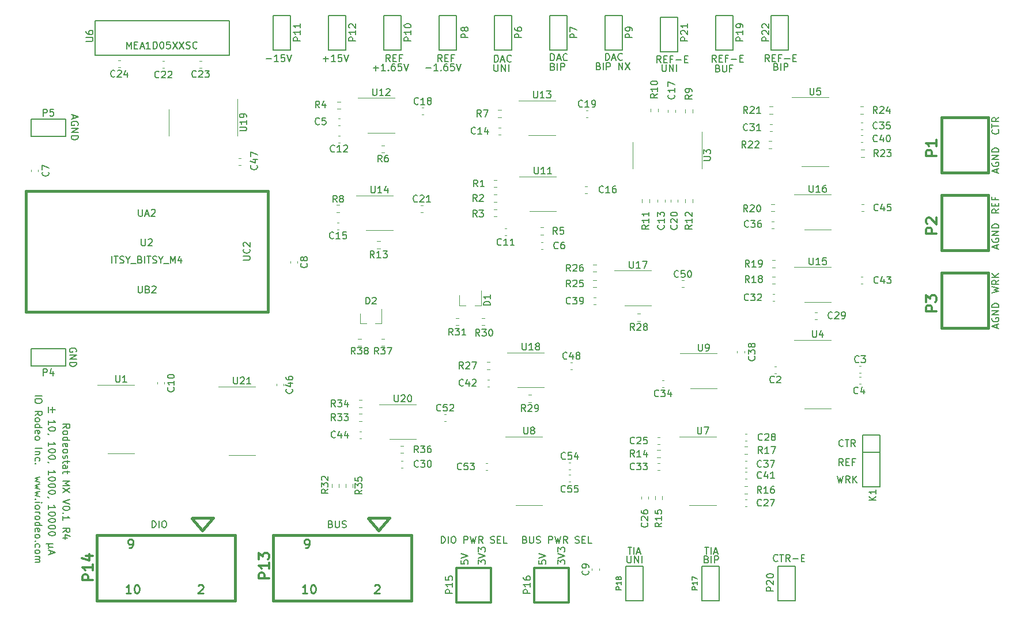
<source format=gto>
%TF.GenerationSoftware,KiCad,Pcbnew,5.1.7-a382d34a8~87~ubuntu18.04.1*%
%TF.CreationDate,2023-12-20T15:56:52-08:00*%
%TF.ProjectId,potentiostat,706f7465-6e74-4696-9f73-7461742e6b69,rev?*%
%TF.SameCoordinates,Original*%
%TF.FileFunction,Legend,Top*%
%TF.FilePolarity,Positive*%
%FSLAX46Y46*%
G04 Gerber Fmt 4.6, Leading zero omitted, Abs format (unit mm)*
G04 Created by KiCad (PCBNEW 5.1.7-a382d34a8~87~ubuntu18.04.1) date 2023-12-20 15:56:52*
%MOMM*%
%LPD*%
G01*
G04 APERTURE LIST*
%ADD10C,0.203200*%
%ADD11C,0.381000*%
%ADD12C,0.152400*%
%ADD13C,0.120000*%
%ADD14C,0.304800*%
%ADD15C,0.200000*%
%ADD16C,0.150000*%
%ADD17C,0.254000*%
G04 APERTURE END LIST*
D10*
X55220952Y-109711047D02*
X55220952Y-110485142D01*
X54833904Y-110098095D02*
X55608000Y-110098095D01*
X54640380Y-110485142D02*
X54640380Y-109711047D01*
X54640380Y-112275238D02*
X54640380Y-111694666D01*
X54640380Y-111984952D02*
X55656380Y-111984952D01*
X55511238Y-111888190D01*
X55414476Y-111791428D01*
X55366095Y-111694666D01*
X55656380Y-112904190D02*
X55656380Y-113000952D01*
X55608000Y-113097714D01*
X55559619Y-113146095D01*
X55462857Y-113194476D01*
X55269333Y-113242857D01*
X55027428Y-113242857D01*
X54833904Y-113194476D01*
X54737142Y-113146095D01*
X54688761Y-113097714D01*
X54640380Y-113000952D01*
X54640380Y-112904190D01*
X54688761Y-112807428D01*
X54737142Y-112759047D01*
X54833904Y-112710666D01*
X55027428Y-112662285D01*
X55269333Y-112662285D01*
X55462857Y-112710666D01*
X55559619Y-112759047D01*
X55608000Y-112807428D01*
X55656380Y-112904190D01*
X54688761Y-113726666D02*
X54640380Y-113726666D01*
X54543619Y-113678285D01*
X54495238Y-113629904D01*
X54640380Y-115468380D02*
X54640380Y-114887809D01*
X54640380Y-115178095D02*
X55656380Y-115178095D01*
X55511238Y-115081333D01*
X55414476Y-114984571D01*
X55366095Y-114887809D01*
X55656380Y-116097333D02*
X55656380Y-116194095D01*
X55608000Y-116290857D01*
X55559619Y-116339238D01*
X55462857Y-116387619D01*
X55269333Y-116436000D01*
X55027428Y-116436000D01*
X54833904Y-116387619D01*
X54737142Y-116339238D01*
X54688761Y-116290857D01*
X54640380Y-116194095D01*
X54640380Y-116097333D01*
X54688761Y-116000571D01*
X54737142Y-115952190D01*
X54833904Y-115903809D01*
X55027428Y-115855428D01*
X55269333Y-115855428D01*
X55462857Y-115903809D01*
X55559619Y-115952190D01*
X55608000Y-116000571D01*
X55656380Y-116097333D01*
X55656380Y-117064952D02*
X55656380Y-117161714D01*
X55608000Y-117258476D01*
X55559619Y-117306857D01*
X55462857Y-117355238D01*
X55269333Y-117403619D01*
X55027428Y-117403619D01*
X54833904Y-117355238D01*
X54737142Y-117306857D01*
X54688761Y-117258476D01*
X54640380Y-117161714D01*
X54640380Y-117064952D01*
X54688761Y-116968190D01*
X54737142Y-116919809D01*
X54833904Y-116871428D01*
X55027428Y-116823047D01*
X55269333Y-116823047D01*
X55462857Y-116871428D01*
X55559619Y-116919809D01*
X55608000Y-116968190D01*
X55656380Y-117064952D01*
X54688761Y-117887428D02*
X54640380Y-117887428D01*
X54543619Y-117839047D01*
X54495238Y-117790666D01*
X54640380Y-119629142D02*
X54640380Y-119048571D01*
X54640380Y-119338857D02*
X55656380Y-119338857D01*
X55511238Y-119242095D01*
X55414476Y-119145333D01*
X55366095Y-119048571D01*
X55656380Y-120258095D02*
X55656380Y-120354857D01*
X55608000Y-120451619D01*
X55559619Y-120500000D01*
X55462857Y-120548380D01*
X55269333Y-120596761D01*
X55027428Y-120596761D01*
X54833904Y-120548380D01*
X54737142Y-120500000D01*
X54688761Y-120451619D01*
X54640380Y-120354857D01*
X54640380Y-120258095D01*
X54688761Y-120161333D01*
X54737142Y-120112952D01*
X54833904Y-120064571D01*
X55027428Y-120016190D01*
X55269333Y-120016190D01*
X55462857Y-120064571D01*
X55559619Y-120112952D01*
X55608000Y-120161333D01*
X55656380Y-120258095D01*
X55656380Y-121225714D02*
X55656380Y-121322476D01*
X55608000Y-121419238D01*
X55559619Y-121467619D01*
X55462857Y-121516000D01*
X55269333Y-121564380D01*
X55027428Y-121564380D01*
X54833904Y-121516000D01*
X54737142Y-121467619D01*
X54688761Y-121419238D01*
X54640380Y-121322476D01*
X54640380Y-121225714D01*
X54688761Y-121128952D01*
X54737142Y-121080571D01*
X54833904Y-121032190D01*
X55027428Y-120983809D01*
X55269333Y-120983809D01*
X55462857Y-121032190D01*
X55559619Y-121080571D01*
X55608000Y-121128952D01*
X55656380Y-121225714D01*
X55656380Y-122193333D02*
X55656380Y-122290095D01*
X55608000Y-122386857D01*
X55559619Y-122435238D01*
X55462857Y-122483619D01*
X55269333Y-122532000D01*
X55027428Y-122532000D01*
X54833904Y-122483619D01*
X54737142Y-122435238D01*
X54688761Y-122386857D01*
X54640380Y-122290095D01*
X54640380Y-122193333D01*
X54688761Y-122096571D01*
X54737142Y-122048190D01*
X54833904Y-121999809D01*
X55027428Y-121951428D01*
X55269333Y-121951428D01*
X55462857Y-121999809D01*
X55559619Y-122048190D01*
X55608000Y-122096571D01*
X55656380Y-122193333D01*
X54688761Y-123015809D02*
X54640380Y-123015809D01*
X54543619Y-122967428D01*
X54495238Y-122919047D01*
X54640380Y-124757523D02*
X54640380Y-124176952D01*
X54640380Y-124467238D02*
X55656380Y-124467238D01*
X55511238Y-124370476D01*
X55414476Y-124273714D01*
X55366095Y-124176952D01*
X55656380Y-125386476D02*
X55656380Y-125483238D01*
X55608000Y-125580000D01*
X55559619Y-125628380D01*
X55462857Y-125676761D01*
X55269333Y-125725142D01*
X55027428Y-125725142D01*
X54833904Y-125676761D01*
X54737142Y-125628380D01*
X54688761Y-125580000D01*
X54640380Y-125483238D01*
X54640380Y-125386476D01*
X54688761Y-125289714D01*
X54737142Y-125241333D01*
X54833904Y-125192952D01*
X55027428Y-125144571D01*
X55269333Y-125144571D01*
X55462857Y-125192952D01*
X55559619Y-125241333D01*
X55608000Y-125289714D01*
X55656380Y-125386476D01*
X55656380Y-126354095D02*
X55656380Y-126450857D01*
X55608000Y-126547619D01*
X55559619Y-126596000D01*
X55462857Y-126644380D01*
X55269333Y-126692761D01*
X55027428Y-126692761D01*
X54833904Y-126644380D01*
X54737142Y-126596000D01*
X54688761Y-126547619D01*
X54640380Y-126450857D01*
X54640380Y-126354095D01*
X54688761Y-126257333D01*
X54737142Y-126208952D01*
X54833904Y-126160571D01*
X55027428Y-126112190D01*
X55269333Y-126112190D01*
X55462857Y-126160571D01*
X55559619Y-126208952D01*
X55608000Y-126257333D01*
X55656380Y-126354095D01*
X55656380Y-127321714D02*
X55656380Y-127418476D01*
X55608000Y-127515238D01*
X55559619Y-127563619D01*
X55462857Y-127612000D01*
X55269333Y-127660380D01*
X55027428Y-127660380D01*
X54833904Y-127612000D01*
X54737142Y-127563619D01*
X54688761Y-127515238D01*
X54640380Y-127418476D01*
X54640380Y-127321714D01*
X54688761Y-127224952D01*
X54737142Y-127176571D01*
X54833904Y-127128190D01*
X55027428Y-127079809D01*
X55269333Y-127079809D01*
X55462857Y-127128190D01*
X55559619Y-127176571D01*
X55608000Y-127224952D01*
X55656380Y-127321714D01*
X55656380Y-128289333D02*
X55656380Y-128386095D01*
X55608000Y-128482857D01*
X55559619Y-128531238D01*
X55462857Y-128579619D01*
X55269333Y-128628000D01*
X55027428Y-128628000D01*
X54833904Y-128579619D01*
X54737142Y-128531238D01*
X54688761Y-128482857D01*
X54640380Y-128386095D01*
X54640380Y-128289333D01*
X54688761Y-128192571D01*
X54737142Y-128144190D01*
X54833904Y-128095809D01*
X55027428Y-128047428D01*
X55269333Y-128047428D01*
X55462857Y-128095809D01*
X55559619Y-128144190D01*
X55608000Y-128192571D01*
X55656380Y-128289333D01*
X55317714Y-129837523D02*
X54301714Y-129837523D01*
X54785523Y-130321333D02*
X54688761Y-130369714D01*
X54640380Y-130466476D01*
X54785523Y-129837523D02*
X54688761Y-129885904D01*
X54640380Y-129982666D01*
X54640380Y-130176190D01*
X54688761Y-130272952D01*
X54785523Y-130321333D01*
X55317714Y-130321333D01*
X54930666Y-130853523D02*
X54930666Y-131337333D01*
X54640380Y-130756761D02*
X55656380Y-131095428D01*
X54640380Y-131434095D01*
X52640380Y-108035428D02*
X53656380Y-108035428D01*
X53656380Y-108712761D02*
X53656380Y-108906285D01*
X53608000Y-109003047D01*
X53511238Y-109099809D01*
X53317714Y-109148190D01*
X52979047Y-109148190D01*
X52785523Y-109099809D01*
X52688761Y-109003047D01*
X52640380Y-108906285D01*
X52640380Y-108712761D01*
X52688761Y-108616000D01*
X52785523Y-108519238D01*
X52979047Y-108470857D01*
X53317714Y-108470857D01*
X53511238Y-108519238D01*
X53608000Y-108616000D01*
X53656380Y-108712761D01*
X52640380Y-110938285D02*
X53124190Y-110599619D01*
X52640380Y-110357714D02*
X53656380Y-110357714D01*
X53656380Y-110744761D01*
X53608000Y-110841523D01*
X53559619Y-110889904D01*
X53462857Y-110938285D01*
X53317714Y-110938285D01*
X53220952Y-110889904D01*
X53172571Y-110841523D01*
X53124190Y-110744761D01*
X53124190Y-110357714D01*
X52640380Y-111518857D02*
X52688761Y-111422095D01*
X52737142Y-111373714D01*
X52833904Y-111325333D01*
X53124190Y-111325333D01*
X53220952Y-111373714D01*
X53269333Y-111422095D01*
X53317714Y-111518857D01*
X53317714Y-111664000D01*
X53269333Y-111760761D01*
X53220952Y-111809142D01*
X53124190Y-111857523D01*
X52833904Y-111857523D01*
X52737142Y-111809142D01*
X52688761Y-111760761D01*
X52640380Y-111664000D01*
X52640380Y-111518857D01*
X52640380Y-112728380D02*
X53656380Y-112728380D01*
X52688761Y-112728380D02*
X52640380Y-112631619D01*
X52640380Y-112438095D01*
X52688761Y-112341333D01*
X52737142Y-112292952D01*
X52833904Y-112244571D01*
X53124190Y-112244571D01*
X53220952Y-112292952D01*
X53269333Y-112341333D01*
X53317714Y-112438095D01*
X53317714Y-112631619D01*
X53269333Y-112728380D01*
X52688761Y-113599238D02*
X52640380Y-113502476D01*
X52640380Y-113308952D01*
X52688761Y-113212190D01*
X52785523Y-113163809D01*
X53172571Y-113163809D01*
X53269333Y-113212190D01*
X53317714Y-113308952D01*
X53317714Y-113502476D01*
X53269333Y-113599238D01*
X53172571Y-113647619D01*
X53075809Y-113647619D01*
X52979047Y-113163809D01*
X52640380Y-114228190D02*
X52688761Y-114131428D01*
X52737142Y-114083047D01*
X52833904Y-114034666D01*
X53124190Y-114034666D01*
X53220952Y-114083047D01*
X53269333Y-114131428D01*
X53317714Y-114228190D01*
X53317714Y-114373333D01*
X53269333Y-114470095D01*
X53220952Y-114518476D01*
X53124190Y-114566857D01*
X52833904Y-114566857D01*
X52737142Y-114518476D01*
X52688761Y-114470095D01*
X52640380Y-114373333D01*
X52640380Y-114228190D01*
X52640380Y-115776380D02*
X53656380Y-115776380D01*
X53317714Y-116260190D02*
X52640380Y-116260190D01*
X53220952Y-116260190D02*
X53269333Y-116308571D01*
X53317714Y-116405333D01*
X53317714Y-116550476D01*
X53269333Y-116647238D01*
X53172571Y-116695619D01*
X52640380Y-116695619D01*
X52688761Y-117614857D02*
X52640380Y-117518095D01*
X52640380Y-117324571D01*
X52688761Y-117227809D01*
X52737142Y-117179428D01*
X52833904Y-117131047D01*
X53124190Y-117131047D01*
X53220952Y-117179428D01*
X53269333Y-117227809D01*
X53317714Y-117324571D01*
X53317714Y-117518095D01*
X53269333Y-117614857D01*
X52737142Y-118050285D02*
X52688761Y-118098666D01*
X52640380Y-118050285D01*
X52688761Y-118001904D01*
X52737142Y-118050285D01*
X52640380Y-118050285D01*
X53317714Y-119985523D02*
X52640380Y-120179047D01*
X53124190Y-120372571D01*
X52640380Y-120566095D01*
X53317714Y-120759619D01*
X53317714Y-121049904D02*
X52640380Y-121243428D01*
X53124190Y-121436952D01*
X52640380Y-121630476D01*
X53317714Y-121824000D01*
X53317714Y-122114285D02*
X52640380Y-122307809D01*
X53124190Y-122501333D01*
X52640380Y-122694857D01*
X53317714Y-122888380D01*
X52737142Y-123275428D02*
X52688761Y-123323809D01*
X52640380Y-123275428D01*
X52688761Y-123227047D01*
X52737142Y-123275428D01*
X52640380Y-123275428D01*
X52640380Y-123759238D02*
X53317714Y-123759238D01*
X53656380Y-123759238D02*
X53608000Y-123710857D01*
X53559619Y-123759238D01*
X53608000Y-123807619D01*
X53656380Y-123759238D01*
X53559619Y-123759238D01*
X52640380Y-124388190D02*
X52688761Y-124291428D01*
X52737142Y-124243047D01*
X52833904Y-124194666D01*
X53124190Y-124194666D01*
X53220952Y-124243047D01*
X53269333Y-124291428D01*
X53317714Y-124388190D01*
X53317714Y-124533333D01*
X53269333Y-124630095D01*
X53220952Y-124678476D01*
X53124190Y-124726857D01*
X52833904Y-124726857D01*
X52737142Y-124678476D01*
X52688761Y-124630095D01*
X52640380Y-124533333D01*
X52640380Y-124388190D01*
X52640380Y-125162285D02*
X53317714Y-125162285D01*
X53124190Y-125162285D02*
X53220952Y-125210666D01*
X53269333Y-125259047D01*
X53317714Y-125355809D01*
X53317714Y-125452571D01*
X52640380Y-125936380D02*
X52688761Y-125839619D01*
X52737142Y-125791238D01*
X52833904Y-125742857D01*
X53124190Y-125742857D01*
X53220952Y-125791238D01*
X53269333Y-125839619D01*
X53317714Y-125936380D01*
X53317714Y-126081523D01*
X53269333Y-126178285D01*
X53220952Y-126226666D01*
X53124190Y-126275047D01*
X52833904Y-126275047D01*
X52737142Y-126226666D01*
X52688761Y-126178285D01*
X52640380Y-126081523D01*
X52640380Y-125936380D01*
X52640380Y-127145904D02*
X53656380Y-127145904D01*
X52688761Y-127145904D02*
X52640380Y-127049142D01*
X52640380Y-126855619D01*
X52688761Y-126758857D01*
X52737142Y-126710476D01*
X52833904Y-126662095D01*
X53124190Y-126662095D01*
X53220952Y-126710476D01*
X53269333Y-126758857D01*
X53317714Y-126855619D01*
X53317714Y-127049142D01*
X53269333Y-127145904D01*
X52688761Y-128016761D02*
X52640380Y-127920000D01*
X52640380Y-127726476D01*
X52688761Y-127629714D01*
X52785523Y-127581333D01*
X53172571Y-127581333D01*
X53269333Y-127629714D01*
X53317714Y-127726476D01*
X53317714Y-127920000D01*
X53269333Y-128016761D01*
X53172571Y-128065142D01*
X53075809Y-128065142D01*
X52979047Y-127581333D01*
X52640380Y-128645714D02*
X52688761Y-128548952D01*
X52737142Y-128500571D01*
X52833904Y-128452190D01*
X53124190Y-128452190D01*
X53220952Y-128500571D01*
X53269333Y-128548952D01*
X53317714Y-128645714D01*
X53317714Y-128790857D01*
X53269333Y-128887619D01*
X53220952Y-128936000D01*
X53124190Y-128984380D01*
X52833904Y-128984380D01*
X52737142Y-128936000D01*
X52688761Y-128887619D01*
X52640380Y-128790857D01*
X52640380Y-128645714D01*
X52737142Y-129419809D02*
X52688761Y-129468190D01*
X52640380Y-129419809D01*
X52688761Y-129371428D01*
X52737142Y-129419809D01*
X52640380Y-129419809D01*
X52688761Y-130339047D02*
X52640380Y-130242285D01*
X52640380Y-130048761D01*
X52688761Y-129952000D01*
X52737142Y-129903619D01*
X52833904Y-129855238D01*
X53124190Y-129855238D01*
X53220952Y-129903619D01*
X53269333Y-129952000D01*
X53317714Y-130048761D01*
X53317714Y-130242285D01*
X53269333Y-130339047D01*
X52640380Y-130919619D02*
X52688761Y-130822857D01*
X52737142Y-130774476D01*
X52833904Y-130726095D01*
X53124190Y-130726095D01*
X53220952Y-130774476D01*
X53269333Y-130822857D01*
X53317714Y-130919619D01*
X53317714Y-131064761D01*
X53269333Y-131161523D01*
X53220952Y-131209904D01*
X53124190Y-131258285D01*
X52833904Y-131258285D01*
X52737142Y-131209904D01*
X52688761Y-131161523D01*
X52640380Y-131064761D01*
X52640380Y-130919619D01*
X52640380Y-131693714D02*
X53317714Y-131693714D01*
X53220952Y-131693714D02*
X53269333Y-131742095D01*
X53317714Y-131838857D01*
X53317714Y-131984000D01*
X53269333Y-132080761D01*
X53172571Y-132129142D01*
X52640380Y-132129142D01*
X53172571Y-132129142D02*
X53269333Y-132177523D01*
X53317714Y-132274285D01*
X53317714Y-132419428D01*
X53269333Y-132516190D01*
X53172571Y-132564571D01*
X52640380Y-132564571D01*
X139651619Y-131625219D02*
X139651619Y-132447695D01*
X139700000Y-132544457D01*
X139748380Y-132592838D01*
X139845142Y-132641219D01*
X140038666Y-132641219D01*
X140135428Y-132592838D01*
X140183809Y-132544457D01*
X140232190Y-132447695D01*
X140232190Y-131625219D01*
X140716000Y-132641219D02*
X140716000Y-131625219D01*
X141296571Y-132641219D01*
X141296571Y-131625219D01*
X141780380Y-132641219D02*
X141780380Y-131625219D01*
X151316266Y-132109028D02*
X151461409Y-132157409D01*
X151509790Y-132205790D01*
X151558171Y-132302552D01*
X151558171Y-132447695D01*
X151509790Y-132544457D01*
X151461409Y-132592838D01*
X151364647Y-132641219D01*
X150977600Y-132641219D01*
X150977600Y-131625219D01*
X151316266Y-131625219D01*
X151413028Y-131673600D01*
X151461409Y-131721980D01*
X151509790Y-131818742D01*
X151509790Y-131915504D01*
X151461409Y-132012266D01*
X151413028Y-132060647D01*
X151316266Y-132109028D01*
X150977600Y-132109028D01*
X151993600Y-132641219D02*
X151993600Y-131625219D01*
X152477409Y-132641219D02*
X152477409Y-131625219D01*
X152864457Y-131625219D01*
X152961219Y-131673600D01*
X153009600Y-131721980D01*
X153057980Y-131818742D01*
X153057980Y-131963885D01*
X153009600Y-132060647D01*
X152961219Y-132109028D01*
X152864457Y-132157409D01*
X152477409Y-132157409D01*
X161527066Y-59617428D02*
X161672209Y-59665809D01*
X161720590Y-59714190D01*
X161768971Y-59810952D01*
X161768971Y-59956095D01*
X161720590Y-60052857D01*
X161672209Y-60101238D01*
X161575447Y-60149619D01*
X161188400Y-60149619D01*
X161188400Y-59133619D01*
X161527066Y-59133619D01*
X161623828Y-59182000D01*
X161672209Y-59230380D01*
X161720590Y-59327142D01*
X161720590Y-59423904D01*
X161672209Y-59520666D01*
X161623828Y-59569047D01*
X161527066Y-59617428D01*
X161188400Y-59617428D01*
X162204400Y-60149619D02*
X162204400Y-59133619D01*
X162688209Y-60149619D02*
X162688209Y-59133619D01*
X163075257Y-59133619D01*
X163172019Y-59182000D01*
X163220400Y-59230380D01*
X163268780Y-59327142D01*
X163268780Y-59472285D01*
X163220400Y-59569047D01*
X163172019Y-59617428D01*
X163075257Y-59665809D01*
X162688209Y-59665809D01*
X152978152Y-59871428D02*
X153123295Y-59919809D01*
X153171676Y-59968190D01*
X153220057Y-60064952D01*
X153220057Y-60210095D01*
X153171676Y-60306857D01*
X153123295Y-60355238D01*
X153026533Y-60403619D01*
X152639485Y-60403619D01*
X152639485Y-59387619D01*
X152978152Y-59387619D01*
X153074914Y-59436000D01*
X153123295Y-59484380D01*
X153171676Y-59581142D01*
X153171676Y-59677904D01*
X153123295Y-59774666D01*
X153074914Y-59823047D01*
X152978152Y-59871428D01*
X152639485Y-59871428D01*
X153655485Y-59387619D02*
X153655485Y-60210095D01*
X153703866Y-60306857D01*
X153752247Y-60355238D01*
X153849009Y-60403619D01*
X154042533Y-60403619D01*
X154139295Y-60355238D01*
X154187676Y-60306857D01*
X154236057Y-60210095D01*
X154236057Y-59387619D01*
X155058533Y-59871428D02*
X154719866Y-59871428D01*
X154719866Y-60403619D02*
X154719866Y-59387619D01*
X155203676Y-59387619D01*
X144782419Y-59336819D02*
X144782419Y-60159295D01*
X144830800Y-60256057D01*
X144879180Y-60304438D01*
X144975942Y-60352819D01*
X145169466Y-60352819D01*
X145266228Y-60304438D01*
X145314609Y-60256057D01*
X145362990Y-60159295D01*
X145362990Y-59336819D01*
X145846800Y-60352819D02*
X145846800Y-59336819D01*
X146427371Y-60352819D01*
X146427371Y-59336819D01*
X146911180Y-60352819D02*
X146911180Y-59336819D01*
X135435219Y-59566628D02*
X135580361Y-59615009D01*
X135628742Y-59663390D01*
X135677123Y-59760152D01*
X135677123Y-59905295D01*
X135628742Y-60002057D01*
X135580361Y-60050438D01*
X135483600Y-60098819D01*
X135096552Y-60098819D01*
X135096552Y-59082819D01*
X135435219Y-59082819D01*
X135531980Y-59131200D01*
X135580361Y-59179580D01*
X135628742Y-59276342D01*
X135628742Y-59373104D01*
X135580361Y-59469866D01*
X135531980Y-59518247D01*
X135435219Y-59566628D01*
X135096552Y-59566628D01*
X136112552Y-60098819D02*
X136112552Y-59082819D01*
X136596361Y-60098819D02*
X136596361Y-59082819D01*
X136983409Y-59082819D01*
X137080171Y-59131200D01*
X137128552Y-59179580D01*
X137176933Y-59276342D01*
X137176933Y-59421485D01*
X137128552Y-59518247D01*
X137080171Y-59566628D01*
X136983409Y-59615009D01*
X136596361Y-59615009D01*
X138386457Y-60098819D02*
X138386457Y-59082819D01*
X138967028Y-60098819D01*
X138967028Y-59082819D01*
X139354076Y-59082819D02*
X140031409Y-60098819D01*
X140031409Y-59082819D02*
X139354076Y-60098819D01*
X110056990Y-59813371D02*
X110831085Y-59813371D01*
X111847085Y-60200419D02*
X111266514Y-60200419D01*
X111556800Y-60200419D02*
X111556800Y-59184419D01*
X111460038Y-59329561D01*
X111363276Y-59426323D01*
X111266514Y-59474704D01*
X112282514Y-60103657D02*
X112330895Y-60152038D01*
X112282514Y-60200419D01*
X112234133Y-60152038D01*
X112282514Y-60103657D01*
X112282514Y-60200419D01*
X113201752Y-59184419D02*
X113008228Y-59184419D01*
X112911466Y-59232800D01*
X112863085Y-59281180D01*
X112766323Y-59426323D01*
X112717942Y-59619847D01*
X112717942Y-60006895D01*
X112766323Y-60103657D01*
X112814704Y-60152038D01*
X112911466Y-60200419D01*
X113104990Y-60200419D01*
X113201752Y-60152038D01*
X113250133Y-60103657D01*
X113298514Y-60006895D01*
X113298514Y-59764990D01*
X113250133Y-59668228D01*
X113201752Y-59619847D01*
X113104990Y-59571466D01*
X112911466Y-59571466D01*
X112814704Y-59619847D01*
X112766323Y-59668228D01*
X112717942Y-59764990D01*
X114217752Y-59184419D02*
X113733942Y-59184419D01*
X113685561Y-59668228D01*
X113733942Y-59619847D01*
X113830704Y-59571466D01*
X114072609Y-59571466D01*
X114169371Y-59619847D01*
X114217752Y-59668228D01*
X114266133Y-59764990D01*
X114266133Y-60006895D01*
X114217752Y-60103657D01*
X114169371Y-60152038D01*
X114072609Y-60200419D01*
X113830704Y-60200419D01*
X113733942Y-60152038D01*
X113685561Y-60103657D01*
X114556419Y-59184419D02*
X114895085Y-60200419D01*
X115233752Y-59184419D01*
X102335390Y-59813371D02*
X103109485Y-59813371D01*
X102722438Y-60200419D02*
X102722438Y-59426323D01*
X104125485Y-60200419D02*
X103544914Y-60200419D01*
X103835200Y-60200419D02*
X103835200Y-59184419D01*
X103738438Y-59329561D01*
X103641676Y-59426323D01*
X103544914Y-59474704D01*
X104560914Y-60103657D02*
X104609295Y-60152038D01*
X104560914Y-60200419D01*
X104512533Y-60152038D01*
X104560914Y-60103657D01*
X104560914Y-60200419D01*
X105480152Y-59184419D02*
X105286628Y-59184419D01*
X105189866Y-59232800D01*
X105141485Y-59281180D01*
X105044723Y-59426323D01*
X104996342Y-59619847D01*
X104996342Y-60006895D01*
X105044723Y-60103657D01*
X105093104Y-60152038D01*
X105189866Y-60200419D01*
X105383390Y-60200419D01*
X105480152Y-60152038D01*
X105528533Y-60103657D01*
X105576914Y-60006895D01*
X105576914Y-59764990D01*
X105528533Y-59668228D01*
X105480152Y-59619847D01*
X105383390Y-59571466D01*
X105189866Y-59571466D01*
X105093104Y-59619847D01*
X105044723Y-59668228D01*
X104996342Y-59764990D01*
X106496152Y-59184419D02*
X106012342Y-59184419D01*
X105963961Y-59668228D01*
X106012342Y-59619847D01*
X106109104Y-59571466D01*
X106351009Y-59571466D01*
X106447771Y-59619847D01*
X106496152Y-59668228D01*
X106544533Y-59764990D01*
X106544533Y-60006895D01*
X106496152Y-60103657D01*
X106447771Y-60152038D01*
X106351009Y-60200419D01*
X106109104Y-60200419D01*
X106012342Y-60152038D01*
X105963961Y-60103657D01*
X106834819Y-59184419D02*
X107173485Y-60200419D01*
X107512152Y-59184419D01*
X128710266Y-59617428D02*
X128855409Y-59665809D01*
X128903790Y-59714190D01*
X128952171Y-59810952D01*
X128952171Y-59956095D01*
X128903790Y-60052857D01*
X128855409Y-60101238D01*
X128758647Y-60149619D01*
X128371600Y-60149619D01*
X128371600Y-59133619D01*
X128710266Y-59133619D01*
X128807028Y-59182000D01*
X128855409Y-59230380D01*
X128903790Y-59327142D01*
X128903790Y-59423904D01*
X128855409Y-59520666D01*
X128807028Y-59569047D01*
X128710266Y-59617428D01*
X128371600Y-59617428D01*
X129387600Y-60149619D02*
X129387600Y-59133619D01*
X129871409Y-60149619D02*
X129871409Y-59133619D01*
X130258457Y-59133619D01*
X130355219Y-59182000D01*
X130403600Y-59230380D01*
X130451980Y-59327142D01*
X130451980Y-59472285D01*
X130403600Y-59569047D01*
X130355219Y-59617428D01*
X130258457Y-59665809D01*
X129871409Y-59665809D01*
X120093619Y-59286019D02*
X120093619Y-60108495D01*
X120142000Y-60205257D01*
X120190380Y-60253638D01*
X120287142Y-60302019D01*
X120480666Y-60302019D01*
X120577428Y-60253638D01*
X120625809Y-60205257D01*
X120674190Y-60108495D01*
X120674190Y-59286019D01*
X121158000Y-60302019D02*
X121158000Y-59286019D01*
X121738571Y-60302019D01*
X121738571Y-59286019D01*
X122222380Y-60302019D02*
X122222380Y-59286019D01*
X160535257Y-58879619D02*
X160196590Y-58395809D01*
X159954685Y-58879619D02*
X159954685Y-57863619D01*
X160341733Y-57863619D01*
X160438495Y-57912000D01*
X160486876Y-57960380D01*
X160535257Y-58057142D01*
X160535257Y-58202285D01*
X160486876Y-58299047D01*
X160438495Y-58347428D01*
X160341733Y-58395809D01*
X159954685Y-58395809D01*
X160970685Y-58347428D02*
X161309352Y-58347428D01*
X161454495Y-58879619D02*
X160970685Y-58879619D01*
X160970685Y-57863619D01*
X161454495Y-57863619D01*
X162228590Y-58347428D02*
X161889923Y-58347428D01*
X161889923Y-58879619D02*
X161889923Y-57863619D01*
X162373733Y-57863619D01*
X162760780Y-58492571D02*
X163534876Y-58492571D01*
X164018685Y-58347428D02*
X164357352Y-58347428D01*
X164502495Y-58879619D02*
X164018685Y-58879619D01*
X164018685Y-57863619D01*
X164502495Y-57863619D01*
X171377428Y-115424857D02*
X171329047Y-115473238D01*
X171183904Y-115521619D01*
X171087142Y-115521619D01*
X170942000Y-115473238D01*
X170845238Y-115376476D01*
X170796857Y-115279714D01*
X170748476Y-115086190D01*
X170748476Y-114941047D01*
X170796857Y-114747523D01*
X170845238Y-114650761D01*
X170942000Y-114554000D01*
X171087142Y-114505619D01*
X171183904Y-114505619D01*
X171329047Y-114554000D01*
X171377428Y-114602380D01*
X171667714Y-114505619D02*
X172248285Y-114505619D01*
X171958000Y-115521619D02*
X171958000Y-114505619D01*
X173167523Y-115521619D02*
X172828857Y-115037809D01*
X172586952Y-115521619D02*
X172586952Y-114505619D01*
X172974000Y-114505619D01*
X173070761Y-114554000D01*
X173119142Y-114602380D01*
X173167523Y-114699142D01*
X173167523Y-114844285D01*
X173119142Y-114941047D01*
X173070761Y-114989428D01*
X172974000Y-115037809D01*
X172586952Y-115037809D01*
X171377428Y-118315619D02*
X171038761Y-117831809D01*
X170796857Y-118315619D02*
X170796857Y-117299619D01*
X171183904Y-117299619D01*
X171280666Y-117348000D01*
X171329047Y-117396380D01*
X171377428Y-117493142D01*
X171377428Y-117638285D01*
X171329047Y-117735047D01*
X171280666Y-117783428D01*
X171183904Y-117831809D01*
X170796857Y-117831809D01*
X171812857Y-117783428D02*
X172151523Y-117783428D01*
X172296666Y-118315619D02*
X171812857Y-118315619D01*
X171812857Y-117299619D01*
X172296666Y-117299619D01*
X173070761Y-117783428D02*
X172732095Y-117783428D01*
X172732095Y-118315619D02*
X172732095Y-117299619D01*
X173215904Y-117299619D01*
X170506571Y-119839619D02*
X170748476Y-120855619D01*
X170942000Y-120129904D01*
X171135523Y-120855619D01*
X171377428Y-119839619D01*
X172345047Y-120855619D02*
X172006380Y-120371809D01*
X171764476Y-120855619D02*
X171764476Y-119839619D01*
X172151523Y-119839619D01*
X172248285Y-119888000D01*
X172296666Y-119936380D01*
X172345047Y-120033142D01*
X172345047Y-120178285D01*
X172296666Y-120275047D01*
X172248285Y-120323428D01*
X172151523Y-120371809D01*
X171764476Y-120371809D01*
X172780476Y-120855619D02*
X172780476Y-119839619D01*
X173361047Y-120855619D02*
X172925619Y-120275047D01*
X173361047Y-119839619D02*
X172780476Y-120420190D01*
X194164857Y-68906571D02*
X194213238Y-68954952D01*
X194261619Y-69100095D01*
X194261619Y-69196857D01*
X194213238Y-69342000D01*
X194116476Y-69438761D01*
X194019714Y-69487142D01*
X193826190Y-69535523D01*
X193681047Y-69535523D01*
X193487523Y-69487142D01*
X193390761Y-69438761D01*
X193294000Y-69342000D01*
X193245619Y-69196857D01*
X193245619Y-69100095D01*
X193294000Y-68954952D01*
X193342380Y-68906571D01*
X193245619Y-68616285D02*
X193245619Y-68035714D01*
X194261619Y-68326000D02*
X193245619Y-68326000D01*
X194261619Y-67116476D02*
X193777809Y-67455142D01*
X194261619Y-67697047D02*
X193245619Y-67697047D01*
X193245619Y-67310000D01*
X193294000Y-67213238D01*
X193342380Y-67164857D01*
X193439142Y-67116476D01*
X193584285Y-67116476D01*
X193681047Y-67164857D01*
X193729428Y-67213238D01*
X193777809Y-67310000D01*
X193777809Y-67697047D01*
X194261619Y-80590571D02*
X193777809Y-80929238D01*
X194261619Y-81171142D02*
X193245619Y-81171142D01*
X193245619Y-80784095D01*
X193294000Y-80687333D01*
X193342380Y-80638952D01*
X193439142Y-80590571D01*
X193584285Y-80590571D01*
X193681047Y-80638952D01*
X193729428Y-80687333D01*
X193777809Y-80784095D01*
X193777809Y-81171142D01*
X193729428Y-80155142D02*
X193729428Y-79816476D01*
X194261619Y-79671333D02*
X194261619Y-80155142D01*
X193245619Y-80155142D01*
X193245619Y-79671333D01*
X193729428Y-78897238D02*
X193729428Y-79235904D01*
X194261619Y-79235904D02*
X193245619Y-79235904D01*
X193245619Y-78752095D01*
X193245619Y-92891428D02*
X194261619Y-92649523D01*
X193535904Y-92456000D01*
X194261619Y-92262476D01*
X193245619Y-92020571D01*
X194261619Y-91052952D02*
X193777809Y-91391619D01*
X194261619Y-91633523D02*
X193245619Y-91633523D01*
X193245619Y-91246476D01*
X193294000Y-91149714D01*
X193342380Y-91101333D01*
X193439142Y-91052952D01*
X193584285Y-91052952D01*
X193681047Y-91101333D01*
X193729428Y-91149714D01*
X193777809Y-91246476D01*
X193777809Y-91633523D01*
X194261619Y-90617523D02*
X193245619Y-90617523D01*
X194261619Y-90036952D02*
X193681047Y-90472380D01*
X193245619Y-90036952D02*
X193826190Y-90617523D01*
X193971333Y-75196095D02*
X193971333Y-74712285D01*
X194261619Y-75292857D02*
X193245619Y-74954190D01*
X194261619Y-74615523D01*
X193294000Y-73744666D02*
X193245619Y-73841428D01*
X193245619Y-73986571D01*
X193294000Y-74131714D01*
X193390761Y-74228476D01*
X193487523Y-74276857D01*
X193681047Y-74325238D01*
X193826190Y-74325238D01*
X194019714Y-74276857D01*
X194116476Y-74228476D01*
X194213238Y-74131714D01*
X194261619Y-73986571D01*
X194261619Y-73889809D01*
X194213238Y-73744666D01*
X194164857Y-73696285D01*
X193826190Y-73696285D01*
X193826190Y-73889809D01*
X194261619Y-73260857D02*
X193245619Y-73260857D01*
X194261619Y-72680285D01*
X193245619Y-72680285D01*
X194261619Y-72196476D02*
X193245619Y-72196476D01*
X193245619Y-71954571D01*
X193294000Y-71809428D01*
X193390761Y-71712666D01*
X193487523Y-71664285D01*
X193681047Y-71615904D01*
X193826190Y-71615904D01*
X194019714Y-71664285D01*
X194116476Y-71712666D01*
X194213238Y-71809428D01*
X194261619Y-71954571D01*
X194261619Y-72196476D01*
X193971333Y-86372095D02*
X193971333Y-85888285D01*
X194261619Y-86468857D02*
X193245619Y-86130190D01*
X194261619Y-85791523D01*
X193294000Y-84920666D02*
X193245619Y-85017428D01*
X193245619Y-85162571D01*
X193294000Y-85307714D01*
X193390761Y-85404476D01*
X193487523Y-85452857D01*
X193681047Y-85501238D01*
X193826190Y-85501238D01*
X194019714Y-85452857D01*
X194116476Y-85404476D01*
X194213238Y-85307714D01*
X194261619Y-85162571D01*
X194261619Y-85065809D01*
X194213238Y-84920666D01*
X194164857Y-84872285D01*
X193826190Y-84872285D01*
X193826190Y-85065809D01*
X194261619Y-84436857D02*
X193245619Y-84436857D01*
X194261619Y-83856285D01*
X193245619Y-83856285D01*
X194261619Y-83372476D02*
X193245619Y-83372476D01*
X193245619Y-83130571D01*
X193294000Y-82985428D01*
X193390761Y-82888666D01*
X193487523Y-82840285D01*
X193681047Y-82791904D01*
X193826190Y-82791904D01*
X194019714Y-82840285D01*
X194116476Y-82888666D01*
X194213238Y-82985428D01*
X194261619Y-83130571D01*
X194261619Y-83372476D01*
X193971333Y-98056095D02*
X193971333Y-97572285D01*
X194261619Y-98152857D02*
X193245619Y-97814190D01*
X194261619Y-97475523D01*
X193294000Y-96604666D02*
X193245619Y-96701428D01*
X193245619Y-96846571D01*
X193294000Y-96991714D01*
X193390761Y-97088476D01*
X193487523Y-97136857D01*
X193681047Y-97185238D01*
X193826190Y-97185238D01*
X194019714Y-97136857D01*
X194116476Y-97088476D01*
X194213238Y-96991714D01*
X194261619Y-96846571D01*
X194261619Y-96749809D01*
X194213238Y-96604666D01*
X194164857Y-96556285D01*
X193826190Y-96556285D01*
X193826190Y-96749809D01*
X194261619Y-96120857D02*
X193245619Y-96120857D01*
X194261619Y-95540285D01*
X193245619Y-95540285D01*
X194261619Y-95056476D02*
X193245619Y-95056476D01*
X193245619Y-94814571D01*
X193294000Y-94669428D01*
X193390761Y-94572666D01*
X193487523Y-94524285D01*
X193681047Y-94475904D01*
X193826190Y-94475904D01*
X194019714Y-94524285D01*
X194116476Y-94572666D01*
X194213238Y-94669428D01*
X194261619Y-94814571D01*
X194261619Y-95056476D01*
X58250666Y-66789904D02*
X58250666Y-67273714D01*
X57960380Y-66693142D02*
X58976380Y-67031809D01*
X57960380Y-67370476D01*
X58928000Y-68241333D02*
X58976380Y-68144571D01*
X58976380Y-67999428D01*
X58928000Y-67854285D01*
X58831238Y-67757523D01*
X58734476Y-67709142D01*
X58540952Y-67660761D01*
X58395809Y-67660761D01*
X58202285Y-67709142D01*
X58105523Y-67757523D01*
X58008761Y-67854285D01*
X57960380Y-67999428D01*
X57960380Y-68096190D01*
X58008761Y-68241333D01*
X58057142Y-68289714D01*
X58395809Y-68289714D01*
X58395809Y-68096190D01*
X57960380Y-68725142D02*
X58976380Y-68725142D01*
X57960380Y-69305714D01*
X58976380Y-69305714D01*
X57960380Y-69789523D02*
X58976380Y-69789523D01*
X58976380Y-70031428D01*
X58928000Y-70176571D01*
X58831238Y-70273333D01*
X58734476Y-70321714D01*
X58540952Y-70370095D01*
X58395809Y-70370095D01*
X58202285Y-70321714D01*
X58105523Y-70273333D01*
X58008761Y-70176571D01*
X57960380Y-70031428D01*
X57960380Y-69789523D01*
X58674000Y-101587904D02*
X58722380Y-101491142D01*
X58722380Y-101346000D01*
X58674000Y-101200857D01*
X58577238Y-101104095D01*
X58480476Y-101055714D01*
X58286952Y-101007333D01*
X58141809Y-101007333D01*
X57948285Y-101055714D01*
X57851523Y-101104095D01*
X57754761Y-101200857D01*
X57706380Y-101346000D01*
X57706380Y-101442761D01*
X57754761Y-101587904D01*
X57803142Y-101636285D01*
X58141809Y-101636285D01*
X58141809Y-101442761D01*
X57706380Y-102071714D02*
X58722380Y-102071714D01*
X57706380Y-102652285D01*
X58722380Y-102652285D01*
X57706380Y-103136095D02*
X58722380Y-103136095D01*
X58722380Y-103378000D01*
X58674000Y-103523142D01*
X58577238Y-103619904D01*
X58480476Y-103668285D01*
X58286952Y-103716666D01*
X58141809Y-103716666D01*
X57948285Y-103668285D01*
X57851523Y-103619904D01*
X57754761Y-103523142D01*
X57706380Y-103378000D01*
X57706380Y-103136095D01*
X129491619Y-132829904D02*
X129491619Y-132200952D01*
X129878666Y-132539619D01*
X129878666Y-132394476D01*
X129927047Y-132297714D01*
X129975428Y-132249333D01*
X130072190Y-132200952D01*
X130314095Y-132200952D01*
X130410857Y-132249333D01*
X130459238Y-132297714D01*
X130507619Y-132394476D01*
X130507619Y-132684761D01*
X130459238Y-132781523D01*
X130410857Y-132829904D01*
X129491619Y-131910666D02*
X130507619Y-131572000D01*
X129491619Y-131233333D01*
X129491619Y-130991428D02*
X129491619Y-130362476D01*
X129878666Y-130701142D01*
X129878666Y-130556000D01*
X129927047Y-130459238D01*
X129975428Y-130410857D01*
X130072190Y-130362476D01*
X130314095Y-130362476D01*
X130410857Y-130410857D01*
X130459238Y-130459238D01*
X130507619Y-130556000D01*
X130507619Y-130846285D01*
X130459238Y-130943047D01*
X130410857Y-130991428D01*
X126697619Y-132273523D02*
X126697619Y-132757333D01*
X127181428Y-132805714D01*
X127133047Y-132757333D01*
X127084666Y-132660571D01*
X127084666Y-132418666D01*
X127133047Y-132321904D01*
X127181428Y-132273523D01*
X127278190Y-132225142D01*
X127520095Y-132225142D01*
X127616857Y-132273523D01*
X127665238Y-132321904D01*
X127713619Y-132418666D01*
X127713619Y-132660571D01*
X127665238Y-132757333D01*
X127616857Y-132805714D01*
X126697619Y-131934857D02*
X127713619Y-131596190D01*
X126697619Y-131257523D01*
X124617238Y-129213428D02*
X124762380Y-129261809D01*
X124810761Y-129310190D01*
X124859142Y-129406952D01*
X124859142Y-129552095D01*
X124810761Y-129648857D01*
X124762380Y-129697238D01*
X124665619Y-129745619D01*
X124278571Y-129745619D01*
X124278571Y-128729619D01*
X124617238Y-128729619D01*
X124714000Y-128778000D01*
X124762380Y-128826380D01*
X124810761Y-128923142D01*
X124810761Y-129019904D01*
X124762380Y-129116666D01*
X124714000Y-129165047D01*
X124617238Y-129213428D01*
X124278571Y-129213428D01*
X125294571Y-128729619D02*
X125294571Y-129552095D01*
X125342952Y-129648857D01*
X125391333Y-129697238D01*
X125488095Y-129745619D01*
X125681619Y-129745619D01*
X125778380Y-129697238D01*
X125826761Y-129648857D01*
X125875142Y-129552095D01*
X125875142Y-128729619D01*
X126310571Y-129697238D02*
X126455714Y-129745619D01*
X126697619Y-129745619D01*
X126794380Y-129697238D01*
X126842761Y-129648857D01*
X126891142Y-129552095D01*
X126891142Y-129455333D01*
X126842761Y-129358571D01*
X126794380Y-129310190D01*
X126697619Y-129261809D01*
X126504095Y-129213428D01*
X126407333Y-129165047D01*
X126358952Y-129116666D01*
X126310571Y-129019904D01*
X126310571Y-128923142D01*
X126358952Y-128826380D01*
X126407333Y-128778000D01*
X126504095Y-128729619D01*
X126746000Y-128729619D01*
X126891142Y-128778000D01*
X128100666Y-129745619D02*
X128100666Y-128729619D01*
X128487714Y-128729619D01*
X128584476Y-128778000D01*
X128632857Y-128826380D01*
X128681238Y-128923142D01*
X128681238Y-129068285D01*
X128632857Y-129165047D01*
X128584476Y-129213428D01*
X128487714Y-129261809D01*
X128100666Y-129261809D01*
X129019904Y-128729619D02*
X129261809Y-129745619D01*
X129455333Y-129019904D01*
X129648857Y-129745619D01*
X129890761Y-128729619D01*
X130858380Y-129745619D02*
X130519714Y-129261809D01*
X130277809Y-129745619D02*
X130277809Y-128729619D01*
X130664857Y-128729619D01*
X130761619Y-128778000D01*
X130810000Y-128826380D01*
X130858380Y-128923142D01*
X130858380Y-129068285D01*
X130810000Y-129165047D01*
X130761619Y-129213428D01*
X130664857Y-129261809D01*
X130277809Y-129261809D01*
X132019523Y-129697238D02*
X132164666Y-129745619D01*
X132406571Y-129745619D01*
X132503333Y-129697238D01*
X132551714Y-129648857D01*
X132600095Y-129552095D01*
X132600095Y-129455333D01*
X132551714Y-129358571D01*
X132503333Y-129310190D01*
X132406571Y-129261809D01*
X132213047Y-129213428D01*
X132116285Y-129165047D01*
X132067904Y-129116666D01*
X132019523Y-129019904D01*
X132019523Y-128923142D01*
X132067904Y-128826380D01*
X132116285Y-128778000D01*
X132213047Y-128729619D01*
X132454952Y-128729619D01*
X132600095Y-128778000D01*
X133035523Y-129213428D02*
X133374190Y-129213428D01*
X133519333Y-129745619D02*
X133035523Y-129745619D01*
X133035523Y-128729619D01*
X133519333Y-128729619D01*
X134438571Y-129745619D02*
X133954761Y-129745619D01*
X133954761Y-128729619D01*
X112328476Y-129745619D02*
X112328476Y-128729619D01*
X112570380Y-128729619D01*
X112715523Y-128778000D01*
X112812285Y-128874761D01*
X112860666Y-128971523D01*
X112909047Y-129165047D01*
X112909047Y-129310190D01*
X112860666Y-129503714D01*
X112812285Y-129600476D01*
X112715523Y-129697238D01*
X112570380Y-129745619D01*
X112328476Y-129745619D01*
X113344476Y-129745619D02*
X113344476Y-128729619D01*
X114021809Y-128729619D02*
X114215333Y-128729619D01*
X114312095Y-128778000D01*
X114408857Y-128874761D01*
X114457238Y-129068285D01*
X114457238Y-129406952D01*
X114408857Y-129600476D01*
X114312095Y-129697238D01*
X114215333Y-129745619D01*
X114021809Y-129745619D01*
X113925047Y-129697238D01*
X113828285Y-129600476D01*
X113779904Y-129406952D01*
X113779904Y-129068285D01*
X113828285Y-128874761D01*
X113925047Y-128778000D01*
X114021809Y-128729619D01*
X115666761Y-129745619D02*
X115666761Y-128729619D01*
X116053809Y-128729619D01*
X116150571Y-128778000D01*
X116198952Y-128826380D01*
X116247333Y-128923142D01*
X116247333Y-129068285D01*
X116198952Y-129165047D01*
X116150571Y-129213428D01*
X116053809Y-129261809D01*
X115666761Y-129261809D01*
X116586000Y-128729619D02*
X116827904Y-129745619D01*
X117021428Y-129019904D01*
X117214952Y-129745619D01*
X117456857Y-128729619D01*
X118424476Y-129745619D02*
X118085809Y-129261809D01*
X117843904Y-129745619D02*
X117843904Y-128729619D01*
X118230952Y-128729619D01*
X118327714Y-128778000D01*
X118376095Y-128826380D01*
X118424476Y-128923142D01*
X118424476Y-129068285D01*
X118376095Y-129165047D01*
X118327714Y-129213428D01*
X118230952Y-129261809D01*
X117843904Y-129261809D01*
X119585619Y-129697238D02*
X119730761Y-129745619D01*
X119972666Y-129745619D01*
X120069428Y-129697238D01*
X120117809Y-129648857D01*
X120166190Y-129552095D01*
X120166190Y-129455333D01*
X120117809Y-129358571D01*
X120069428Y-129310190D01*
X119972666Y-129261809D01*
X119779142Y-129213428D01*
X119682380Y-129165047D01*
X119634000Y-129116666D01*
X119585619Y-129019904D01*
X119585619Y-128923142D01*
X119634000Y-128826380D01*
X119682380Y-128778000D01*
X119779142Y-128729619D01*
X120021047Y-128729619D01*
X120166190Y-128778000D01*
X120601619Y-129213428D02*
X120940285Y-129213428D01*
X121085428Y-129745619D02*
X120601619Y-129745619D01*
X120601619Y-128729619D01*
X121085428Y-128729619D01*
X122004666Y-129745619D02*
X121520857Y-129745619D01*
X121520857Y-128729619D01*
X117807619Y-132829904D02*
X117807619Y-132200952D01*
X118194666Y-132539619D01*
X118194666Y-132394476D01*
X118243047Y-132297714D01*
X118291428Y-132249333D01*
X118388190Y-132200952D01*
X118630095Y-132200952D01*
X118726857Y-132249333D01*
X118775238Y-132297714D01*
X118823619Y-132394476D01*
X118823619Y-132684761D01*
X118775238Y-132781523D01*
X118726857Y-132829904D01*
X117807619Y-131910666D02*
X118823619Y-131572000D01*
X117807619Y-131233333D01*
X117807619Y-130991428D02*
X117807619Y-130362476D01*
X118194666Y-130701142D01*
X118194666Y-130556000D01*
X118243047Y-130459238D01*
X118291428Y-130410857D01*
X118388190Y-130362476D01*
X118630095Y-130362476D01*
X118726857Y-130410857D01*
X118775238Y-130459238D01*
X118823619Y-130556000D01*
X118823619Y-130846285D01*
X118775238Y-130943047D01*
X118726857Y-130991428D01*
X115267619Y-132273523D02*
X115267619Y-132757333D01*
X115751428Y-132805714D01*
X115703047Y-132757333D01*
X115654666Y-132660571D01*
X115654666Y-132418666D01*
X115703047Y-132321904D01*
X115751428Y-132273523D01*
X115848190Y-132225142D01*
X116090095Y-132225142D01*
X116186857Y-132273523D01*
X116235238Y-132321904D01*
X116283619Y-132418666D01*
X116283619Y-132660571D01*
X116235238Y-132757333D01*
X116186857Y-132805714D01*
X115267619Y-131934857D02*
X116283619Y-131596190D01*
X115267619Y-131257523D01*
X96084571Y-126927428D02*
X96229714Y-126975809D01*
X96278095Y-127024190D01*
X96326476Y-127120952D01*
X96326476Y-127266095D01*
X96278095Y-127362857D01*
X96229714Y-127411238D01*
X96132952Y-127459619D01*
X95745904Y-127459619D01*
X95745904Y-126443619D01*
X96084571Y-126443619D01*
X96181333Y-126492000D01*
X96229714Y-126540380D01*
X96278095Y-126637142D01*
X96278095Y-126733904D01*
X96229714Y-126830666D01*
X96181333Y-126879047D01*
X96084571Y-126927428D01*
X95745904Y-126927428D01*
X96761904Y-126443619D02*
X96761904Y-127266095D01*
X96810285Y-127362857D01*
X96858666Y-127411238D01*
X96955428Y-127459619D01*
X97148952Y-127459619D01*
X97245714Y-127411238D01*
X97294095Y-127362857D01*
X97342476Y-127266095D01*
X97342476Y-126443619D01*
X97777904Y-127411238D02*
X97923047Y-127459619D01*
X98164952Y-127459619D01*
X98261714Y-127411238D01*
X98310095Y-127362857D01*
X98358476Y-127266095D01*
X98358476Y-127169333D01*
X98310095Y-127072571D01*
X98261714Y-127024190D01*
X98164952Y-126975809D01*
X97971428Y-126927428D01*
X97874666Y-126879047D01*
X97826285Y-126830666D01*
X97777904Y-126733904D01*
X97777904Y-126637142D01*
X97826285Y-126540380D01*
X97874666Y-126492000D01*
X97971428Y-126443619D01*
X98213333Y-126443619D01*
X98358476Y-126492000D01*
X69825809Y-127459619D02*
X69825809Y-126443619D01*
X70067714Y-126443619D01*
X70212857Y-126492000D01*
X70309619Y-126588761D01*
X70358000Y-126685523D01*
X70406380Y-126879047D01*
X70406380Y-127024190D01*
X70358000Y-127217714D01*
X70309619Y-127314476D01*
X70212857Y-127411238D01*
X70067714Y-127459619D01*
X69825809Y-127459619D01*
X70841809Y-127459619D02*
X70841809Y-126443619D01*
X71519142Y-126443619D02*
X71712666Y-126443619D01*
X71809428Y-126492000D01*
X71906190Y-126588761D01*
X71954571Y-126782285D01*
X71954571Y-127120952D01*
X71906190Y-127314476D01*
X71809428Y-127411238D01*
X71712666Y-127459619D01*
X71519142Y-127459619D01*
X71422380Y-127411238D01*
X71325619Y-127314476D01*
X71277238Y-127120952D01*
X71277238Y-126782285D01*
X71325619Y-126588761D01*
X71422380Y-126492000D01*
X71519142Y-126443619D01*
X56740380Y-112828476D02*
X57224190Y-112489809D01*
X56740380Y-112247904D02*
X57756380Y-112247904D01*
X57756380Y-112634952D01*
X57708000Y-112731714D01*
X57659619Y-112780095D01*
X57562857Y-112828476D01*
X57417714Y-112828476D01*
X57320952Y-112780095D01*
X57272571Y-112731714D01*
X57224190Y-112634952D01*
X57224190Y-112247904D01*
X56740380Y-113409047D02*
X56788761Y-113312285D01*
X56837142Y-113263904D01*
X56933904Y-113215523D01*
X57224190Y-113215523D01*
X57320952Y-113263904D01*
X57369333Y-113312285D01*
X57417714Y-113409047D01*
X57417714Y-113554190D01*
X57369333Y-113650952D01*
X57320952Y-113699333D01*
X57224190Y-113747714D01*
X56933904Y-113747714D01*
X56837142Y-113699333D01*
X56788761Y-113650952D01*
X56740380Y-113554190D01*
X56740380Y-113409047D01*
X56740380Y-114618571D02*
X57756380Y-114618571D01*
X56788761Y-114618571D02*
X56740380Y-114521809D01*
X56740380Y-114328285D01*
X56788761Y-114231523D01*
X56837142Y-114183142D01*
X56933904Y-114134761D01*
X57224190Y-114134761D01*
X57320952Y-114183142D01*
X57369333Y-114231523D01*
X57417714Y-114328285D01*
X57417714Y-114521809D01*
X57369333Y-114618571D01*
X56788761Y-115489428D02*
X56740380Y-115392666D01*
X56740380Y-115199142D01*
X56788761Y-115102380D01*
X56885523Y-115054000D01*
X57272571Y-115054000D01*
X57369333Y-115102380D01*
X57417714Y-115199142D01*
X57417714Y-115392666D01*
X57369333Y-115489428D01*
X57272571Y-115537809D01*
X57175809Y-115537809D01*
X57079047Y-115054000D01*
X56740380Y-116118380D02*
X56788761Y-116021619D01*
X56837142Y-115973238D01*
X56933904Y-115924857D01*
X57224190Y-115924857D01*
X57320952Y-115973238D01*
X57369333Y-116021619D01*
X57417714Y-116118380D01*
X57417714Y-116263523D01*
X57369333Y-116360285D01*
X57320952Y-116408666D01*
X57224190Y-116457047D01*
X56933904Y-116457047D01*
X56837142Y-116408666D01*
X56788761Y-116360285D01*
X56740380Y-116263523D01*
X56740380Y-116118380D01*
X56788761Y-116844095D02*
X56740380Y-116940857D01*
X56740380Y-117134380D01*
X56788761Y-117231142D01*
X56885523Y-117279523D01*
X56933904Y-117279523D01*
X57030666Y-117231142D01*
X57079047Y-117134380D01*
X57079047Y-116989238D01*
X57127428Y-116892476D01*
X57224190Y-116844095D01*
X57272571Y-116844095D01*
X57369333Y-116892476D01*
X57417714Y-116989238D01*
X57417714Y-117134380D01*
X57369333Y-117231142D01*
X57417714Y-117569809D02*
X57417714Y-117956857D01*
X57756380Y-117714952D02*
X56885523Y-117714952D01*
X56788761Y-117763333D01*
X56740380Y-117860095D01*
X56740380Y-117956857D01*
X56740380Y-118730952D02*
X57272571Y-118730952D01*
X57369333Y-118682571D01*
X57417714Y-118585809D01*
X57417714Y-118392285D01*
X57369333Y-118295523D01*
X56788761Y-118730952D02*
X56740380Y-118634190D01*
X56740380Y-118392285D01*
X56788761Y-118295523D01*
X56885523Y-118247142D01*
X56982285Y-118247142D01*
X57079047Y-118295523D01*
X57127428Y-118392285D01*
X57127428Y-118634190D01*
X57175809Y-118730952D01*
X57417714Y-119069619D02*
X57417714Y-119456666D01*
X57756380Y-119214761D02*
X56885523Y-119214761D01*
X56788761Y-119263142D01*
X56740380Y-119359904D01*
X56740380Y-119456666D01*
X56740380Y-120569428D02*
X57756380Y-120569428D01*
X57030666Y-120908095D01*
X57756380Y-121246761D01*
X56740380Y-121246761D01*
X57756380Y-121633809D02*
X56740380Y-122311142D01*
X57756380Y-122311142D02*
X56740380Y-121633809D01*
X57756380Y-123327142D02*
X56740380Y-123665809D01*
X57756380Y-124004476D01*
X57756380Y-124536666D02*
X57756380Y-124633428D01*
X57708000Y-124730190D01*
X57659619Y-124778571D01*
X57562857Y-124826952D01*
X57369333Y-124875333D01*
X57127428Y-124875333D01*
X56933904Y-124826952D01*
X56837142Y-124778571D01*
X56788761Y-124730190D01*
X56740380Y-124633428D01*
X56740380Y-124536666D01*
X56788761Y-124439904D01*
X56837142Y-124391523D01*
X56933904Y-124343142D01*
X57127428Y-124294761D01*
X57369333Y-124294761D01*
X57562857Y-124343142D01*
X57659619Y-124391523D01*
X57708000Y-124439904D01*
X57756380Y-124536666D01*
X56837142Y-125310761D02*
X56788761Y-125359142D01*
X56740380Y-125310761D01*
X56788761Y-125262380D01*
X56837142Y-125310761D01*
X56740380Y-125310761D01*
X56740380Y-126326761D02*
X56740380Y-125746190D01*
X56740380Y-126036476D02*
X57756380Y-126036476D01*
X57611238Y-125939714D01*
X57514476Y-125842952D01*
X57466095Y-125746190D01*
X56740380Y-128116857D02*
X57224190Y-127778190D01*
X56740380Y-127536285D02*
X57756380Y-127536285D01*
X57756380Y-127923333D01*
X57708000Y-128020095D01*
X57659619Y-128068476D01*
X57562857Y-128116857D01*
X57417714Y-128116857D01*
X57320952Y-128068476D01*
X57272571Y-128020095D01*
X57224190Y-127923333D01*
X57224190Y-127536285D01*
X57417714Y-128987714D02*
X56740380Y-128987714D01*
X57804761Y-128745809D02*
X57079047Y-128503904D01*
X57079047Y-129132857D01*
X139748380Y-130355219D02*
X140328952Y-130355219D01*
X140038666Y-131371219D02*
X140038666Y-130355219D01*
X140667619Y-131371219D02*
X140667619Y-130355219D01*
X141103047Y-131080933D02*
X141586857Y-131080933D01*
X141006285Y-131371219D02*
X141344952Y-130355219D01*
X141683619Y-131371219D01*
X151025980Y-130355219D02*
X151606552Y-130355219D01*
X151316266Y-131371219D02*
X151316266Y-130355219D01*
X151945219Y-131371219D02*
X151945219Y-130355219D01*
X152380647Y-131080933D02*
X152864457Y-131080933D01*
X152283885Y-131371219D02*
X152622552Y-130355219D01*
X152961219Y-131371219D01*
X144584057Y-59032019D02*
X144245390Y-58548209D01*
X144003485Y-59032019D02*
X144003485Y-58016019D01*
X144390533Y-58016019D01*
X144487295Y-58064400D01*
X144535676Y-58112780D01*
X144584057Y-58209542D01*
X144584057Y-58354685D01*
X144535676Y-58451447D01*
X144487295Y-58499828D01*
X144390533Y-58548209D01*
X144003485Y-58548209D01*
X145019485Y-58499828D02*
X145358152Y-58499828D01*
X145503295Y-59032019D02*
X145019485Y-59032019D01*
X145019485Y-58016019D01*
X145503295Y-58016019D01*
X146277390Y-58499828D02*
X145938723Y-58499828D01*
X145938723Y-59032019D02*
X145938723Y-58016019D01*
X146422533Y-58016019D01*
X146809580Y-58644971D02*
X147583676Y-58644971D01*
X148067485Y-58499828D02*
X148406152Y-58499828D01*
X148551295Y-59032019D02*
X148067485Y-59032019D01*
X148067485Y-58016019D01*
X148551295Y-58016019D01*
X112449428Y-58879619D02*
X112110761Y-58395809D01*
X111868857Y-58879619D02*
X111868857Y-57863619D01*
X112255904Y-57863619D01*
X112352666Y-57912000D01*
X112401047Y-57960380D01*
X112449428Y-58057142D01*
X112449428Y-58202285D01*
X112401047Y-58299047D01*
X112352666Y-58347428D01*
X112255904Y-58395809D01*
X111868857Y-58395809D01*
X112884857Y-58347428D02*
X113223523Y-58347428D01*
X113368666Y-58879619D02*
X112884857Y-58879619D01*
X112884857Y-57863619D01*
X113368666Y-57863619D01*
X114142761Y-58347428D02*
X113804095Y-58347428D01*
X113804095Y-58879619D02*
X113804095Y-57863619D01*
X114287904Y-57863619D01*
X152712057Y-58930419D02*
X152373390Y-58446609D01*
X152131485Y-58930419D02*
X152131485Y-57914419D01*
X152518533Y-57914419D01*
X152615295Y-57962800D01*
X152663676Y-58011180D01*
X152712057Y-58107942D01*
X152712057Y-58253085D01*
X152663676Y-58349847D01*
X152615295Y-58398228D01*
X152518533Y-58446609D01*
X152131485Y-58446609D01*
X153147485Y-58398228D02*
X153486152Y-58398228D01*
X153631295Y-58930419D02*
X153147485Y-58930419D01*
X153147485Y-57914419D01*
X153631295Y-57914419D01*
X154405390Y-58398228D02*
X154066723Y-58398228D01*
X154066723Y-58930419D02*
X154066723Y-57914419D01*
X154550533Y-57914419D01*
X154937580Y-58543371D02*
X155711676Y-58543371D01*
X156195485Y-58398228D02*
X156534152Y-58398228D01*
X156679295Y-58930419D02*
X156195485Y-58930419D01*
X156195485Y-57914419D01*
X156679295Y-57914419D01*
X161754457Y-132341257D02*
X161706076Y-132389638D01*
X161560933Y-132438019D01*
X161464171Y-132438019D01*
X161319028Y-132389638D01*
X161222266Y-132292876D01*
X161173885Y-132196114D01*
X161125504Y-132002590D01*
X161125504Y-131857447D01*
X161173885Y-131663923D01*
X161222266Y-131567161D01*
X161319028Y-131470400D01*
X161464171Y-131422019D01*
X161560933Y-131422019D01*
X161706076Y-131470400D01*
X161754457Y-131518780D01*
X162044742Y-131422019D02*
X162625314Y-131422019D01*
X162335028Y-132438019D02*
X162335028Y-131422019D01*
X163544552Y-132438019D02*
X163205885Y-131954209D01*
X162963980Y-132438019D02*
X162963980Y-131422019D01*
X163351028Y-131422019D01*
X163447790Y-131470400D01*
X163496171Y-131518780D01*
X163544552Y-131615542D01*
X163544552Y-131760685D01*
X163496171Y-131857447D01*
X163447790Y-131905828D01*
X163351028Y-131954209D01*
X162963980Y-131954209D01*
X163979980Y-132050971D02*
X164754076Y-132050971D01*
X165237885Y-131905828D02*
X165576552Y-131905828D01*
X165721695Y-132438019D02*
X165237885Y-132438019D01*
X165237885Y-131422019D01*
X165721695Y-131422019D01*
X136458476Y-58676419D02*
X136458476Y-57660419D01*
X136700380Y-57660419D01*
X136845523Y-57708800D01*
X136942285Y-57805561D01*
X136990666Y-57902323D01*
X137039047Y-58095847D01*
X137039047Y-58240990D01*
X136990666Y-58434514D01*
X136942285Y-58531276D01*
X136845523Y-58628038D01*
X136700380Y-58676419D01*
X136458476Y-58676419D01*
X137426095Y-58386133D02*
X137909904Y-58386133D01*
X137329333Y-58676419D02*
X137668000Y-57660419D01*
X138006666Y-58676419D01*
X138925904Y-58579657D02*
X138877523Y-58628038D01*
X138732380Y-58676419D01*
X138635619Y-58676419D01*
X138490476Y-58628038D01*
X138393714Y-58531276D01*
X138345333Y-58434514D01*
X138296952Y-58240990D01*
X138296952Y-58095847D01*
X138345333Y-57902323D01*
X138393714Y-57805561D01*
X138490476Y-57708800D01*
X138635619Y-57660419D01*
X138732380Y-57660419D01*
X138877523Y-57708800D01*
X138925904Y-57757180D01*
X104829428Y-58879619D02*
X104490761Y-58395809D01*
X104248857Y-58879619D02*
X104248857Y-57863619D01*
X104635904Y-57863619D01*
X104732666Y-57912000D01*
X104781047Y-57960380D01*
X104829428Y-58057142D01*
X104829428Y-58202285D01*
X104781047Y-58299047D01*
X104732666Y-58347428D01*
X104635904Y-58395809D01*
X104248857Y-58395809D01*
X105264857Y-58347428D02*
X105603523Y-58347428D01*
X105748666Y-58879619D02*
X105264857Y-58879619D01*
X105264857Y-57863619D01*
X105748666Y-57863619D01*
X106522761Y-58347428D02*
X106184095Y-58347428D01*
X106184095Y-58879619D02*
X106184095Y-57863619D01*
X106667904Y-57863619D01*
X128381276Y-58727219D02*
X128381276Y-57711219D01*
X128623180Y-57711219D01*
X128768323Y-57759600D01*
X128865085Y-57856361D01*
X128913466Y-57953123D01*
X128961847Y-58146647D01*
X128961847Y-58291790D01*
X128913466Y-58485314D01*
X128865085Y-58582076D01*
X128768323Y-58678838D01*
X128623180Y-58727219D01*
X128381276Y-58727219D01*
X129348895Y-58436933D02*
X129832704Y-58436933D01*
X129252133Y-58727219D02*
X129590800Y-57711219D01*
X129929466Y-58727219D01*
X130848704Y-58630457D02*
X130800323Y-58678838D01*
X130655180Y-58727219D01*
X130558419Y-58727219D01*
X130413276Y-58678838D01*
X130316514Y-58582076D01*
X130268133Y-58485314D01*
X130219752Y-58291790D01*
X130219752Y-58146647D01*
X130268133Y-57953123D01*
X130316514Y-57856361D01*
X130413276Y-57759600D01*
X130558419Y-57711219D01*
X130655180Y-57711219D01*
X130800323Y-57759600D01*
X130848704Y-57807980D01*
X120151676Y-58930419D02*
X120151676Y-57914419D01*
X120393580Y-57914419D01*
X120538723Y-57962800D01*
X120635485Y-58059561D01*
X120683866Y-58156323D01*
X120732247Y-58349847D01*
X120732247Y-58494990D01*
X120683866Y-58688514D01*
X120635485Y-58785276D01*
X120538723Y-58882038D01*
X120393580Y-58930419D01*
X120151676Y-58930419D01*
X121119295Y-58640133D02*
X121603104Y-58640133D01*
X121022533Y-58930419D02*
X121361200Y-57914419D01*
X121699866Y-58930419D01*
X122619104Y-58833657D02*
X122570723Y-58882038D01*
X122425580Y-58930419D01*
X122328819Y-58930419D01*
X122183676Y-58882038D01*
X122086914Y-58785276D01*
X122038533Y-58688514D01*
X121990152Y-58494990D01*
X121990152Y-58349847D01*
X122038533Y-58156323D01*
X122086914Y-58059561D01*
X122183676Y-57962800D01*
X122328819Y-57914419D01*
X122425580Y-57914419D01*
X122570723Y-57962800D01*
X122619104Y-58011180D01*
X94983904Y-58492571D02*
X95758000Y-58492571D01*
X95370952Y-58879619D02*
X95370952Y-58105523D01*
X96774000Y-58879619D02*
X96193428Y-58879619D01*
X96483714Y-58879619D02*
X96483714Y-57863619D01*
X96386952Y-58008761D01*
X96290190Y-58105523D01*
X96193428Y-58153904D01*
X97693238Y-57863619D02*
X97209428Y-57863619D01*
X97161047Y-58347428D01*
X97209428Y-58299047D01*
X97306190Y-58250666D01*
X97548095Y-58250666D01*
X97644857Y-58299047D01*
X97693238Y-58347428D01*
X97741619Y-58444190D01*
X97741619Y-58686095D01*
X97693238Y-58782857D01*
X97644857Y-58831238D01*
X97548095Y-58879619D01*
X97306190Y-58879619D01*
X97209428Y-58831238D01*
X97161047Y-58782857D01*
X98031904Y-57863619D02*
X98370571Y-58879619D01*
X98709238Y-57863619D01*
X86601904Y-58492571D02*
X87376000Y-58492571D01*
X88392000Y-58879619D02*
X87811428Y-58879619D01*
X88101714Y-58879619D02*
X88101714Y-57863619D01*
X88004952Y-58008761D01*
X87908190Y-58105523D01*
X87811428Y-58153904D01*
X89311238Y-57863619D02*
X88827428Y-57863619D01*
X88779047Y-58347428D01*
X88827428Y-58299047D01*
X88924190Y-58250666D01*
X89166095Y-58250666D01*
X89262857Y-58299047D01*
X89311238Y-58347428D01*
X89359619Y-58444190D01*
X89359619Y-58686095D01*
X89311238Y-58782857D01*
X89262857Y-58831238D01*
X89166095Y-58879619D01*
X88924190Y-58879619D01*
X88827428Y-58831238D01*
X88779047Y-58782857D01*
X89649904Y-57863619D02*
X89988571Y-58879619D01*
X90327238Y-57863619D01*
D11*
%TO.C,U2*%
X51270000Y-95690000D02*
X86830000Y-95690000D01*
X86830000Y-95690000D02*
X86830000Y-77910000D01*
X86830000Y-77910000D02*
X51270000Y-77910000D01*
X51270000Y-77910000D02*
X51270000Y-95690000D01*
D12*
%TO.C,P5*%
X57150000Y-69850000D02*
X52070000Y-69850000D01*
X57150000Y-67310000D02*
X57150000Y-69850000D01*
X52070000Y-67310000D02*
X57150000Y-67310000D01*
X52070000Y-69850000D02*
X52070000Y-67310000D01*
D13*
%TO.C,C3*%
X173722420Y-104650000D02*
X174003580Y-104650000D01*
X173722420Y-103630000D02*
X174003580Y-103630000D01*
%TO.C,U11*%
X127254000Y-80919000D02*
X129204000Y-80919000D01*
X127254000Y-80919000D02*
X125304000Y-80919000D01*
X127254000Y-75799000D02*
X129204000Y-75799000D01*
X127254000Y-75799000D02*
X123804000Y-75799000D01*
D12*
%TO.C,K1*%
X176784000Y-116332000D02*
X174244000Y-116332000D01*
X174244000Y-121412000D02*
X174244000Y-113792000D01*
X176784000Y-121412000D02*
X174244000Y-121412000D01*
X176784000Y-113792000D02*
X176784000Y-121412000D01*
X174244000Y-113792000D02*
X176784000Y-113792000D01*
D11*
%TO.C,P14*%
X82042000Y-138176000D02*
X61722000Y-138176000D01*
X61722000Y-138176000D02*
X61722000Y-128524000D01*
X61722000Y-128524000D02*
X82042000Y-128524000D01*
X82042000Y-128524000D02*
X82042000Y-138176000D01*
X78783180Y-126050040D02*
X75780900Y-126050040D01*
X77246480Y-127861060D02*
X78770480Y-126083060D01*
X75722480Y-126085600D02*
X77246480Y-127863600D01*
%TO.C,P13*%
X107950000Y-138176000D02*
X87630000Y-138176000D01*
X87630000Y-138176000D02*
X87630000Y-128524000D01*
X87630000Y-128524000D02*
X107950000Y-128524000D01*
X107950000Y-128524000D02*
X107950000Y-138176000D01*
X104691180Y-126050040D02*
X101688900Y-126050040D01*
X103154480Y-127861060D02*
X104678480Y-126083060D01*
X101630480Y-126085600D02*
X103154480Y-127863600D01*
D12*
%TO.C,P7*%
X128270000Y-57150000D02*
X128270000Y-52070000D01*
X130810000Y-57150000D02*
X128270000Y-57150000D01*
X130810000Y-52070000D02*
X130810000Y-57150000D01*
X128270000Y-52070000D02*
X130810000Y-52070000D01*
%TO.C,P9*%
X136398000Y-57150000D02*
X136398000Y-52070000D01*
X138938000Y-57150000D02*
X136398000Y-57150000D01*
X138938000Y-52070000D02*
X138938000Y-57150000D01*
X136398000Y-52070000D02*
X138938000Y-52070000D01*
%TO.C,P20*%
X161798000Y-138176000D02*
X161798000Y-133096000D01*
X164338000Y-138176000D02*
X161798000Y-138176000D01*
X164338000Y-133096000D02*
X164338000Y-138176000D01*
X161798000Y-133096000D02*
X164338000Y-133096000D01*
%TO.C,P21*%
X144526000Y-52324000D02*
X147066000Y-52324000D01*
X147066000Y-52324000D02*
X147066000Y-57404000D01*
X147066000Y-57404000D02*
X144526000Y-57404000D01*
X144526000Y-57404000D02*
X144526000Y-52324000D01*
%TO.C,P19*%
X152654000Y-57150000D02*
X152654000Y-52070000D01*
X155194000Y-57150000D02*
X152654000Y-57150000D01*
X155194000Y-52070000D02*
X155194000Y-57150000D01*
X152654000Y-52070000D02*
X155194000Y-52070000D01*
%TO.C,P6*%
X120142000Y-57150000D02*
X120142000Y-52070000D01*
X122682000Y-57150000D02*
X120142000Y-57150000D01*
X122682000Y-52070000D02*
X122682000Y-57150000D01*
X120142000Y-52070000D02*
X122682000Y-52070000D01*
%TO.C,P10*%
X103886000Y-57150000D02*
X103886000Y-52070000D01*
X106426000Y-57150000D02*
X103886000Y-57150000D01*
X106426000Y-52070000D02*
X106426000Y-57150000D01*
X103886000Y-52070000D02*
X106426000Y-52070000D01*
%TO.C,P12*%
X95758000Y-57150000D02*
X95758000Y-52070000D01*
X98298000Y-57150000D02*
X95758000Y-57150000D01*
X98298000Y-52070000D02*
X98298000Y-57150000D01*
X95758000Y-52070000D02*
X98298000Y-52070000D01*
%TO.C,P11*%
X87630000Y-57150000D02*
X87630000Y-52070000D01*
X90170000Y-57150000D02*
X87630000Y-57150000D01*
X90170000Y-52070000D02*
X90170000Y-57150000D01*
X87630000Y-52070000D02*
X90170000Y-52070000D01*
%TO.C,P4*%
X52070000Y-101092000D02*
X57150000Y-101092000D01*
X52070000Y-103632000D02*
X52070000Y-101092000D01*
X57150000Y-103632000D02*
X52070000Y-103632000D01*
X57150000Y-101092000D02*
X57150000Y-103632000D01*
%TO.C,P18*%
X139446000Y-138176000D02*
X139446000Y-133096000D01*
X141986000Y-138176000D02*
X139446000Y-138176000D01*
X141986000Y-133096000D02*
X141986000Y-138176000D01*
X139446000Y-133096000D02*
X141986000Y-133096000D01*
%TO.C,P17*%
X150622000Y-138176000D02*
X150622000Y-133096000D01*
X153162000Y-138176000D02*
X150622000Y-138176000D01*
X153162000Y-133096000D02*
X153162000Y-138176000D01*
X150622000Y-133096000D02*
X153162000Y-133096000D01*
%TO.C,P8*%
X112014000Y-57150000D02*
X112014000Y-52070000D01*
X114554000Y-57150000D02*
X112014000Y-57150000D01*
X114554000Y-52070000D02*
X114554000Y-57150000D01*
X112014000Y-52070000D02*
X114554000Y-52070000D01*
D14*
%TO.C,P16*%
X125984000Y-133350000D02*
X131064000Y-133350000D01*
X131064000Y-133350000D02*
X131064000Y-138430000D01*
X131064000Y-138430000D02*
X125984000Y-138430000D01*
X125984000Y-138430000D02*
X125984000Y-133350000D01*
%TO.C,P15*%
X114554000Y-138430000D02*
X114554000Y-133350000D01*
X119634000Y-138430000D02*
X114554000Y-138430000D01*
X119634000Y-133350000D02*
X119634000Y-138430000D01*
X114554000Y-133350000D02*
X119634000Y-133350000D01*
D13*
%TO.C,C2*%
X161557580Y-104777000D02*
X161276420Y-104777000D01*
X161557580Y-103757000D02*
X161276420Y-103757000D01*
%TO.C,C4*%
X173722420Y-106301000D02*
X174003580Y-106301000D01*
X173722420Y-105281000D02*
X174003580Y-105281000D01*
%TO.C,C5*%
X97159420Y-67290000D02*
X97440580Y-67290000D01*
X97159420Y-68310000D02*
X97440580Y-68310000D01*
%TO.C,C6*%
X127267580Y-85469000D02*
X126986420Y-85469000D01*
X127267580Y-86489000D02*
X126986420Y-86489000D01*
%TO.C,C7*%
X52068000Y-75070580D02*
X52068000Y-74789420D01*
X53088000Y-75070580D02*
X53088000Y-74789420D01*
%TO.C,C8*%
X91188000Y-88532580D02*
X91188000Y-88251420D01*
X90168000Y-88532580D02*
X90168000Y-88251420D01*
%TO.C,C9*%
X134491000Y-133744580D02*
X134491000Y-133463420D01*
X135511000Y-133744580D02*
X135511000Y-133463420D01*
%TO.C,C10*%
X71630000Y-106312580D02*
X71630000Y-106031420D01*
X70610000Y-106312580D02*
X70610000Y-106031420D01*
%TO.C,C11*%
X121933580Y-84457000D02*
X121652420Y-84457000D01*
X121933580Y-83437000D02*
X121652420Y-83437000D01*
%TO.C,C12*%
X97440580Y-69790000D02*
X97159420Y-69790000D01*
X97440580Y-70810000D02*
X97159420Y-70810000D01*
%TO.C,C13*%
X145163000Y-79234420D02*
X145163000Y-79515580D01*
X144143000Y-79234420D02*
X144143000Y-79515580D01*
%TO.C,C14*%
X121044580Y-69598000D02*
X120763420Y-69598000D01*
X121044580Y-68578000D02*
X120763420Y-68578000D01*
%TO.C,C15*%
X97295580Y-83568000D02*
X97014420Y-83568000D01*
X97295580Y-82548000D02*
X97014420Y-82548000D01*
%TO.C,C16*%
X133463420Y-78234000D02*
X133744580Y-78234000D01*
X133463420Y-77214000D02*
X133744580Y-77214000D01*
%TO.C,C17*%
X146687000Y-66307580D02*
X146687000Y-66026420D01*
X145667000Y-66307580D02*
X145667000Y-66026420D01*
%TO.C,C18*%
X109460420Y-66677000D02*
X109741580Y-66677000D01*
X109460420Y-65657000D02*
X109741580Y-65657000D01*
%TO.C,C19*%
X133590420Y-67058000D02*
X133871580Y-67058000D01*
X133590420Y-66038000D02*
X133871580Y-66038000D01*
%TO.C,C20*%
X147068000Y-79234420D02*
X147068000Y-79515580D01*
X146048000Y-79234420D02*
X146048000Y-79515580D01*
%TO.C,C21*%
X109333420Y-80008000D02*
X109614580Y-80008000D01*
X109333420Y-81028000D02*
X109614580Y-81028000D01*
%TO.C,C22*%
X71360420Y-58799000D02*
X71641580Y-58799000D01*
X71360420Y-59819000D02*
X71641580Y-59819000D01*
%TO.C,C23*%
X77102580Y-58799000D02*
X76821420Y-58799000D01*
X77102580Y-59819000D02*
X76821420Y-59819000D01*
%TO.C,C24*%
X64883420Y-59692000D02*
X65164580Y-59692000D01*
X64883420Y-58672000D02*
X65164580Y-58672000D01*
%TO.C,C25*%
X144412580Y-115191000D02*
X144131420Y-115191000D01*
X144412580Y-114171000D02*
X144131420Y-114171000D01*
%TO.C,C26*%
X141730000Y-122922420D02*
X141730000Y-123203580D01*
X142750000Y-122922420D02*
X142750000Y-123203580D01*
%TO.C,C27*%
X156958420Y-123315000D02*
X157239580Y-123315000D01*
X156958420Y-124335000D02*
X157239580Y-124335000D01*
%TO.C,C28*%
X156958420Y-113663000D02*
X157239580Y-113663000D01*
X156958420Y-114683000D02*
X157239580Y-114683000D01*
%TO.C,C29*%
X167526580Y-95756000D02*
X167245420Y-95756000D01*
X167526580Y-96776000D02*
X167245420Y-96776000D01*
%TO.C,C30*%
X106693580Y-118620000D02*
X106412420Y-118620000D01*
X106693580Y-117600000D02*
X106412420Y-117600000D01*
%TO.C,C31*%
X160922580Y-68070000D02*
X160641420Y-68070000D01*
X160922580Y-69090000D02*
X160641420Y-69090000D01*
%TO.C,C32*%
X161303580Y-93089000D02*
X161022420Y-93089000D01*
X161303580Y-94109000D02*
X161022420Y-94109000D01*
%TO.C,C33*%
X144412580Y-119001000D02*
X144131420Y-119001000D01*
X144412580Y-117981000D02*
X144131420Y-117981000D01*
%TO.C,C34*%
X145047580Y-105789000D02*
X144766420Y-105789000D01*
X145047580Y-106809000D02*
X144766420Y-106809000D01*
%TO.C,C35*%
X173976420Y-67816000D02*
X174257580Y-67816000D01*
X173976420Y-68836000D02*
X174257580Y-68836000D01*
%TO.C,C36*%
X161176580Y-82421000D02*
X160895420Y-82421000D01*
X161176580Y-83441000D02*
X160895420Y-83441000D01*
%TO.C,C37*%
X156958420Y-118620000D02*
X157239580Y-118620000D01*
X156958420Y-117600000D02*
X157239580Y-117600000D01*
%TO.C,C38*%
X155827000Y-101740580D02*
X155827000Y-101459420D01*
X156847000Y-101740580D02*
X156847000Y-101459420D01*
%TO.C,C39*%
X135014580Y-94617000D02*
X134733420Y-94617000D01*
X135014580Y-93597000D02*
X134733420Y-93597000D01*
%TO.C,C40*%
X173976420Y-69721000D02*
X174257580Y-69721000D01*
X173976420Y-70741000D02*
X174257580Y-70741000D01*
%TO.C,C41*%
X156958420Y-120271000D02*
X157239580Y-120271000D01*
X156958420Y-119251000D02*
X157239580Y-119251000D01*
%TO.C,C42*%
X119393580Y-106682000D02*
X119112420Y-106682000D01*
X119393580Y-105662000D02*
X119112420Y-105662000D01*
%TO.C,C43*%
X173976420Y-91569000D02*
X174257580Y-91569000D01*
X173976420Y-90549000D02*
X174257580Y-90549000D01*
%TO.C,C44*%
X100597580Y-113282000D02*
X100316420Y-113282000D01*
X100597580Y-114302000D02*
X100316420Y-114302000D01*
%TO.C,C45*%
X174103420Y-79881000D02*
X174384580Y-79881000D01*
X174103420Y-80901000D02*
X174384580Y-80901000D01*
%TO.C,C46*%
X88136000Y-106566580D02*
X88136000Y-106285420D01*
X89156000Y-106566580D02*
X89156000Y-106285420D01*
%TO.C,C47*%
X82567420Y-73123000D02*
X82848580Y-73123000D01*
X82567420Y-74143000D02*
X82848580Y-74143000D01*
%TO.C,C48*%
X131304420Y-103122000D02*
X131585580Y-103122000D01*
X131304420Y-104142000D02*
X131585580Y-104142000D01*
%TO.C,C50*%
X147687420Y-91057000D02*
X147968580Y-91057000D01*
X147687420Y-92077000D02*
X147968580Y-92077000D01*
%TO.C,C52*%
X112762420Y-111762000D02*
X113043580Y-111762000D01*
X112762420Y-110742000D02*
X113043580Y-110742000D01*
%TO.C,D1*%
X115006000Y-94740000D02*
X115936000Y-94740000D01*
X118166000Y-94740000D02*
X117236000Y-94740000D01*
X118166000Y-94740000D02*
X118166000Y-92580000D01*
X115006000Y-94740000D02*
X115006000Y-93280000D01*
%TO.C,D2*%
X100401000Y-97407000D02*
X101331000Y-97407000D01*
X103561000Y-97407000D02*
X102631000Y-97407000D01*
X103561000Y-97407000D02*
X103561000Y-95247000D01*
X100401000Y-97407000D02*
X100401000Y-95947000D01*
D12*
%TO.C,P22*%
X160782000Y-52070000D02*
X163322000Y-52070000D01*
X163322000Y-52070000D02*
X163322000Y-57150000D01*
X163322000Y-57150000D02*
X160782000Y-57150000D01*
X160782000Y-57150000D02*
X160782000Y-52070000D01*
D13*
%TO.C,R1*%
X120506258Y-76312500D02*
X120031742Y-76312500D01*
X120506258Y-77357500D02*
X120031742Y-77357500D01*
%TO.C,R2*%
X120506258Y-78471500D02*
X120031742Y-78471500D01*
X120506258Y-79516500D02*
X120031742Y-79516500D01*
%TO.C,R3*%
X120031742Y-80630500D02*
X120506258Y-80630500D01*
X120031742Y-81675500D02*
X120506258Y-81675500D01*
%TO.C,R4*%
X97537258Y-64777500D02*
X97062742Y-64777500D01*
X97537258Y-65822500D02*
X97062742Y-65822500D01*
%TO.C,R5*%
X127364258Y-84342500D02*
X126889742Y-84342500D01*
X127364258Y-83297500D02*
X126889742Y-83297500D01*
%TO.C,R6*%
X103996258Y-72277500D02*
X103521742Y-72277500D01*
X103996258Y-71232500D02*
X103521742Y-71232500D01*
%TO.C,R7*%
X121141258Y-67070500D02*
X120666742Y-67070500D01*
X121141258Y-66025500D02*
X120666742Y-66025500D01*
%TO.C,R8*%
X97392258Y-79995500D02*
X96917742Y-79995500D01*
X97392258Y-81040500D02*
X96917742Y-81040500D01*
%TO.C,R9*%
X149239500Y-66404258D02*
X149239500Y-65929742D01*
X148194500Y-66404258D02*
X148194500Y-65929742D01*
%TO.C,R10*%
X143114500Y-66277258D02*
X143114500Y-65802742D01*
X144159500Y-66277258D02*
X144159500Y-65802742D01*
%TO.C,R11*%
X141844500Y-79137742D02*
X141844500Y-79612258D01*
X142889500Y-79137742D02*
X142889500Y-79612258D01*
%TO.C,R12*%
X149239500Y-79137742D02*
X149239500Y-79612258D01*
X148194500Y-79137742D02*
X148194500Y-79612258D01*
%TO.C,R13*%
X103361258Y-85329500D02*
X102886742Y-85329500D01*
X103361258Y-86374500D02*
X102886742Y-86374500D01*
%TO.C,R14*%
X144509258Y-116063500D02*
X144034742Y-116063500D01*
X144509258Y-117108500D02*
X144034742Y-117108500D01*
%TO.C,R15*%
X143749500Y-122825742D02*
X143749500Y-123300258D01*
X144794500Y-122825742D02*
X144794500Y-123300258D01*
%TO.C,R16*%
X156861742Y-121397500D02*
X157336258Y-121397500D01*
X156861742Y-122442500D02*
X157336258Y-122442500D01*
%TO.C,R17*%
X156861742Y-116600500D02*
X157336258Y-116600500D01*
X156861742Y-115555500D02*
X157336258Y-115555500D01*
%TO.C,R18*%
X161400258Y-90536500D02*
X160925742Y-90536500D01*
X161400258Y-91581500D02*
X160925742Y-91581500D01*
%TO.C,R19*%
X160925742Y-88123500D02*
X161400258Y-88123500D01*
X160925742Y-89168500D02*
X161400258Y-89168500D01*
%TO.C,R20*%
X161273258Y-80913500D02*
X160798742Y-80913500D01*
X161273258Y-79868500D02*
X160798742Y-79868500D01*
%TO.C,R21*%
X161019258Y-65517500D02*
X160544742Y-65517500D01*
X161019258Y-66562500D02*
X160544742Y-66562500D01*
%TO.C,R22*%
X160892258Y-70597500D02*
X160417742Y-70597500D01*
X160892258Y-71642500D02*
X160417742Y-71642500D01*
%TO.C,R23*%
X174006742Y-71867500D02*
X174481258Y-71867500D01*
X174006742Y-72912500D02*
X174481258Y-72912500D01*
%TO.C,R24*%
X173879742Y-66562500D02*
X174354258Y-66562500D01*
X173879742Y-65517500D02*
X174354258Y-65517500D01*
%TO.C,R25*%
X135111258Y-92089500D02*
X134636742Y-92089500D01*
X135111258Y-91044500D02*
X134636742Y-91044500D01*
%TO.C,R26*%
X135111258Y-89803500D02*
X134636742Y-89803500D01*
X135111258Y-88758500D02*
X134636742Y-88758500D01*
%TO.C,R27*%
X119490258Y-104154500D02*
X119015742Y-104154500D01*
X119490258Y-103109500D02*
X119015742Y-103109500D01*
%TO.C,R28*%
X141588258Y-95997500D02*
X141113742Y-95997500D01*
X141588258Y-97042500D02*
X141113742Y-97042500D01*
%TO.C,R29*%
X125586258Y-107935500D02*
X125111742Y-107935500D01*
X125586258Y-108980500D02*
X125111742Y-108980500D01*
%TO.C,R30*%
X118253742Y-96632500D02*
X118728258Y-96632500D01*
X118253742Y-97677500D02*
X118728258Y-97677500D01*
%TO.C,R31*%
X114443742Y-96632500D02*
X114918258Y-96632500D01*
X114443742Y-97677500D02*
X114918258Y-97677500D01*
%TO.C,R32*%
X97296500Y-121047742D02*
X97296500Y-121522258D01*
X96251500Y-121047742D02*
X96251500Y-121522258D01*
%TO.C,R33*%
X100694258Y-110729500D02*
X100219742Y-110729500D01*
X100694258Y-111774500D02*
X100219742Y-111774500D01*
%TO.C,R34*%
X100694258Y-109742500D02*
X100219742Y-109742500D01*
X100694258Y-108697500D02*
X100219742Y-108697500D01*
%TO.C,R35*%
X99328500Y-121047742D02*
X99328500Y-121522258D01*
X98283500Y-121047742D02*
X98283500Y-121522258D01*
%TO.C,R36*%
X106790258Y-115428500D02*
X106315742Y-115428500D01*
X106790258Y-116473500D02*
X106315742Y-116473500D01*
%TO.C,R37*%
X103521742Y-99680500D02*
X103996258Y-99680500D01*
X103521742Y-100725500D02*
X103996258Y-100725500D01*
%TO.C,R38*%
X100092742Y-100725500D02*
X100567258Y-100725500D01*
X100092742Y-99680500D02*
X100567258Y-99680500D01*
%TO.C,U1*%
X65278000Y-106446000D02*
X61828000Y-106446000D01*
X65278000Y-106446000D02*
X67228000Y-106446000D01*
X65278000Y-116566000D02*
X63328000Y-116566000D01*
X65278000Y-116566000D02*
X67228000Y-116566000D01*
%TO.C,U3*%
X140482000Y-72644000D02*
X140482000Y-74594000D01*
X140482000Y-72644000D02*
X140482000Y-70694000D01*
X150602000Y-72644000D02*
X150602000Y-74594000D01*
X150602000Y-72644000D02*
X150602000Y-69194000D01*
%TO.C,U4*%
X167640000Y-109962000D02*
X169590000Y-109962000D01*
X167640000Y-109962000D02*
X165690000Y-109962000D01*
X167640000Y-99842000D02*
X169590000Y-99842000D01*
X167640000Y-99842000D02*
X164190000Y-99842000D01*
%TO.C,U5*%
X167259000Y-74275000D02*
X169209000Y-74275000D01*
X167259000Y-74275000D02*
X165309000Y-74275000D01*
X167259000Y-64155000D02*
X169209000Y-64155000D01*
X167259000Y-64155000D02*
X163809000Y-64155000D01*
%TO.C,U7*%
X150749000Y-114066000D02*
X147299000Y-114066000D01*
X150749000Y-114066000D02*
X152699000Y-114066000D01*
X150749000Y-124186000D02*
X148799000Y-124186000D01*
X150749000Y-124186000D02*
X152699000Y-124186000D01*
%TO.C,U8*%
X125222000Y-124186000D02*
X127172000Y-124186000D01*
X125222000Y-124186000D02*
X123272000Y-124186000D01*
X125222000Y-114066000D02*
X127172000Y-114066000D01*
X125222000Y-114066000D02*
X121772000Y-114066000D01*
%TO.C,U9*%
X150876000Y-106954000D02*
X152826000Y-106954000D01*
X150876000Y-106954000D02*
X148926000Y-106954000D01*
X150876000Y-101834000D02*
X152826000Y-101834000D01*
X150876000Y-101834000D02*
X147426000Y-101834000D01*
%TO.C,U12*%
X103505000Y-64242000D02*
X100055000Y-64242000D01*
X103505000Y-64242000D02*
X105455000Y-64242000D01*
X103505000Y-69362000D02*
X101555000Y-69362000D01*
X103505000Y-69362000D02*
X105455000Y-69362000D01*
%TO.C,U13*%
X127127000Y-69743000D02*
X129077000Y-69743000D01*
X127127000Y-69743000D02*
X125177000Y-69743000D01*
X127127000Y-64623000D02*
X129077000Y-64623000D01*
X127127000Y-64623000D02*
X123677000Y-64623000D01*
%TO.C,U14*%
X103251000Y-83713000D02*
X105201000Y-83713000D01*
X103251000Y-83713000D02*
X101301000Y-83713000D01*
X103251000Y-78593000D02*
X105201000Y-78593000D01*
X103251000Y-78593000D02*
X99801000Y-78593000D01*
%TO.C,U15*%
X167640000Y-89134000D02*
X164190000Y-89134000D01*
X167640000Y-89134000D02*
X169590000Y-89134000D01*
X167640000Y-94254000D02*
X165690000Y-94254000D01*
X167640000Y-94254000D02*
X169590000Y-94254000D01*
%TO.C,U16*%
X167640000Y-78466000D02*
X164190000Y-78466000D01*
X167640000Y-78466000D02*
X169590000Y-78466000D01*
X167640000Y-83586000D02*
X165690000Y-83586000D01*
X167640000Y-83586000D02*
X169590000Y-83586000D01*
%TO.C,U17*%
X141224000Y-89642000D02*
X137774000Y-89642000D01*
X141224000Y-89642000D02*
X143174000Y-89642000D01*
X141224000Y-94762000D02*
X139274000Y-94762000D01*
X141224000Y-94762000D02*
X143174000Y-94762000D01*
%TO.C,U18*%
X125476000Y-106827000D02*
X127426000Y-106827000D01*
X125476000Y-106827000D02*
X123526000Y-106827000D01*
X125476000Y-101707000D02*
X127426000Y-101707000D01*
X125476000Y-101707000D02*
X122026000Y-101707000D01*
%TO.C,U19*%
X82416000Y-67833000D02*
X82416000Y-64383000D01*
X82416000Y-67833000D02*
X82416000Y-69783000D01*
X72296000Y-67833000D02*
X72296000Y-65883000D01*
X72296000Y-67833000D02*
X72296000Y-69783000D01*
%TO.C,U20*%
X106680000Y-109327000D02*
X103230000Y-109327000D01*
X106680000Y-109327000D02*
X108630000Y-109327000D01*
X106680000Y-114447000D02*
X104730000Y-114447000D01*
X106680000Y-114447000D02*
X108630000Y-114447000D01*
%TO.C,U21*%
X83058000Y-106700000D02*
X79608000Y-106700000D01*
X83058000Y-106700000D02*
X85008000Y-106700000D01*
X83058000Y-116820000D02*
X81108000Y-116820000D01*
X83058000Y-116820000D02*
X85008000Y-116820000D01*
%TO.C,C53*%
X119139580Y-117981000D02*
X118858420Y-117981000D01*
X119139580Y-119001000D02*
X118858420Y-119001000D01*
%TO.C,C54*%
X131063420Y-117854000D02*
X131344580Y-117854000D01*
X131063420Y-118874000D02*
X131344580Y-118874000D01*
%TO.C,C55*%
X131050420Y-119632000D02*
X131331580Y-119632000D01*
X131050420Y-120652000D02*
X131331580Y-120652000D01*
D15*
%TO.C,U6*%
X64008000Y-52832000D02*
X76708000Y-52832000D01*
X64008000Y-52832000D02*
X62738000Y-52832000D01*
X76708000Y-52832000D02*
X77978000Y-52832000D01*
X61468000Y-52832000D02*
X62738000Y-52832000D01*
X77978000Y-52832000D02*
X80518000Y-52832000D01*
X61468000Y-57912000D02*
X80518000Y-57912000D01*
X61468000Y-52832000D02*
X61468000Y-57912000D01*
X81153000Y-57912000D02*
X80518000Y-57912000D01*
X81153000Y-52832000D02*
X81153000Y-57912000D01*
X80518000Y-52832000D02*
X81153000Y-52832000D01*
D11*
%TO.C,P1*%
X192659000Y-67056000D02*
X185801000Y-67056000D01*
X185801000Y-67056000D02*
X185801000Y-75184000D01*
X185801000Y-75184000D02*
X192659000Y-75184000D01*
X192659000Y-75184000D02*
X192659000Y-67056000D01*
%TO.C,P2*%
X192659000Y-86614000D02*
X192659000Y-78486000D01*
X185801000Y-86614000D02*
X192659000Y-86614000D01*
X185801000Y-78486000D02*
X185801000Y-86614000D01*
X192659000Y-78486000D02*
X185801000Y-78486000D01*
%TO.C,P3*%
X192659000Y-89916000D02*
X185801000Y-89916000D01*
X185801000Y-89916000D02*
X185801000Y-98044000D01*
X185801000Y-98044000D02*
X192659000Y-98044000D01*
X192659000Y-98044000D02*
X192659000Y-89916000D01*
%TO.C,U2*%
D10*
X68275904Y-84973619D02*
X68275904Y-85796095D01*
X68324285Y-85892857D01*
X68372666Y-85941238D01*
X68469428Y-85989619D01*
X68662952Y-85989619D01*
X68759714Y-85941238D01*
X68808095Y-85892857D01*
X68856476Y-85796095D01*
X68856476Y-84973619D01*
X69291904Y-85070380D02*
X69340285Y-85022000D01*
X69437047Y-84973619D01*
X69678952Y-84973619D01*
X69775714Y-85022000D01*
X69824095Y-85070380D01*
X69872476Y-85167142D01*
X69872476Y-85263904D01*
X69824095Y-85409047D01*
X69243523Y-85989619D01*
X69872476Y-85989619D01*
D16*
X63930952Y-88522380D02*
X63930952Y-87522380D01*
X64264285Y-87522380D02*
X64835714Y-87522380D01*
X64550000Y-88522380D02*
X64550000Y-87522380D01*
X65121428Y-88474761D02*
X65264285Y-88522380D01*
X65502380Y-88522380D01*
X65597619Y-88474761D01*
X65645238Y-88427142D01*
X65692857Y-88331904D01*
X65692857Y-88236666D01*
X65645238Y-88141428D01*
X65597619Y-88093809D01*
X65502380Y-88046190D01*
X65311904Y-87998571D01*
X65216666Y-87950952D01*
X65169047Y-87903333D01*
X65121428Y-87808095D01*
X65121428Y-87712857D01*
X65169047Y-87617619D01*
X65216666Y-87570000D01*
X65311904Y-87522380D01*
X65550000Y-87522380D01*
X65692857Y-87570000D01*
X66311904Y-88046190D02*
X66311904Y-88522380D01*
X65978571Y-87522380D02*
X66311904Y-88046190D01*
X66645238Y-87522380D01*
X66740476Y-88617619D02*
X67502380Y-88617619D01*
X68073809Y-87998571D02*
X68216666Y-88046190D01*
X68264285Y-88093809D01*
X68311904Y-88189047D01*
X68311904Y-88331904D01*
X68264285Y-88427142D01*
X68216666Y-88474761D01*
X68121428Y-88522380D01*
X67740476Y-88522380D01*
X67740476Y-87522380D01*
X68073809Y-87522380D01*
X68169047Y-87570000D01*
X68216666Y-87617619D01*
X68264285Y-87712857D01*
X68264285Y-87808095D01*
X68216666Y-87903333D01*
X68169047Y-87950952D01*
X68073809Y-87998571D01*
X67740476Y-87998571D01*
X68740476Y-88522380D02*
X68740476Y-87522380D01*
X69073809Y-87522380D02*
X69645238Y-87522380D01*
X69359523Y-88522380D02*
X69359523Y-87522380D01*
X69930952Y-88474761D02*
X70073809Y-88522380D01*
X70311904Y-88522380D01*
X70407142Y-88474761D01*
X70454761Y-88427142D01*
X70502380Y-88331904D01*
X70502380Y-88236666D01*
X70454761Y-88141428D01*
X70407142Y-88093809D01*
X70311904Y-88046190D01*
X70121428Y-87998571D01*
X70026190Y-87950952D01*
X69978571Y-87903333D01*
X69930952Y-87808095D01*
X69930952Y-87712857D01*
X69978571Y-87617619D01*
X70026190Y-87570000D01*
X70121428Y-87522380D01*
X70359523Y-87522380D01*
X70502380Y-87570000D01*
X71121428Y-88046190D02*
X71121428Y-88522380D01*
X70788095Y-87522380D02*
X71121428Y-88046190D01*
X71454761Y-87522380D01*
X71550000Y-88617619D02*
X72311904Y-88617619D01*
X72550000Y-88522380D02*
X72550000Y-87522380D01*
X72883333Y-88236666D01*
X73216666Y-87522380D01*
X73216666Y-88522380D01*
X74121428Y-87855714D02*
X74121428Y-88522380D01*
X73883333Y-87474761D02*
X73645238Y-88189047D01*
X74264285Y-88189047D01*
%TO.C,P5*%
D10*
X53860095Y-66880619D02*
X53860095Y-65864619D01*
X54247142Y-65864619D01*
X54343904Y-65913000D01*
X54392285Y-65961380D01*
X54440666Y-66058142D01*
X54440666Y-66203285D01*
X54392285Y-66300047D01*
X54343904Y-66348428D01*
X54247142Y-66396809D01*
X53860095Y-66396809D01*
X55359904Y-65864619D02*
X54876095Y-65864619D01*
X54827714Y-66348428D01*
X54876095Y-66300047D01*
X54972857Y-66251666D01*
X55214761Y-66251666D01*
X55311523Y-66300047D01*
X55359904Y-66348428D01*
X55408285Y-66445190D01*
X55408285Y-66687095D01*
X55359904Y-66783857D01*
X55311523Y-66832238D01*
X55214761Y-66880619D01*
X54972857Y-66880619D01*
X54876095Y-66832238D01*
X54827714Y-66783857D01*
%TO.C,C3*%
D16*
X173696333Y-103067142D02*
X173648714Y-103114761D01*
X173505857Y-103162380D01*
X173410619Y-103162380D01*
X173267761Y-103114761D01*
X173172523Y-103019523D01*
X173124904Y-102924285D01*
X173077285Y-102733809D01*
X173077285Y-102590952D01*
X173124904Y-102400476D01*
X173172523Y-102305238D01*
X173267761Y-102210000D01*
X173410619Y-102162380D01*
X173505857Y-102162380D01*
X173648714Y-102210000D01*
X173696333Y-102257619D01*
X174029666Y-102162380D02*
X174648714Y-102162380D01*
X174315380Y-102543333D01*
X174458238Y-102543333D01*
X174553476Y-102590952D01*
X174601095Y-102638571D01*
X174648714Y-102733809D01*
X174648714Y-102971904D01*
X174601095Y-103067142D01*
X174553476Y-103114761D01*
X174458238Y-103162380D01*
X174172523Y-103162380D01*
X174077285Y-103114761D01*
X174029666Y-103067142D01*
%TO.C,U11*%
X126015904Y-74411380D02*
X126015904Y-75220904D01*
X126063523Y-75316142D01*
X126111142Y-75363761D01*
X126206380Y-75411380D01*
X126396857Y-75411380D01*
X126492095Y-75363761D01*
X126539714Y-75316142D01*
X126587333Y-75220904D01*
X126587333Y-74411380D01*
X127587333Y-75411380D02*
X127015904Y-75411380D01*
X127301619Y-75411380D02*
X127301619Y-74411380D01*
X127206380Y-74554238D01*
X127111142Y-74649476D01*
X127015904Y-74697095D01*
X128539714Y-75411380D02*
X127968285Y-75411380D01*
X128254000Y-75411380D02*
X128254000Y-74411380D01*
X128158761Y-74554238D01*
X128063523Y-74649476D01*
X127968285Y-74697095D01*
%TO.C,K1*%
D10*
X176227619Y-123431904D02*
X175211619Y-123431904D01*
X176227619Y-122851333D02*
X175647047Y-123286761D01*
X175211619Y-122851333D02*
X175792190Y-123431904D01*
X176227619Y-121883714D02*
X176227619Y-122464285D01*
X176227619Y-122174000D02*
X175211619Y-122174000D01*
X175356761Y-122270761D01*
X175453523Y-122367523D01*
X175501904Y-122464285D01*
%TO.C,P14*%
D14*
X61141428Y-135200571D02*
X59617428Y-135200571D01*
X59617428Y-134620000D01*
X59690000Y-134474857D01*
X59762571Y-134402285D01*
X59907714Y-134329714D01*
X60125428Y-134329714D01*
X60270571Y-134402285D01*
X60343142Y-134474857D01*
X60415714Y-134620000D01*
X60415714Y-135200571D01*
X61141428Y-132878285D02*
X61141428Y-133749142D01*
X61141428Y-133313714D02*
X59617428Y-133313714D01*
X59835142Y-133458857D01*
X59980285Y-133603999D01*
X60052857Y-133749142D01*
X60125428Y-131572000D02*
X61141428Y-131572000D01*
X59544857Y-131934857D02*
X60633428Y-132297714D01*
X60633428Y-131354285D01*
D17*
X76619462Y-135975876D02*
X76679939Y-135915400D01*
X76800891Y-135854923D01*
X77103272Y-135854923D01*
X77224224Y-135915400D01*
X77284700Y-135975876D01*
X77345177Y-136096828D01*
X77345177Y-136217780D01*
X77284700Y-136399209D01*
X76558986Y-137124923D01*
X77345177Y-137124923D01*
X66440715Y-130424403D02*
X66682620Y-130424403D01*
X66803572Y-130363927D01*
X66864048Y-130303451D01*
X66985000Y-130122022D01*
X67045477Y-129880118D01*
X67045477Y-129396308D01*
X66985000Y-129275356D01*
X66924524Y-129214880D01*
X66803572Y-129154403D01*
X66561667Y-129154403D01*
X66440715Y-129214880D01*
X66380239Y-129275356D01*
X66319762Y-129396308D01*
X66319762Y-129698689D01*
X66380239Y-129819641D01*
X66440715Y-129880118D01*
X66561667Y-129940594D01*
X66803572Y-129940594D01*
X66924524Y-129880118D01*
X66985000Y-129819641D01*
X67045477Y-129698689D01*
X66740435Y-137124923D02*
X66014720Y-137124923D01*
X66377578Y-137124923D02*
X66377578Y-135854923D01*
X66256625Y-136036352D01*
X66135673Y-136157304D01*
X66014720Y-136217780D01*
X67526625Y-135854923D02*
X67647578Y-135854923D01*
X67768530Y-135915400D01*
X67829006Y-135975876D01*
X67889482Y-136096828D01*
X67949959Y-136338733D01*
X67949959Y-136641114D01*
X67889482Y-136883019D01*
X67829006Y-137003971D01*
X67768530Y-137064447D01*
X67647578Y-137124923D01*
X67526625Y-137124923D01*
X67405673Y-137064447D01*
X67345197Y-137003971D01*
X67284720Y-136883019D01*
X67224244Y-136641114D01*
X67224244Y-136338733D01*
X67284720Y-136096828D01*
X67345197Y-135975876D01*
X67405673Y-135915400D01*
X67526625Y-135854923D01*
%TO.C,P13*%
D14*
X87049428Y-134946571D02*
X85525428Y-134946571D01*
X85525428Y-134366000D01*
X85598000Y-134220857D01*
X85670571Y-134148285D01*
X85815714Y-134075714D01*
X86033428Y-134075714D01*
X86178571Y-134148285D01*
X86251142Y-134220857D01*
X86323714Y-134366000D01*
X86323714Y-134946571D01*
X87049428Y-132624285D02*
X87049428Y-133495142D01*
X87049428Y-133059714D02*
X85525428Y-133059714D01*
X85743142Y-133204857D01*
X85888285Y-133350000D01*
X85960857Y-133495142D01*
X85525428Y-132116285D02*
X85525428Y-131172857D01*
X86106000Y-131680857D01*
X86106000Y-131463142D01*
X86178571Y-131318000D01*
X86251142Y-131245428D01*
X86396285Y-131172857D01*
X86759142Y-131172857D01*
X86904285Y-131245428D01*
X86976857Y-131318000D01*
X87049428Y-131463142D01*
X87049428Y-131898571D01*
X86976857Y-132043714D01*
X86904285Y-132116285D01*
D17*
X102527462Y-135975876D02*
X102587939Y-135915400D01*
X102708891Y-135854923D01*
X103011272Y-135854923D01*
X103132224Y-135915400D01*
X103192700Y-135975876D01*
X103253177Y-136096828D01*
X103253177Y-136217780D01*
X103192700Y-136399209D01*
X102466986Y-137124923D01*
X103253177Y-137124923D01*
X92348715Y-130424403D02*
X92590620Y-130424403D01*
X92711572Y-130363927D01*
X92772048Y-130303451D01*
X92893000Y-130122022D01*
X92953477Y-129880118D01*
X92953477Y-129396308D01*
X92893000Y-129275356D01*
X92832524Y-129214880D01*
X92711572Y-129154403D01*
X92469667Y-129154403D01*
X92348715Y-129214880D01*
X92288239Y-129275356D01*
X92227762Y-129396308D01*
X92227762Y-129698689D01*
X92288239Y-129819641D01*
X92348715Y-129880118D01*
X92469667Y-129940594D01*
X92711572Y-129940594D01*
X92832524Y-129880118D01*
X92893000Y-129819641D01*
X92953477Y-129698689D01*
X92648435Y-137124923D02*
X91922720Y-137124923D01*
X92285578Y-137124923D02*
X92285578Y-135854923D01*
X92164625Y-136036352D01*
X92043673Y-136157304D01*
X91922720Y-136217780D01*
X93434625Y-135854923D02*
X93555578Y-135854923D01*
X93676530Y-135915400D01*
X93737006Y-135975876D01*
X93797482Y-136096828D01*
X93857959Y-136338733D01*
X93857959Y-136641114D01*
X93797482Y-136883019D01*
X93737006Y-137003971D01*
X93676530Y-137064447D01*
X93555578Y-137124923D01*
X93434625Y-137124923D01*
X93313673Y-137064447D01*
X93253197Y-137003971D01*
X93192720Y-136883019D01*
X93132244Y-136641114D01*
X93132244Y-136338733D01*
X93192720Y-136096828D01*
X93253197Y-135975876D01*
X93313673Y-135915400D01*
X93434625Y-135854923D01*
%TO.C,P7*%
D10*
X132285619Y-55359904D02*
X131269619Y-55359904D01*
X131269619Y-54972857D01*
X131318000Y-54876095D01*
X131366380Y-54827714D01*
X131463142Y-54779333D01*
X131608285Y-54779333D01*
X131705047Y-54827714D01*
X131753428Y-54876095D01*
X131801809Y-54972857D01*
X131801809Y-55359904D01*
X131269619Y-54440666D02*
X131269619Y-53763333D01*
X132285619Y-54198761D01*
%TO.C,P9*%
X140413619Y-55359904D02*
X139397619Y-55359904D01*
X139397619Y-54972857D01*
X139446000Y-54876095D01*
X139494380Y-54827714D01*
X139591142Y-54779333D01*
X139736285Y-54779333D01*
X139833047Y-54827714D01*
X139881428Y-54876095D01*
X139929809Y-54972857D01*
X139929809Y-55359904D01*
X140413619Y-54295523D02*
X140413619Y-54102000D01*
X140365238Y-54005238D01*
X140316857Y-53956857D01*
X140171714Y-53860095D01*
X139978190Y-53811714D01*
X139591142Y-53811714D01*
X139494380Y-53860095D01*
X139446000Y-53908476D01*
X139397619Y-54005238D01*
X139397619Y-54198761D01*
X139446000Y-54295523D01*
X139494380Y-54343904D01*
X139591142Y-54392285D01*
X139833047Y-54392285D01*
X139929809Y-54343904D01*
X139978190Y-54295523D01*
X140026571Y-54198761D01*
X140026571Y-54005238D01*
X139978190Y-53908476D01*
X139929809Y-53860095D01*
X139833047Y-53811714D01*
%TO.C,P20*%
X161140019Y-136768114D02*
X160124019Y-136768114D01*
X160124019Y-136381066D01*
X160172400Y-136284304D01*
X160220780Y-136235923D01*
X160317542Y-136187542D01*
X160462685Y-136187542D01*
X160559447Y-136235923D01*
X160607828Y-136284304D01*
X160656209Y-136381066D01*
X160656209Y-136768114D01*
X160220780Y-135800495D02*
X160172400Y-135752114D01*
X160124019Y-135655352D01*
X160124019Y-135413447D01*
X160172400Y-135316685D01*
X160220780Y-135268304D01*
X160317542Y-135219923D01*
X160414304Y-135219923D01*
X160559447Y-135268304D01*
X161140019Y-135848876D01*
X161140019Y-135219923D01*
X160124019Y-134590971D02*
X160124019Y-134494209D01*
X160172400Y-134397447D01*
X160220780Y-134349066D01*
X160317542Y-134300685D01*
X160511066Y-134252304D01*
X160752971Y-134252304D01*
X160946495Y-134300685D01*
X161043257Y-134349066D01*
X161091638Y-134397447D01*
X161140019Y-134494209D01*
X161140019Y-134590971D01*
X161091638Y-134687733D01*
X161043257Y-134736114D01*
X160946495Y-134784495D01*
X160752971Y-134832876D01*
X160511066Y-134832876D01*
X160317542Y-134784495D01*
X160220780Y-134736114D01*
X160172400Y-134687733D01*
X160124019Y-134590971D01*
%TO.C,P21*%
X148541619Y-55843714D02*
X147525619Y-55843714D01*
X147525619Y-55456666D01*
X147574000Y-55359904D01*
X147622380Y-55311523D01*
X147719142Y-55263142D01*
X147864285Y-55263142D01*
X147961047Y-55311523D01*
X148009428Y-55359904D01*
X148057809Y-55456666D01*
X148057809Y-55843714D01*
X147622380Y-54876095D02*
X147574000Y-54827714D01*
X147525619Y-54730952D01*
X147525619Y-54489047D01*
X147574000Y-54392285D01*
X147622380Y-54343904D01*
X147719142Y-54295523D01*
X147815904Y-54295523D01*
X147961047Y-54343904D01*
X148541619Y-54924476D01*
X148541619Y-54295523D01*
X148541619Y-53327904D02*
X148541619Y-53908476D01*
X148541619Y-53618190D02*
X147525619Y-53618190D01*
X147670761Y-53714952D01*
X147767523Y-53811714D01*
X147815904Y-53908476D01*
%TO.C,P19*%
X156669619Y-55843714D02*
X155653619Y-55843714D01*
X155653619Y-55456666D01*
X155702000Y-55359904D01*
X155750380Y-55311523D01*
X155847142Y-55263142D01*
X155992285Y-55263142D01*
X156089047Y-55311523D01*
X156137428Y-55359904D01*
X156185809Y-55456666D01*
X156185809Y-55843714D01*
X156669619Y-54295523D02*
X156669619Y-54876095D01*
X156669619Y-54585809D02*
X155653619Y-54585809D01*
X155798761Y-54682571D01*
X155895523Y-54779333D01*
X155943904Y-54876095D01*
X156669619Y-53811714D02*
X156669619Y-53618190D01*
X156621238Y-53521428D01*
X156572857Y-53473047D01*
X156427714Y-53376285D01*
X156234190Y-53327904D01*
X155847142Y-53327904D01*
X155750380Y-53376285D01*
X155702000Y-53424666D01*
X155653619Y-53521428D01*
X155653619Y-53714952D01*
X155702000Y-53811714D01*
X155750380Y-53860095D01*
X155847142Y-53908476D01*
X156089047Y-53908476D01*
X156185809Y-53860095D01*
X156234190Y-53811714D01*
X156282571Y-53714952D01*
X156282571Y-53521428D01*
X156234190Y-53424666D01*
X156185809Y-53376285D01*
X156089047Y-53327904D01*
%TO.C,P6*%
X124157619Y-55359904D02*
X123141619Y-55359904D01*
X123141619Y-54972857D01*
X123190000Y-54876095D01*
X123238380Y-54827714D01*
X123335142Y-54779333D01*
X123480285Y-54779333D01*
X123577047Y-54827714D01*
X123625428Y-54876095D01*
X123673809Y-54972857D01*
X123673809Y-55359904D01*
X123141619Y-53908476D02*
X123141619Y-54102000D01*
X123190000Y-54198761D01*
X123238380Y-54247142D01*
X123383523Y-54343904D01*
X123577047Y-54392285D01*
X123964095Y-54392285D01*
X124060857Y-54343904D01*
X124109238Y-54295523D01*
X124157619Y-54198761D01*
X124157619Y-54005238D01*
X124109238Y-53908476D01*
X124060857Y-53860095D01*
X123964095Y-53811714D01*
X123722190Y-53811714D01*
X123625428Y-53860095D01*
X123577047Y-53908476D01*
X123528666Y-54005238D01*
X123528666Y-54198761D01*
X123577047Y-54295523D01*
X123625428Y-54343904D01*
X123722190Y-54392285D01*
%TO.C,P10*%
X107901619Y-55843714D02*
X106885619Y-55843714D01*
X106885619Y-55456666D01*
X106934000Y-55359904D01*
X106982380Y-55311523D01*
X107079142Y-55263142D01*
X107224285Y-55263142D01*
X107321047Y-55311523D01*
X107369428Y-55359904D01*
X107417809Y-55456666D01*
X107417809Y-55843714D01*
X107901619Y-54295523D02*
X107901619Y-54876095D01*
X107901619Y-54585809D02*
X106885619Y-54585809D01*
X107030761Y-54682571D01*
X107127523Y-54779333D01*
X107175904Y-54876095D01*
X106885619Y-53666571D02*
X106885619Y-53569809D01*
X106934000Y-53473047D01*
X106982380Y-53424666D01*
X107079142Y-53376285D01*
X107272666Y-53327904D01*
X107514571Y-53327904D01*
X107708095Y-53376285D01*
X107804857Y-53424666D01*
X107853238Y-53473047D01*
X107901619Y-53569809D01*
X107901619Y-53666571D01*
X107853238Y-53763333D01*
X107804857Y-53811714D01*
X107708095Y-53860095D01*
X107514571Y-53908476D01*
X107272666Y-53908476D01*
X107079142Y-53860095D01*
X106982380Y-53811714D01*
X106934000Y-53763333D01*
X106885619Y-53666571D01*
%TO.C,P12*%
X99773619Y-55843714D02*
X98757619Y-55843714D01*
X98757619Y-55456666D01*
X98806000Y-55359904D01*
X98854380Y-55311523D01*
X98951142Y-55263142D01*
X99096285Y-55263142D01*
X99193047Y-55311523D01*
X99241428Y-55359904D01*
X99289809Y-55456666D01*
X99289809Y-55843714D01*
X99773619Y-54295523D02*
X99773619Y-54876095D01*
X99773619Y-54585809D02*
X98757619Y-54585809D01*
X98902761Y-54682571D01*
X98999523Y-54779333D01*
X99047904Y-54876095D01*
X98854380Y-53908476D02*
X98806000Y-53860095D01*
X98757619Y-53763333D01*
X98757619Y-53521428D01*
X98806000Y-53424666D01*
X98854380Y-53376285D01*
X98951142Y-53327904D01*
X99047904Y-53327904D01*
X99193047Y-53376285D01*
X99773619Y-53956857D01*
X99773619Y-53327904D01*
%TO.C,P11*%
X91645619Y-55843714D02*
X90629619Y-55843714D01*
X90629619Y-55456666D01*
X90678000Y-55359904D01*
X90726380Y-55311523D01*
X90823142Y-55263142D01*
X90968285Y-55263142D01*
X91065047Y-55311523D01*
X91113428Y-55359904D01*
X91161809Y-55456666D01*
X91161809Y-55843714D01*
X91645619Y-54295523D02*
X91645619Y-54876095D01*
X91645619Y-54585809D02*
X90629619Y-54585809D01*
X90774761Y-54682571D01*
X90871523Y-54779333D01*
X90919904Y-54876095D01*
X91645619Y-53327904D02*
X91645619Y-53908476D01*
X91645619Y-53618190D02*
X90629619Y-53618190D01*
X90774761Y-53714952D01*
X90871523Y-53811714D01*
X90919904Y-53908476D01*
%TO.C,P4*%
X53860095Y-105107619D02*
X53860095Y-104091619D01*
X54247142Y-104091619D01*
X54343904Y-104140000D01*
X54392285Y-104188380D01*
X54440666Y-104285142D01*
X54440666Y-104430285D01*
X54392285Y-104527047D01*
X54343904Y-104575428D01*
X54247142Y-104623809D01*
X53860095Y-104623809D01*
X55311523Y-104430285D02*
X55311523Y-105107619D01*
X55069619Y-104043238D02*
X54827714Y-104768952D01*
X55456666Y-104768952D01*
%TO.C,P18*%
D12*
X138774714Y-136561285D02*
X138012714Y-136561285D01*
X138012714Y-136271000D01*
X138049000Y-136198428D01*
X138085285Y-136162142D01*
X138157857Y-136125857D01*
X138266714Y-136125857D01*
X138339285Y-136162142D01*
X138375571Y-136198428D01*
X138411857Y-136271000D01*
X138411857Y-136561285D01*
X138774714Y-135400142D02*
X138774714Y-135835571D01*
X138774714Y-135617857D02*
X138012714Y-135617857D01*
X138121571Y-135690428D01*
X138194142Y-135763000D01*
X138230428Y-135835571D01*
X138339285Y-134964714D02*
X138303000Y-135037285D01*
X138266714Y-135073571D01*
X138194142Y-135109857D01*
X138157857Y-135109857D01*
X138085285Y-135073571D01*
X138049000Y-135037285D01*
X138012714Y-134964714D01*
X138012714Y-134819571D01*
X138049000Y-134747000D01*
X138085285Y-134710714D01*
X138157857Y-134674428D01*
X138194142Y-134674428D01*
X138266714Y-134710714D01*
X138303000Y-134747000D01*
X138339285Y-134819571D01*
X138339285Y-134964714D01*
X138375571Y-135037285D01*
X138411857Y-135073571D01*
X138484428Y-135109857D01*
X138629571Y-135109857D01*
X138702142Y-135073571D01*
X138738428Y-135037285D01*
X138774714Y-134964714D01*
X138774714Y-134819571D01*
X138738428Y-134747000D01*
X138702142Y-134710714D01*
X138629571Y-134674428D01*
X138484428Y-134674428D01*
X138411857Y-134710714D01*
X138375571Y-134747000D01*
X138339285Y-134819571D01*
%TO.C,P17*%
X149950714Y-136561285D02*
X149188714Y-136561285D01*
X149188714Y-136271000D01*
X149225000Y-136198428D01*
X149261285Y-136162142D01*
X149333857Y-136125857D01*
X149442714Y-136125857D01*
X149515285Y-136162142D01*
X149551571Y-136198428D01*
X149587857Y-136271000D01*
X149587857Y-136561285D01*
X149950714Y-135400142D02*
X149950714Y-135835571D01*
X149950714Y-135617857D02*
X149188714Y-135617857D01*
X149297571Y-135690428D01*
X149370142Y-135763000D01*
X149406428Y-135835571D01*
X149188714Y-135146142D02*
X149188714Y-134638142D01*
X149950714Y-134964714D01*
%TO.C,P8*%
D10*
X116283619Y-55359904D02*
X115267619Y-55359904D01*
X115267619Y-54972857D01*
X115316000Y-54876095D01*
X115364380Y-54827714D01*
X115461142Y-54779333D01*
X115606285Y-54779333D01*
X115703047Y-54827714D01*
X115751428Y-54876095D01*
X115799809Y-54972857D01*
X115799809Y-55359904D01*
X115703047Y-54198761D02*
X115654666Y-54295523D01*
X115606285Y-54343904D01*
X115509523Y-54392285D01*
X115461142Y-54392285D01*
X115364380Y-54343904D01*
X115316000Y-54295523D01*
X115267619Y-54198761D01*
X115267619Y-54005238D01*
X115316000Y-53908476D01*
X115364380Y-53860095D01*
X115461142Y-53811714D01*
X115509523Y-53811714D01*
X115606285Y-53860095D01*
X115654666Y-53908476D01*
X115703047Y-54005238D01*
X115703047Y-54198761D01*
X115751428Y-54295523D01*
X115799809Y-54343904D01*
X115896571Y-54392285D01*
X116090095Y-54392285D01*
X116186857Y-54343904D01*
X116235238Y-54295523D01*
X116283619Y-54198761D01*
X116283619Y-54005238D01*
X116235238Y-53908476D01*
X116186857Y-53860095D01*
X116090095Y-53811714D01*
X115896571Y-53811714D01*
X115799809Y-53860095D01*
X115751428Y-53908476D01*
X115703047Y-54005238D01*
%TO.C,P16*%
X125427619Y-137123714D02*
X124411619Y-137123714D01*
X124411619Y-136736666D01*
X124460000Y-136639904D01*
X124508380Y-136591523D01*
X124605142Y-136543142D01*
X124750285Y-136543142D01*
X124847047Y-136591523D01*
X124895428Y-136639904D01*
X124943809Y-136736666D01*
X124943809Y-137123714D01*
X125427619Y-135575523D02*
X125427619Y-136156095D01*
X125427619Y-135865809D02*
X124411619Y-135865809D01*
X124556761Y-135962571D01*
X124653523Y-136059333D01*
X124701904Y-136156095D01*
X124411619Y-134704666D02*
X124411619Y-134898190D01*
X124460000Y-134994952D01*
X124508380Y-135043333D01*
X124653523Y-135140095D01*
X124847047Y-135188476D01*
X125234095Y-135188476D01*
X125330857Y-135140095D01*
X125379238Y-135091714D01*
X125427619Y-134994952D01*
X125427619Y-134801428D01*
X125379238Y-134704666D01*
X125330857Y-134656285D01*
X125234095Y-134607904D01*
X124992190Y-134607904D01*
X124895428Y-134656285D01*
X124847047Y-134704666D01*
X124798666Y-134801428D01*
X124798666Y-134994952D01*
X124847047Y-135091714D01*
X124895428Y-135140095D01*
X124992190Y-135188476D01*
%TO.C,P15*%
X113997619Y-137123714D02*
X112981619Y-137123714D01*
X112981619Y-136736666D01*
X113030000Y-136639904D01*
X113078380Y-136591523D01*
X113175142Y-136543142D01*
X113320285Y-136543142D01*
X113417047Y-136591523D01*
X113465428Y-136639904D01*
X113513809Y-136736666D01*
X113513809Y-137123714D01*
X113997619Y-135575523D02*
X113997619Y-136156095D01*
X113997619Y-135865809D02*
X112981619Y-135865809D01*
X113126761Y-135962571D01*
X113223523Y-136059333D01*
X113271904Y-136156095D01*
X112981619Y-134656285D02*
X112981619Y-135140095D01*
X113465428Y-135188476D01*
X113417047Y-135140095D01*
X113368666Y-135043333D01*
X113368666Y-134801428D01*
X113417047Y-134704666D01*
X113465428Y-134656285D01*
X113562190Y-134607904D01*
X113804095Y-134607904D01*
X113900857Y-134656285D01*
X113949238Y-134704666D01*
X113997619Y-134801428D01*
X113997619Y-135043333D01*
X113949238Y-135140095D01*
X113900857Y-135188476D01*
%TO.C,C2*%
D16*
X161250333Y-106054142D02*
X161202714Y-106101761D01*
X161059857Y-106149380D01*
X160964619Y-106149380D01*
X160821761Y-106101761D01*
X160726523Y-106006523D01*
X160678904Y-105911285D01*
X160631285Y-105720809D01*
X160631285Y-105577952D01*
X160678904Y-105387476D01*
X160726523Y-105292238D01*
X160821761Y-105197000D01*
X160964619Y-105149380D01*
X161059857Y-105149380D01*
X161202714Y-105197000D01*
X161250333Y-105244619D01*
X161631285Y-105244619D02*
X161678904Y-105197000D01*
X161774142Y-105149380D01*
X162012238Y-105149380D01*
X162107476Y-105197000D01*
X162155095Y-105244619D01*
X162202714Y-105339857D01*
X162202714Y-105435095D01*
X162155095Y-105577952D01*
X161583666Y-106149380D01*
X162202714Y-106149380D01*
%TO.C,C4*%
X173569333Y-107672142D02*
X173521714Y-107719761D01*
X173378857Y-107767380D01*
X173283619Y-107767380D01*
X173140761Y-107719761D01*
X173045523Y-107624523D01*
X172997904Y-107529285D01*
X172950285Y-107338809D01*
X172950285Y-107195952D01*
X172997904Y-107005476D01*
X173045523Y-106910238D01*
X173140761Y-106815000D01*
X173283619Y-106767380D01*
X173378857Y-106767380D01*
X173521714Y-106815000D01*
X173569333Y-106862619D01*
X174426476Y-107100714D02*
X174426476Y-107767380D01*
X174188380Y-106719761D02*
X173950285Y-107434047D01*
X174569333Y-107434047D01*
%TO.C,C5*%
X94433333Y-68057142D02*
X94385714Y-68104761D01*
X94242857Y-68152380D01*
X94147619Y-68152380D01*
X94004761Y-68104761D01*
X93909523Y-68009523D01*
X93861904Y-67914285D01*
X93814285Y-67723809D01*
X93814285Y-67580952D01*
X93861904Y-67390476D01*
X93909523Y-67295238D01*
X94004761Y-67200000D01*
X94147619Y-67152380D01*
X94242857Y-67152380D01*
X94385714Y-67200000D01*
X94433333Y-67247619D01*
X95338095Y-67152380D02*
X94861904Y-67152380D01*
X94814285Y-67628571D01*
X94861904Y-67580952D01*
X94957142Y-67533333D01*
X95195238Y-67533333D01*
X95290476Y-67580952D01*
X95338095Y-67628571D01*
X95385714Y-67723809D01*
X95385714Y-67961904D01*
X95338095Y-68057142D01*
X95290476Y-68104761D01*
X95195238Y-68152380D01*
X94957142Y-68152380D01*
X94861904Y-68104761D01*
X94814285Y-68057142D01*
%TO.C,C6*%
X129500333Y-86336142D02*
X129452714Y-86383761D01*
X129309857Y-86431380D01*
X129214619Y-86431380D01*
X129071761Y-86383761D01*
X128976523Y-86288523D01*
X128928904Y-86193285D01*
X128881285Y-86002809D01*
X128881285Y-85859952D01*
X128928904Y-85669476D01*
X128976523Y-85574238D01*
X129071761Y-85479000D01*
X129214619Y-85431380D01*
X129309857Y-85431380D01*
X129452714Y-85479000D01*
X129500333Y-85526619D01*
X130357476Y-85431380D02*
X130167000Y-85431380D01*
X130071761Y-85479000D01*
X130024142Y-85526619D01*
X129928904Y-85669476D01*
X129881285Y-85859952D01*
X129881285Y-86240904D01*
X129928904Y-86336142D01*
X129976523Y-86383761D01*
X130071761Y-86431380D01*
X130262238Y-86431380D01*
X130357476Y-86383761D01*
X130405095Y-86336142D01*
X130452714Y-86240904D01*
X130452714Y-86002809D01*
X130405095Y-85907571D01*
X130357476Y-85859952D01*
X130262238Y-85812333D01*
X130071761Y-85812333D01*
X129976523Y-85859952D01*
X129928904Y-85907571D01*
X129881285Y-86002809D01*
%TO.C,C7*%
X54586142Y-75096666D02*
X54633761Y-75144285D01*
X54681380Y-75287142D01*
X54681380Y-75382380D01*
X54633761Y-75525238D01*
X54538523Y-75620476D01*
X54443285Y-75668095D01*
X54252809Y-75715714D01*
X54109952Y-75715714D01*
X53919476Y-75668095D01*
X53824238Y-75620476D01*
X53729000Y-75525238D01*
X53681380Y-75382380D01*
X53681380Y-75287142D01*
X53729000Y-75144285D01*
X53776619Y-75096666D01*
X53681380Y-74763333D02*
X53681380Y-74096666D01*
X54681380Y-74525238D01*
%TO.C,C8*%
X92559142Y-88558666D02*
X92606761Y-88606285D01*
X92654380Y-88749142D01*
X92654380Y-88844380D01*
X92606761Y-88987238D01*
X92511523Y-89082476D01*
X92416285Y-89130095D01*
X92225809Y-89177714D01*
X92082952Y-89177714D01*
X91892476Y-89130095D01*
X91797238Y-89082476D01*
X91702000Y-88987238D01*
X91654380Y-88844380D01*
X91654380Y-88749142D01*
X91702000Y-88606285D01*
X91749619Y-88558666D01*
X92082952Y-87987238D02*
X92035333Y-88082476D01*
X91987714Y-88130095D01*
X91892476Y-88177714D01*
X91844857Y-88177714D01*
X91749619Y-88130095D01*
X91702000Y-88082476D01*
X91654380Y-87987238D01*
X91654380Y-87796761D01*
X91702000Y-87701523D01*
X91749619Y-87653904D01*
X91844857Y-87606285D01*
X91892476Y-87606285D01*
X91987714Y-87653904D01*
X92035333Y-87701523D01*
X92082952Y-87796761D01*
X92082952Y-87987238D01*
X92130571Y-88082476D01*
X92178190Y-88130095D01*
X92273428Y-88177714D01*
X92463904Y-88177714D01*
X92559142Y-88130095D01*
X92606761Y-88082476D01*
X92654380Y-87987238D01*
X92654380Y-87796761D01*
X92606761Y-87701523D01*
X92559142Y-87653904D01*
X92463904Y-87606285D01*
X92273428Y-87606285D01*
X92178190Y-87653904D01*
X92130571Y-87701523D01*
X92082952Y-87796761D01*
%TO.C,C9*%
X133928142Y-133770666D02*
X133975761Y-133818285D01*
X134023380Y-133961142D01*
X134023380Y-134056380D01*
X133975761Y-134199238D01*
X133880523Y-134294476D01*
X133785285Y-134342095D01*
X133594809Y-134389714D01*
X133451952Y-134389714D01*
X133261476Y-134342095D01*
X133166238Y-134294476D01*
X133071000Y-134199238D01*
X133023380Y-134056380D01*
X133023380Y-133961142D01*
X133071000Y-133818285D01*
X133118619Y-133770666D01*
X134023380Y-133294476D02*
X134023380Y-133104000D01*
X133975761Y-133008761D01*
X133928142Y-132961142D01*
X133785285Y-132865904D01*
X133594809Y-132818285D01*
X133213857Y-132818285D01*
X133118619Y-132865904D01*
X133071000Y-132913523D01*
X133023380Y-133008761D01*
X133023380Y-133199238D01*
X133071000Y-133294476D01*
X133118619Y-133342095D01*
X133213857Y-133389714D01*
X133451952Y-133389714D01*
X133547190Y-133342095D01*
X133594809Y-133294476D01*
X133642428Y-133199238D01*
X133642428Y-133008761D01*
X133594809Y-132913523D01*
X133547190Y-132865904D01*
X133451952Y-132818285D01*
%TO.C,C10*%
X73001142Y-106814857D02*
X73048761Y-106862476D01*
X73096380Y-107005333D01*
X73096380Y-107100571D01*
X73048761Y-107243428D01*
X72953523Y-107338666D01*
X72858285Y-107386285D01*
X72667809Y-107433904D01*
X72524952Y-107433904D01*
X72334476Y-107386285D01*
X72239238Y-107338666D01*
X72144000Y-107243428D01*
X72096380Y-107100571D01*
X72096380Y-107005333D01*
X72144000Y-106862476D01*
X72191619Y-106814857D01*
X73096380Y-105862476D02*
X73096380Y-106433904D01*
X73096380Y-106148190D02*
X72096380Y-106148190D01*
X72239238Y-106243428D01*
X72334476Y-106338666D01*
X72382095Y-106433904D01*
X72096380Y-105243428D02*
X72096380Y-105148190D01*
X72144000Y-105052952D01*
X72191619Y-105005333D01*
X72286857Y-104957714D01*
X72477333Y-104910095D01*
X72715428Y-104910095D01*
X72905904Y-104957714D01*
X73001142Y-105005333D01*
X73048761Y-105052952D01*
X73096380Y-105148190D01*
X73096380Y-105243428D01*
X73048761Y-105338666D01*
X73001142Y-105386285D01*
X72905904Y-105433904D01*
X72715428Y-105481523D01*
X72477333Y-105481523D01*
X72286857Y-105433904D01*
X72191619Y-105386285D01*
X72144000Y-105338666D01*
X72096380Y-105243428D01*
%TO.C,C11*%
X121150142Y-85828142D02*
X121102523Y-85875761D01*
X120959666Y-85923380D01*
X120864428Y-85923380D01*
X120721571Y-85875761D01*
X120626333Y-85780523D01*
X120578714Y-85685285D01*
X120531095Y-85494809D01*
X120531095Y-85351952D01*
X120578714Y-85161476D01*
X120626333Y-85066238D01*
X120721571Y-84971000D01*
X120864428Y-84923380D01*
X120959666Y-84923380D01*
X121102523Y-84971000D01*
X121150142Y-85018619D01*
X122102523Y-85923380D02*
X121531095Y-85923380D01*
X121816809Y-85923380D02*
X121816809Y-84923380D01*
X121721571Y-85066238D01*
X121626333Y-85161476D01*
X121531095Y-85209095D01*
X123054904Y-85923380D02*
X122483476Y-85923380D01*
X122769190Y-85923380D02*
X122769190Y-84923380D01*
X122673952Y-85066238D01*
X122578714Y-85161476D01*
X122483476Y-85209095D01*
%TO.C,C12*%
X96657142Y-72087142D02*
X96609523Y-72134761D01*
X96466666Y-72182380D01*
X96371428Y-72182380D01*
X96228571Y-72134761D01*
X96133333Y-72039523D01*
X96085714Y-71944285D01*
X96038095Y-71753809D01*
X96038095Y-71610952D01*
X96085714Y-71420476D01*
X96133333Y-71325238D01*
X96228571Y-71230000D01*
X96371428Y-71182380D01*
X96466666Y-71182380D01*
X96609523Y-71230000D01*
X96657142Y-71277619D01*
X97609523Y-72182380D02*
X97038095Y-72182380D01*
X97323809Y-72182380D02*
X97323809Y-71182380D01*
X97228571Y-71325238D01*
X97133333Y-71420476D01*
X97038095Y-71468095D01*
X97990476Y-71277619D02*
X98038095Y-71230000D01*
X98133333Y-71182380D01*
X98371428Y-71182380D01*
X98466666Y-71230000D01*
X98514285Y-71277619D01*
X98561904Y-71372857D01*
X98561904Y-71468095D01*
X98514285Y-71610952D01*
X97942857Y-72182380D01*
X98561904Y-72182380D01*
%TO.C,C13*%
X145010142Y-82938857D02*
X145057761Y-82986476D01*
X145105380Y-83129333D01*
X145105380Y-83224571D01*
X145057761Y-83367428D01*
X144962523Y-83462666D01*
X144867285Y-83510285D01*
X144676809Y-83557904D01*
X144533952Y-83557904D01*
X144343476Y-83510285D01*
X144248238Y-83462666D01*
X144153000Y-83367428D01*
X144105380Y-83224571D01*
X144105380Y-83129333D01*
X144153000Y-82986476D01*
X144200619Y-82938857D01*
X145105380Y-81986476D02*
X145105380Y-82557904D01*
X145105380Y-82272190D02*
X144105380Y-82272190D01*
X144248238Y-82367428D01*
X144343476Y-82462666D01*
X144391095Y-82557904D01*
X144105380Y-81653142D02*
X144105380Y-81034095D01*
X144486333Y-81367428D01*
X144486333Y-81224571D01*
X144533952Y-81129333D01*
X144581571Y-81081714D01*
X144676809Y-81034095D01*
X144914904Y-81034095D01*
X145010142Y-81081714D01*
X145057761Y-81129333D01*
X145105380Y-81224571D01*
X145105380Y-81510285D01*
X145057761Y-81605523D01*
X145010142Y-81653142D01*
%TO.C,C14*%
X117340142Y-69445142D02*
X117292523Y-69492761D01*
X117149666Y-69540380D01*
X117054428Y-69540380D01*
X116911571Y-69492761D01*
X116816333Y-69397523D01*
X116768714Y-69302285D01*
X116721095Y-69111809D01*
X116721095Y-68968952D01*
X116768714Y-68778476D01*
X116816333Y-68683238D01*
X116911571Y-68588000D01*
X117054428Y-68540380D01*
X117149666Y-68540380D01*
X117292523Y-68588000D01*
X117340142Y-68635619D01*
X118292523Y-69540380D02*
X117721095Y-69540380D01*
X118006809Y-69540380D02*
X118006809Y-68540380D01*
X117911571Y-68683238D01*
X117816333Y-68778476D01*
X117721095Y-68826095D01*
X119149666Y-68873714D02*
X119149666Y-69540380D01*
X118911571Y-68492761D02*
X118673476Y-69207047D01*
X119292523Y-69207047D01*
%TO.C,C15*%
X96512142Y-84845142D02*
X96464523Y-84892761D01*
X96321666Y-84940380D01*
X96226428Y-84940380D01*
X96083571Y-84892761D01*
X95988333Y-84797523D01*
X95940714Y-84702285D01*
X95893095Y-84511809D01*
X95893095Y-84368952D01*
X95940714Y-84178476D01*
X95988333Y-84083238D01*
X96083571Y-83988000D01*
X96226428Y-83940380D01*
X96321666Y-83940380D01*
X96464523Y-83988000D01*
X96512142Y-84035619D01*
X97464523Y-84940380D02*
X96893095Y-84940380D01*
X97178809Y-84940380D02*
X97178809Y-83940380D01*
X97083571Y-84083238D01*
X96988333Y-84178476D01*
X96893095Y-84226095D01*
X98369285Y-83940380D02*
X97893095Y-83940380D01*
X97845476Y-84416571D01*
X97893095Y-84368952D01*
X97988333Y-84321333D01*
X98226428Y-84321333D01*
X98321666Y-84368952D01*
X98369285Y-84416571D01*
X98416904Y-84511809D01*
X98416904Y-84749904D01*
X98369285Y-84845142D01*
X98321666Y-84892761D01*
X98226428Y-84940380D01*
X97988333Y-84940380D01*
X97893095Y-84892761D01*
X97845476Y-84845142D01*
%TO.C,C16*%
X136136142Y-78081142D02*
X136088523Y-78128761D01*
X135945666Y-78176380D01*
X135850428Y-78176380D01*
X135707571Y-78128761D01*
X135612333Y-78033523D01*
X135564714Y-77938285D01*
X135517095Y-77747809D01*
X135517095Y-77604952D01*
X135564714Y-77414476D01*
X135612333Y-77319238D01*
X135707571Y-77224000D01*
X135850428Y-77176380D01*
X135945666Y-77176380D01*
X136088523Y-77224000D01*
X136136142Y-77271619D01*
X137088523Y-78176380D02*
X136517095Y-78176380D01*
X136802809Y-78176380D02*
X136802809Y-77176380D01*
X136707571Y-77319238D01*
X136612333Y-77414476D01*
X136517095Y-77462095D01*
X137945666Y-77176380D02*
X137755190Y-77176380D01*
X137659952Y-77224000D01*
X137612333Y-77271619D01*
X137517095Y-77414476D01*
X137469476Y-77604952D01*
X137469476Y-77985904D01*
X137517095Y-78081142D01*
X137564714Y-78128761D01*
X137659952Y-78176380D01*
X137850428Y-78176380D01*
X137945666Y-78128761D01*
X137993285Y-78081142D01*
X138040904Y-77985904D01*
X138040904Y-77747809D01*
X137993285Y-77652571D01*
X137945666Y-77604952D01*
X137850428Y-77557333D01*
X137659952Y-77557333D01*
X137564714Y-77604952D01*
X137517095Y-77652571D01*
X137469476Y-77747809D01*
%TO.C,C17*%
X146534142Y-63761857D02*
X146581761Y-63809476D01*
X146629380Y-63952333D01*
X146629380Y-64047571D01*
X146581761Y-64190428D01*
X146486523Y-64285666D01*
X146391285Y-64333285D01*
X146200809Y-64380904D01*
X146057952Y-64380904D01*
X145867476Y-64333285D01*
X145772238Y-64285666D01*
X145677000Y-64190428D01*
X145629380Y-64047571D01*
X145629380Y-63952333D01*
X145677000Y-63809476D01*
X145724619Y-63761857D01*
X146629380Y-62809476D02*
X146629380Y-63380904D01*
X146629380Y-63095190D02*
X145629380Y-63095190D01*
X145772238Y-63190428D01*
X145867476Y-63285666D01*
X145915095Y-63380904D01*
X145629380Y-62476142D02*
X145629380Y-61809476D01*
X146629380Y-62238047D01*
%TO.C,C18*%
X108958142Y-65094142D02*
X108910523Y-65141761D01*
X108767666Y-65189380D01*
X108672428Y-65189380D01*
X108529571Y-65141761D01*
X108434333Y-65046523D01*
X108386714Y-64951285D01*
X108339095Y-64760809D01*
X108339095Y-64617952D01*
X108386714Y-64427476D01*
X108434333Y-64332238D01*
X108529571Y-64237000D01*
X108672428Y-64189380D01*
X108767666Y-64189380D01*
X108910523Y-64237000D01*
X108958142Y-64284619D01*
X109910523Y-65189380D02*
X109339095Y-65189380D01*
X109624809Y-65189380D02*
X109624809Y-64189380D01*
X109529571Y-64332238D01*
X109434333Y-64427476D01*
X109339095Y-64475095D01*
X110481952Y-64617952D02*
X110386714Y-64570333D01*
X110339095Y-64522714D01*
X110291476Y-64427476D01*
X110291476Y-64379857D01*
X110339095Y-64284619D01*
X110386714Y-64237000D01*
X110481952Y-64189380D01*
X110672428Y-64189380D01*
X110767666Y-64237000D01*
X110815285Y-64284619D01*
X110862904Y-64379857D01*
X110862904Y-64427476D01*
X110815285Y-64522714D01*
X110767666Y-64570333D01*
X110672428Y-64617952D01*
X110481952Y-64617952D01*
X110386714Y-64665571D01*
X110339095Y-64713190D01*
X110291476Y-64808428D01*
X110291476Y-64998904D01*
X110339095Y-65094142D01*
X110386714Y-65141761D01*
X110481952Y-65189380D01*
X110672428Y-65189380D01*
X110767666Y-65141761D01*
X110815285Y-65094142D01*
X110862904Y-64998904D01*
X110862904Y-64808428D01*
X110815285Y-64713190D01*
X110767666Y-64665571D01*
X110672428Y-64617952D01*
%TO.C,C19*%
X133088142Y-65475142D02*
X133040523Y-65522761D01*
X132897666Y-65570380D01*
X132802428Y-65570380D01*
X132659571Y-65522761D01*
X132564333Y-65427523D01*
X132516714Y-65332285D01*
X132469095Y-65141809D01*
X132469095Y-64998952D01*
X132516714Y-64808476D01*
X132564333Y-64713238D01*
X132659571Y-64618000D01*
X132802428Y-64570380D01*
X132897666Y-64570380D01*
X133040523Y-64618000D01*
X133088142Y-64665619D01*
X134040523Y-65570380D02*
X133469095Y-65570380D01*
X133754809Y-65570380D02*
X133754809Y-64570380D01*
X133659571Y-64713238D01*
X133564333Y-64808476D01*
X133469095Y-64856095D01*
X134516714Y-65570380D02*
X134707190Y-65570380D01*
X134802428Y-65522761D01*
X134850047Y-65475142D01*
X134945285Y-65332285D01*
X134992904Y-65141809D01*
X134992904Y-64760857D01*
X134945285Y-64665619D01*
X134897666Y-64618000D01*
X134802428Y-64570380D01*
X134611952Y-64570380D01*
X134516714Y-64618000D01*
X134469095Y-64665619D01*
X134421476Y-64760857D01*
X134421476Y-64998952D01*
X134469095Y-65094190D01*
X134516714Y-65141809D01*
X134611952Y-65189428D01*
X134802428Y-65189428D01*
X134897666Y-65141809D01*
X134945285Y-65094190D01*
X134992904Y-64998952D01*
%TO.C,C20*%
X146915142Y-82938857D02*
X146962761Y-82986476D01*
X147010380Y-83129333D01*
X147010380Y-83224571D01*
X146962761Y-83367428D01*
X146867523Y-83462666D01*
X146772285Y-83510285D01*
X146581809Y-83557904D01*
X146438952Y-83557904D01*
X146248476Y-83510285D01*
X146153238Y-83462666D01*
X146058000Y-83367428D01*
X146010380Y-83224571D01*
X146010380Y-83129333D01*
X146058000Y-82986476D01*
X146105619Y-82938857D01*
X146105619Y-82557904D02*
X146058000Y-82510285D01*
X146010380Y-82415047D01*
X146010380Y-82176952D01*
X146058000Y-82081714D01*
X146105619Y-82034095D01*
X146200857Y-81986476D01*
X146296095Y-81986476D01*
X146438952Y-82034095D01*
X147010380Y-82605523D01*
X147010380Y-81986476D01*
X146010380Y-81367428D02*
X146010380Y-81272190D01*
X146058000Y-81176952D01*
X146105619Y-81129333D01*
X146200857Y-81081714D01*
X146391333Y-81034095D01*
X146629428Y-81034095D01*
X146819904Y-81081714D01*
X146915142Y-81129333D01*
X146962761Y-81176952D01*
X147010380Y-81272190D01*
X147010380Y-81367428D01*
X146962761Y-81462666D01*
X146915142Y-81510285D01*
X146819904Y-81557904D01*
X146629428Y-81605523D01*
X146391333Y-81605523D01*
X146200857Y-81557904D01*
X146105619Y-81510285D01*
X146058000Y-81462666D01*
X146010380Y-81367428D01*
%TO.C,C21*%
X108831142Y-79445142D02*
X108783523Y-79492761D01*
X108640666Y-79540380D01*
X108545428Y-79540380D01*
X108402571Y-79492761D01*
X108307333Y-79397523D01*
X108259714Y-79302285D01*
X108212095Y-79111809D01*
X108212095Y-78968952D01*
X108259714Y-78778476D01*
X108307333Y-78683238D01*
X108402571Y-78588000D01*
X108545428Y-78540380D01*
X108640666Y-78540380D01*
X108783523Y-78588000D01*
X108831142Y-78635619D01*
X109212095Y-78635619D02*
X109259714Y-78588000D01*
X109354952Y-78540380D01*
X109593047Y-78540380D01*
X109688285Y-78588000D01*
X109735904Y-78635619D01*
X109783523Y-78730857D01*
X109783523Y-78826095D01*
X109735904Y-78968952D01*
X109164476Y-79540380D01*
X109783523Y-79540380D01*
X110735904Y-79540380D02*
X110164476Y-79540380D01*
X110450190Y-79540380D02*
X110450190Y-78540380D01*
X110354952Y-78683238D01*
X110259714Y-78778476D01*
X110164476Y-78826095D01*
%TO.C,C22*%
X70858142Y-61190142D02*
X70810523Y-61237761D01*
X70667666Y-61285380D01*
X70572428Y-61285380D01*
X70429571Y-61237761D01*
X70334333Y-61142523D01*
X70286714Y-61047285D01*
X70239095Y-60856809D01*
X70239095Y-60713952D01*
X70286714Y-60523476D01*
X70334333Y-60428238D01*
X70429571Y-60333000D01*
X70572428Y-60285380D01*
X70667666Y-60285380D01*
X70810523Y-60333000D01*
X70858142Y-60380619D01*
X71239095Y-60380619D02*
X71286714Y-60333000D01*
X71381952Y-60285380D01*
X71620047Y-60285380D01*
X71715285Y-60333000D01*
X71762904Y-60380619D01*
X71810523Y-60475857D01*
X71810523Y-60571095D01*
X71762904Y-60713952D01*
X71191476Y-61285380D01*
X71810523Y-61285380D01*
X72191476Y-60380619D02*
X72239095Y-60333000D01*
X72334333Y-60285380D01*
X72572428Y-60285380D01*
X72667666Y-60333000D01*
X72715285Y-60380619D01*
X72762904Y-60475857D01*
X72762904Y-60571095D01*
X72715285Y-60713952D01*
X72143857Y-61285380D01*
X72762904Y-61285380D01*
%TO.C,C23*%
X76319142Y-61096142D02*
X76271523Y-61143761D01*
X76128666Y-61191380D01*
X76033428Y-61191380D01*
X75890571Y-61143761D01*
X75795333Y-61048523D01*
X75747714Y-60953285D01*
X75700095Y-60762809D01*
X75700095Y-60619952D01*
X75747714Y-60429476D01*
X75795333Y-60334238D01*
X75890571Y-60239000D01*
X76033428Y-60191380D01*
X76128666Y-60191380D01*
X76271523Y-60239000D01*
X76319142Y-60286619D01*
X76700095Y-60286619D02*
X76747714Y-60239000D01*
X76842952Y-60191380D01*
X77081047Y-60191380D01*
X77176285Y-60239000D01*
X77223904Y-60286619D01*
X77271523Y-60381857D01*
X77271523Y-60477095D01*
X77223904Y-60619952D01*
X76652476Y-61191380D01*
X77271523Y-61191380D01*
X77604857Y-60191380D02*
X78223904Y-60191380D01*
X77890571Y-60572333D01*
X78033428Y-60572333D01*
X78128666Y-60619952D01*
X78176285Y-60667571D01*
X78223904Y-60762809D01*
X78223904Y-61000904D01*
X78176285Y-61096142D01*
X78128666Y-61143761D01*
X78033428Y-61191380D01*
X77747714Y-61191380D01*
X77652476Y-61143761D01*
X77604857Y-61096142D01*
%TO.C,C24*%
X64381142Y-61063142D02*
X64333523Y-61110761D01*
X64190666Y-61158380D01*
X64095428Y-61158380D01*
X63952571Y-61110761D01*
X63857333Y-61015523D01*
X63809714Y-60920285D01*
X63762095Y-60729809D01*
X63762095Y-60586952D01*
X63809714Y-60396476D01*
X63857333Y-60301238D01*
X63952571Y-60206000D01*
X64095428Y-60158380D01*
X64190666Y-60158380D01*
X64333523Y-60206000D01*
X64381142Y-60253619D01*
X64762095Y-60253619D02*
X64809714Y-60206000D01*
X64904952Y-60158380D01*
X65143047Y-60158380D01*
X65238285Y-60206000D01*
X65285904Y-60253619D01*
X65333523Y-60348857D01*
X65333523Y-60444095D01*
X65285904Y-60586952D01*
X64714476Y-61158380D01*
X65333523Y-61158380D01*
X66190666Y-60491714D02*
X66190666Y-61158380D01*
X65952571Y-60110761D02*
X65714476Y-60825047D01*
X66333523Y-60825047D01*
%TO.C,C25*%
X140708142Y-115038142D02*
X140660523Y-115085761D01*
X140517666Y-115133380D01*
X140422428Y-115133380D01*
X140279571Y-115085761D01*
X140184333Y-114990523D01*
X140136714Y-114895285D01*
X140089095Y-114704809D01*
X140089095Y-114561952D01*
X140136714Y-114371476D01*
X140184333Y-114276238D01*
X140279571Y-114181000D01*
X140422428Y-114133380D01*
X140517666Y-114133380D01*
X140660523Y-114181000D01*
X140708142Y-114228619D01*
X141089095Y-114228619D02*
X141136714Y-114181000D01*
X141231952Y-114133380D01*
X141470047Y-114133380D01*
X141565285Y-114181000D01*
X141612904Y-114228619D01*
X141660523Y-114323857D01*
X141660523Y-114419095D01*
X141612904Y-114561952D01*
X141041476Y-115133380D01*
X141660523Y-115133380D01*
X142565285Y-114133380D02*
X142089095Y-114133380D01*
X142041476Y-114609571D01*
X142089095Y-114561952D01*
X142184333Y-114514333D01*
X142422428Y-114514333D01*
X142517666Y-114561952D01*
X142565285Y-114609571D01*
X142612904Y-114704809D01*
X142612904Y-114942904D01*
X142565285Y-115038142D01*
X142517666Y-115085761D01*
X142422428Y-115133380D01*
X142184333Y-115133380D01*
X142089095Y-115085761D01*
X142041476Y-115038142D01*
%TO.C,C26*%
X142597142Y-126753857D02*
X142644761Y-126801476D01*
X142692380Y-126944333D01*
X142692380Y-127039571D01*
X142644761Y-127182428D01*
X142549523Y-127277666D01*
X142454285Y-127325285D01*
X142263809Y-127372904D01*
X142120952Y-127372904D01*
X141930476Y-127325285D01*
X141835238Y-127277666D01*
X141740000Y-127182428D01*
X141692380Y-127039571D01*
X141692380Y-126944333D01*
X141740000Y-126801476D01*
X141787619Y-126753857D01*
X141787619Y-126372904D02*
X141740000Y-126325285D01*
X141692380Y-126230047D01*
X141692380Y-125991952D01*
X141740000Y-125896714D01*
X141787619Y-125849095D01*
X141882857Y-125801476D01*
X141978095Y-125801476D01*
X142120952Y-125849095D01*
X142692380Y-126420523D01*
X142692380Y-125801476D01*
X141692380Y-124944333D02*
X141692380Y-125134809D01*
X141740000Y-125230047D01*
X141787619Y-125277666D01*
X141930476Y-125372904D01*
X142120952Y-125420523D01*
X142501904Y-125420523D01*
X142597142Y-125372904D01*
X142644761Y-125325285D01*
X142692380Y-125230047D01*
X142692380Y-125039571D01*
X142644761Y-124944333D01*
X142597142Y-124896714D01*
X142501904Y-124849095D01*
X142263809Y-124849095D01*
X142168571Y-124896714D01*
X142120952Y-124944333D01*
X142073333Y-125039571D01*
X142073333Y-125230047D01*
X142120952Y-125325285D01*
X142168571Y-125372904D01*
X142263809Y-125420523D01*
%TO.C,C27*%
X159377142Y-124182142D02*
X159329523Y-124229761D01*
X159186666Y-124277380D01*
X159091428Y-124277380D01*
X158948571Y-124229761D01*
X158853333Y-124134523D01*
X158805714Y-124039285D01*
X158758095Y-123848809D01*
X158758095Y-123705952D01*
X158805714Y-123515476D01*
X158853333Y-123420238D01*
X158948571Y-123325000D01*
X159091428Y-123277380D01*
X159186666Y-123277380D01*
X159329523Y-123325000D01*
X159377142Y-123372619D01*
X159758095Y-123372619D02*
X159805714Y-123325000D01*
X159900952Y-123277380D01*
X160139047Y-123277380D01*
X160234285Y-123325000D01*
X160281904Y-123372619D01*
X160329523Y-123467857D01*
X160329523Y-123563095D01*
X160281904Y-123705952D01*
X159710476Y-124277380D01*
X160329523Y-124277380D01*
X160662857Y-123277380D02*
X161329523Y-123277380D01*
X160900952Y-124277380D01*
%TO.C,C28*%
X159504142Y-114530142D02*
X159456523Y-114577761D01*
X159313666Y-114625380D01*
X159218428Y-114625380D01*
X159075571Y-114577761D01*
X158980333Y-114482523D01*
X158932714Y-114387285D01*
X158885095Y-114196809D01*
X158885095Y-114053952D01*
X158932714Y-113863476D01*
X158980333Y-113768238D01*
X159075571Y-113673000D01*
X159218428Y-113625380D01*
X159313666Y-113625380D01*
X159456523Y-113673000D01*
X159504142Y-113720619D01*
X159885095Y-113720619D02*
X159932714Y-113673000D01*
X160027952Y-113625380D01*
X160266047Y-113625380D01*
X160361285Y-113673000D01*
X160408904Y-113720619D01*
X160456523Y-113815857D01*
X160456523Y-113911095D01*
X160408904Y-114053952D01*
X159837476Y-114625380D01*
X160456523Y-114625380D01*
X161027952Y-114053952D02*
X160932714Y-114006333D01*
X160885095Y-113958714D01*
X160837476Y-113863476D01*
X160837476Y-113815857D01*
X160885095Y-113720619D01*
X160932714Y-113673000D01*
X161027952Y-113625380D01*
X161218428Y-113625380D01*
X161313666Y-113673000D01*
X161361285Y-113720619D01*
X161408904Y-113815857D01*
X161408904Y-113863476D01*
X161361285Y-113958714D01*
X161313666Y-114006333D01*
X161218428Y-114053952D01*
X161027952Y-114053952D01*
X160932714Y-114101571D01*
X160885095Y-114149190D01*
X160837476Y-114244428D01*
X160837476Y-114434904D01*
X160885095Y-114530142D01*
X160932714Y-114577761D01*
X161027952Y-114625380D01*
X161218428Y-114625380D01*
X161313666Y-114577761D01*
X161361285Y-114530142D01*
X161408904Y-114434904D01*
X161408904Y-114244428D01*
X161361285Y-114149190D01*
X161313666Y-114101571D01*
X161218428Y-114053952D01*
%TO.C,C29*%
X169791142Y-96623142D02*
X169743523Y-96670761D01*
X169600666Y-96718380D01*
X169505428Y-96718380D01*
X169362571Y-96670761D01*
X169267333Y-96575523D01*
X169219714Y-96480285D01*
X169172095Y-96289809D01*
X169172095Y-96146952D01*
X169219714Y-95956476D01*
X169267333Y-95861238D01*
X169362571Y-95766000D01*
X169505428Y-95718380D01*
X169600666Y-95718380D01*
X169743523Y-95766000D01*
X169791142Y-95813619D01*
X170172095Y-95813619D02*
X170219714Y-95766000D01*
X170314952Y-95718380D01*
X170553047Y-95718380D01*
X170648285Y-95766000D01*
X170695904Y-95813619D01*
X170743523Y-95908857D01*
X170743523Y-96004095D01*
X170695904Y-96146952D01*
X170124476Y-96718380D01*
X170743523Y-96718380D01*
X171219714Y-96718380D02*
X171410190Y-96718380D01*
X171505428Y-96670761D01*
X171553047Y-96623142D01*
X171648285Y-96480285D01*
X171695904Y-96289809D01*
X171695904Y-95908857D01*
X171648285Y-95813619D01*
X171600666Y-95766000D01*
X171505428Y-95718380D01*
X171314952Y-95718380D01*
X171219714Y-95766000D01*
X171172095Y-95813619D01*
X171124476Y-95908857D01*
X171124476Y-96146952D01*
X171172095Y-96242190D01*
X171219714Y-96289809D01*
X171314952Y-96337428D01*
X171505428Y-96337428D01*
X171600666Y-96289809D01*
X171648285Y-96242190D01*
X171695904Y-96146952D01*
%TO.C,C30*%
X108958142Y-118467142D02*
X108910523Y-118514761D01*
X108767666Y-118562380D01*
X108672428Y-118562380D01*
X108529571Y-118514761D01*
X108434333Y-118419523D01*
X108386714Y-118324285D01*
X108339095Y-118133809D01*
X108339095Y-117990952D01*
X108386714Y-117800476D01*
X108434333Y-117705238D01*
X108529571Y-117610000D01*
X108672428Y-117562380D01*
X108767666Y-117562380D01*
X108910523Y-117610000D01*
X108958142Y-117657619D01*
X109291476Y-117562380D02*
X109910523Y-117562380D01*
X109577190Y-117943333D01*
X109720047Y-117943333D01*
X109815285Y-117990952D01*
X109862904Y-118038571D01*
X109910523Y-118133809D01*
X109910523Y-118371904D01*
X109862904Y-118467142D01*
X109815285Y-118514761D01*
X109720047Y-118562380D01*
X109434333Y-118562380D01*
X109339095Y-118514761D01*
X109291476Y-118467142D01*
X110529571Y-117562380D02*
X110624809Y-117562380D01*
X110720047Y-117610000D01*
X110767666Y-117657619D01*
X110815285Y-117752857D01*
X110862904Y-117943333D01*
X110862904Y-118181428D01*
X110815285Y-118371904D01*
X110767666Y-118467142D01*
X110720047Y-118514761D01*
X110624809Y-118562380D01*
X110529571Y-118562380D01*
X110434333Y-118514761D01*
X110386714Y-118467142D01*
X110339095Y-118371904D01*
X110291476Y-118181428D01*
X110291476Y-117943333D01*
X110339095Y-117752857D01*
X110386714Y-117657619D01*
X110434333Y-117610000D01*
X110529571Y-117562380D01*
%TO.C,C31*%
X157345142Y-68937142D02*
X157297523Y-68984761D01*
X157154666Y-69032380D01*
X157059428Y-69032380D01*
X156916571Y-68984761D01*
X156821333Y-68889523D01*
X156773714Y-68794285D01*
X156726095Y-68603809D01*
X156726095Y-68460952D01*
X156773714Y-68270476D01*
X156821333Y-68175238D01*
X156916571Y-68080000D01*
X157059428Y-68032380D01*
X157154666Y-68032380D01*
X157297523Y-68080000D01*
X157345142Y-68127619D01*
X157678476Y-68032380D02*
X158297523Y-68032380D01*
X157964190Y-68413333D01*
X158107047Y-68413333D01*
X158202285Y-68460952D01*
X158249904Y-68508571D01*
X158297523Y-68603809D01*
X158297523Y-68841904D01*
X158249904Y-68937142D01*
X158202285Y-68984761D01*
X158107047Y-69032380D01*
X157821333Y-69032380D01*
X157726095Y-68984761D01*
X157678476Y-68937142D01*
X159249904Y-69032380D02*
X158678476Y-69032380D01*
X158964190Y-69032380D02*
X158964190Y-68032380D01*
X158868952Y-68175238D01*
X158773714Y-68270476D01*
X158678476Y-68318095D01*
%TO.C,C32*%
X157472142Y-93956142D02*
X157424523Y-94003761D01*
X157281666Y-94051380D01*
X157186428Y-94051380D01*
X157043571Y-94003761D01*
X156948333Y-93908523D01*
X156900714Y-93813285D01*
X156853095Y-93622809D01*
X156853095Y-93479952D01*
X156900714Y-93289476D01*
X156948333Y-93194238D01*
X157043571Y-93099000D01*
X157186428Y-93051380D01*
X157281666Y-93051380D01*
X157424523Y-93099000D01*
X157472142Y-93146619D01*
X157805476Y-93051380D02*
X158424523Y-93051380D01*
X158091190Y-93432333D01*
X158234047Y-93432333D01*
X158329285Y-93479952D01*
X158376904Y-93527571D01*
X158424523Y-93622809D01*
X158424523Y-93860904D01*
X158376904Y-93956142D01*
X158329285Y-94003761D01*
X158234047Y-94051380D01*
X157948333Y-94051380D01*
X157853095Y-94003761D01*
X157805476Y-93956142D01*
X158805476Y-93146619D02*
X158853095Y-93099000D01*
X158948333Y-93051380D01*
X159186428Y-93051380D01*
X159281666Y-93099000D01*
X159329285Y-93146619D01*
X159376904Y-93241857D01*
X159376904Y-93337095D01*
X159329285Y-93479952D01*
X158757857Y-94051380D01*
X159376904Y-94051380D01*
%TO.C,C33*%
X140708142Y-118848142D02*
X140660523Y-118895761D01*
X140517666Y-118943380D01*
X140422428Y-118943380D01*
X140279571Y-118895761D01*
X140184333Y-118800523D01*
X140136714Y-118705285D01*
X140089095Y-118514809D01*
X140089095Y-118371952D01*
X140136714Y-118181476D01*
X140184333Y-118086238D01*
X140279571Y-117991000D01*
X140422428Y-117943380D01*
X140517666Y-117943380D01*
X140660523Y-117991000D01*
X140708142Y-118038619D01*
X141041476Y-117943380D02*
X141660523Y-117943380D01*
X141327190Y-118324333D01*
X141470047Y-118324333D01*
X141565285Y-118371952D01*
X141612904Y-118419571D01*
X141660523Y-118514809D01*
X141660523Y-118752904D01*
X141612904Y-118848142D01*
X141565285Y-118895761D01*
X141470047Y-118943380D01*
X141184333Y-118943380D01*
X141089095Y-118895761D01*
X141041476Y-118848142D01*
X141993857Y-117943380D02*
X142612904Y-117943380D01*
X142279571Y-118324333D01*
X142422428Y-118324333D01*
X142517666Y-118371952D01*
X142565285Y-118419571D01*
X142612904Y-118514809D01*
X142612904Y-118752904D01*
X142565285Y-118848142D01*
X142517666Y-118895761D01*
X142422428Y-118943380D01*
X142136714Y-118943380D01*
X142041476Y-118895761D01*
X141993857Y-118848142D01*
%TO.C,C34*%
X144264142Y-108086142D02*
X144216523Y-108133761D01*
X144073666Y-108181380D01*
X143978428Y-108181380D01*
X143835571Y-108133761D01*
X143740333Y-108038523D01*
X143692714Y-107943285D01*
X143645095Y-107752809D01*
X143645095Y-107609952D01*
X143692714Y-107419476D01*
X143740333Y-107324238D01*
X143835571Y-107229000D01*
X143978428Y-107181380D01*
X144073666Y-107181380D01*
X144216523Y-107229000D01*
X144264142Y-107276619D01*
X144597476Y-107181380D02*
X145216523Y-107181380D01*
X144883190Y-107562333D01*
X145026047Y-107562333D01*
X145121285Y-107609952D01*
X145168904Y-107657571D01*
X145216523Y-107752809D01*
X145216523Y-107990904D01*
X145168904Y-108086142D01*
X145121285Y-108133761D01*
X145026047Y-108181380D01*
X144740333Y-108181380D01*
X144645095Y-108133761D01*
X144597476Y-108086142D01*
X146073666Y-107514714D02*
X146073666Y-108181380D01*
X145835571Y-107133761D02*
X145597476Y-107848047D01*
X146216523Y-107848047D01*
%TO.C,C35*%
X176395142Y-68683142D02*
X176347523Y-68730761D01*
X176204666Y-68778380D01*
X176109428Y-68778380D01*
X175966571Y-68730761D01*
X175871333Y-68635523D01*
X175823714Y-68540285D01*
X175776095Y-68349809D01*
X175776095Y-68206952D01*
X175823714Y-68016476D01*
X175871333Y-67921238D01*
X175966571Y-67826000D01*
X176109428Y-67778380D01*
X176204666Y-67778380D01*
X176347523Y-67826000D01*
X176395142Y-67873619D01*
X176728476Y-67778380D02*
X177347523Y-67778380D01*
X177014190Y-68159333D01*
X177157047Y-68159333D01*
X177252285Y-68206952D01*
X177299904Y-68254571D01*
X177347523Y-68349809D01*
X177347523Y-68587904D01*
X177299904Y-68683142D01*
X177252285Y-68730761D01*
X177157047Y-68778380D01*
X176871333Y-68778380D01*
X176776095Y-68730761D01*
X176728476Y-68683142D01*
X178252285Y-67778380D02*
X177776095Y-67778380D01*
X177728476Y-68254571D01*
X177776095Y-68206952D01*
X177871333Y-68159333D01*
X178109428Y-68159333D01*
X178204666Y-68206952D01*
X178252285Y-68254571D01*
X178299904Y-68349809D01*
X178299904Y-68587904D01*
X178252285Y-68683142D01*
X178204666Y-68730761D01*
X178109428Y-68778380D01*
X177871333Y-68778380D01*
X177776095Y-68730761D01*
X177728476Y-68683142D01*
%TO.C,C36*%
X157472142Y-83161142D02*
X157424523Y-83208761D01*
X157281666Y-83256380D01*
X157186428Y-83256380D01*
X157043571Y-83208761D01*
X156948333Y-83113523D01*
X156900714Y-83018285D01*
X156853095Y-82827809D01*
X156853095Y-82684952D01*
X156900714Y-82494476D01*
X156948333Y-82399238D01*
X157043571Y-82304000D01*
X157186428Y-82256380D01*
X157281666Y-82256380D01*
X157424523Y-82304000D01*
X157472142Y-82351619D01*
X157805476Y-82256380D02*
X158424523Y-82256380D01*
X158091190Y-82637333D01*
X158234047Y-82637333D01*
X158329285Y-82684952D01*
X158376904Y-82732571D01*
X158424523Y-82827809D01*
X158424523Y-83065904D01*
X158376904Y-83161142D01*
X158329285Y-83208761D01*
X158234047Y-83256380D01*
X157948333Y-83256380D01*
X157853095Y-83208761D01*
X157805476Y-83161142D01*
X159281666Y-82256380D02*
X159091190Y-82256380D01*
X158995952Y-82304000D01*
X158948333Y-82351619D01*
X158853095Y-82494476D01*
X158805476Y-82684952D01*
X158805476Y-83065904D01*
X158853095Y-83161142D01*
X158900714Y-83208761D01*
X158995952Y-83256380D01*
X159186428Y-83256380D01*
X159281666Y-83208761D01*
X159329285Y-83161142D01*
X159376904Y-83065904D01*
X159376904Y-82827809D01*
X159329285Y-82732571D01*
X159281666Y-82684952D01*
X159186428Y-82637333D01*
X158995952Y-82637333D01*
X158900714Y-82684952D01*
X158853095Y-82732571D01*
X158805476Y-82827809D01*
%TO.C,C37*%
X159377142Y-118467142D02*
X159329523Y-118514761D01*
X159186666Y-118562380D01*
X159091428Y-118562380D01*
X158948571Y-118514761D01*
X158853333Y-118419523D01*
X158805714Y-118324285D01*
X158758095Y-118133809D01*
X158758095Y-117990952D01*
X158805714Y-117800476D01*
X158853333Y-117705238D01*
X158948571Y-117610000D01*
X159091428Y-117562380D01*
X159186666Y-117562380D01*
X159329523Y-117610000D01*
X159377142Y-117657619D01*
X159710476Y-117562380D02*
X160329523Y-117562380D01*
X159996190Y-117943333D01*
X160139047Y-117943333D01*
X160234285Y-117990952D01*
X160281904Y-118038571D01*
X160329523Y-118133809D01*
X160329523Y-118371904D01*
X160281904Y-118467142D01*
X160234285Y-118514761D01*
X160139047Y-118562380D01*
X159853333Y-118562380D01*
X159758095Y-118514761D01*
X159710476Y-118467142D01*
X160662857Y-117562380D02*
X161329523Y-117562380D01*
X160900952Y-118562380D01*
%TO.C,C38*%
X158345142Y-102242857D02*
X158392761Y-102290476D01*
X158440380Y-102433333D01*
X158440380Y-102528571D01*
X158392761Y-102671428D01*
X158297523Y-102766666D01*
X158202285Y-102814285D01*
X158011809Y-102861904D01*
X157868952Y-102861904D01*
X157678476Y-102814285D01*
X157583238Y-102766666D01*
X157488000Y-102671428D01*
X157440380Y-102528571D01*
X157440380Y-102433333D01*
X157488000Y-102290476D01*
X157535619Y-102242857D01*
X157440380Y-101909523D02*
X157440380Y-101290476D01*
X157821333Y-101623809D01*
X157821333Y-101480952D01*
X157868952Y-101385714D01*
X157916571Y-101338095D01*
X158011809Y-101290476D01*
X158249904Y-101290476D01*
X158345142Y-101338095D01*
X158392761Y-101385714D01*
X158440380Y-101480952D01*
X158440380Y-101766666D01*
X158392761Y-101861904D01*
X158345142Y-101909523D01*
X157868952Y-100719047D02*
X157821333Y-100814285D01*
X157773714Y-100861904D01*
X157678476Y-100909523D01*
X157630857Y-100909523D01*
X157535619Y-100861904D01*
X157488000Y-100814285D01*
X157440380Y-100719047D01*
X157440380Y-100528571D01*
X157488000Y-100433333D01*
X157535619Y-100385714D01*
X157630857Y-100338095D01*
X157678476Y-100338095D01*
X157773714Y-100385714D01*
X157821333Y-100433333D01*
X157868952Y-100528571D01*
X157868952Y-100719047D01*
X157916571Y-100814285D01*
X157964190Y-100861904D01*
X158059428Y-100909523D01*
X158249904Y-100909523D01*
X158345142Y-100861904D01*
X158392761Y-100814285D01*
X158440380Y-100719047D01*
X158440380Y-100528571D01*
X158392761Y-100433333D01*
X158345142Y-100385714D01*
X158249904Y-100338095D01*
X158059428Y-100338095D01*
X157964190Y-100385714D01*
X157916571Y-100433333D01*
X157868952Y-100528571D01*
%TO.C,C39*%
X131310142Y-94464142D02*
X131262523Y-94511761D01*
X131119666Y-94559380D01*
X131024428Y-94559380D01*
X130881571Y-94511761D01*
X130786333Y-94416523D01*
X130738714Y-94321285D01*
X130691095Y-94130809D01*
X130691095Y-93987952D01*
X130738714Y-93797476D01*
X130786333Y-93702238D01*
X130881571Y-93607000D01*
X131024428Y-93559380D01*
X131119666Y-93559380D01*
X131262523Y-93607000D01*
X131310142Y-93654619D01*
X131643476Y-93559380D02*
X132262523Y-93559380D01*
X131929190Y-93940333D01*
X132072047Y-93940333D01*
X132167285Y-93987952D01*
X132214904Y-94035571D01*
X132262523Y-94130809D01*
X132262523Y-94368904D01*
X132214904Y-94464142D01*
X132167285Y-94511761D01*
X132072047Y-94559380D01*
X131786333Y-94559380D01*
X131691095Y-94511761D01*
X131643476Y-94464142D01*
X132738714Y-94559380D02*
X132929190Y-94559380D01*
X133024428Y-94511761D01*
X133072047Y-94464142D01*
X133167285Y-94321285D01*
X133214904Y-94130809D01*
X133214904Y-93749857D01*
X133167285Y-93654619D01*
X133119666Y-93607000D01*
X133024428Y-93559380D01*
X132833952Y-93559380D01*
X132738714Y-93607000D01*
X132691095Y-93654619D01*
X132643476Y-93749857D01*
X132643476Y-93987952D01*
X132691095Y-94083190D01*
X132738714Y-94130809D01*
X132833952Y-94178428D01*
X133024428Y-94178428D01*
X133119666Y-94130809D01*
X133167285Y-94083190D01*
X133214904Y-93987952D01*
%TO.C,C40*%
X176395142Y-70588142D02*
X176347523Y-70635761D01*
X176204666Y-70683380D01*
X176109428Y-70683380D01*
X175966571Y-70635761D01*
X175871333Y-70540523D01*
X175823714Y-70445285D01*
X175776095Y-70254809D01*
X175776095Y-70111952D01*
X175823714Y-69921476D01*
X175871333Y-69826238D01*
X175966571Y-69731000D01*
X176109428Y-69683380D01*
X176204666Y-69683380D01*
X176347523Y-69731000D01*
X176395142Y-69778619D01*
X177252285Y-70016714D02*
X177252285Y-70683380D01*
X177014190Y-69635761D02*
X176776095Y-70350047D01*
X177395142Y-70350047D01*
X177966571Y-69683380D02*
X178061809Y-69683380D01*
X178157047Y-69731000D01*
X178204666Y-69778619D01*
X178252285Y-69873857D01*
X178299904Y-70064333D01*
X178299904Y-70302428D01*
X178252285Y-70492904D01*
X178204666Y-70588142D01*
X178157047Y-70635761D01*
X178061809Y-70683380D01*
X177966571Y-70683380D01*
X177871333Y-70635761D01*
X177823714Y-70588142D01*
X177776095Y-70492904D01*
X177728476Y-70302428D01*
X177728476Y-70064333D01*
X177776095Y-69873857D01*
X177823714Y-69778619D01*
X177871333Y-69731000D01*
X177966571Y-69683380D01*
%TO.C,C41*%
X159377142Y-120118142D02*
X159329523Y-120165761D01*
X159186666Y-120213380D01*
X159091428Y-120213380D01*
X158948571Y-120165761D01*
X158853333Y-120070523D01*
X158805714Y-119975285D01*
X158758095Y-119784809D01*
X158758095Y-119641952D01*
X158805714Y-119451476D01*
X158853333Y-119356238D01*
X158948571Y-119261000D01*
X159091428Y-119213380D01*
X159186666Y-119213380D01*
X159329523Y-119261000D01*
X159377142Y-119308619D01*
X160234285Y-119546714D02*
X160234285Y-120213380D01*
X159996190Y-119165761D02*
X159758095Y-119880047D01*
X160377142Y-119880047D01*
X161281904Y-120213380D02*
X160710476Y-120213380D01*
X160996190Y-120213380D02*
X160996190Y-119213380D01*
X160900952Y-119356238D01*
X160805714Y-119451476D01*
X160710476Y-119499095D01*
%TO.C,C42*%
X115562142Y-106529142D02*
X115514523Y-106576761D01*
X115371666Y-106624380D01*
X115276428Y-106624380D01*
X115133571Y-106576761D01*
X115038333Y-106481523D01*
X114990714Y-106386285D01*
X114943095Y-106195809D01*
X114943095Y-106052952D01*
X114990714Y-105862476D01*
X115038333Y-105767238D01*
X115133571Y-105672000D01*
X115276428Y-105624380D01*
X115371666Y-105624380D01*
X115514523Y-105672000D01*
X115562142Y-105719619D01*
X116419285Y-105957714D02*
X116419285Y-106624380D01*
X116181190Y-105576761D02*
X115943095Y-106291047D01*
X116562142Y-106291047D01*
X116895476Y-105719619D02*
X116943095Y-105672000D01*
X117038333Y-105624380D01*
X117276428Y-105624380D01*
X117371666Y-105672000D01*
X117419285Y-105719619D01*
X117466904Y-105814857D01*
X117466904Y-105910095D01*
X117419285Y-106052952D01*
X116847857Y-106624380D01*
X117466904Y-106624380D01*
%TO.C,C43*%
X176522142Y-91416142D02*
X176474523Y-91463761D01*
X176331666Y-91511380D01*
X176236428Y-91511380D01*
X176093571Y-91463761D01*
X175998333Y-91368523D01*
X175950714Y-91273285D01*
X175903095Y-91082809D01*
X175903095Y-90939952D01*
X175950714Y-90749476D01*
X175998333Y-90654238D01*
X176093571Y-90559000D01*
X176236428Y-90511380D01*
X176331666Y-90511380D01*
X176474523Y-90559000D01*
X176522142Y-90606619D01*
X177379285Y-90844714D02*
X177379285Y-91511380D01*
X177141190Y-90463761D02*
X176903095Y-91178047D01*
X177522142Y-91178047D01*
X177807857Y-90511380D02*
X178426904Y-90511380D01*
X178093571Y-90892333D01*
X178236428Y-90892333D01*
X178331666Y-90939952D01*
X178379285Y-90987571D01*
X178426904Y-91082809D01*
X178426904Y-91320904D01*
X178379285Y-91416142D01*
X178331666Y-91463761D01*
X178236428Y-91511380D01*
X177950714Y-91511380D01*
X177855476Y-91463761D01*
X177807857Y-91416142D01*
%TO.C,C44*%
X96766142Y-114149142D02*
X96718523Y-114196761D01*
X96575666Y-114244380D01*
X96480428Y-114244380D01*
X96337571Y-114196761D01*
X96242333Y-114101523D01*
X96194714Y-114006285D01*
X96147095Y-113815809D01*
X96147095Y-113672952D01*
X96194714Y-113482476D01*
X96242333Y-113387238D01*
X96337571Y-113292000D01*
X96480428Y-113244380D01*
X96575666Y-113244380D01*
X96718523Y-113292000D01*
X96766142Y-113339619D01*
X97623285Y-113577714D02*
X97623285Y-114244380D01*
X97385190Y-113196761D02*
X97147095Y-113911047D01*
X97766142Y-113911047D01*
X98575666Y-113577714D02*
X98575666Y-114244380D01*
X98337571Y-113196761D02*
X98099476Y-113911047D01*
X98718523Y-113911047D01*
%TO.C,C45*%
X176522142Y-80748142D02*
X176474523Y-80795761D01*
X176331666Y-80843380D01*
X176236428Y-80843380D01*
X176093571Y-80795761D01*
X175998333Y-80700523D01*
X175950714Y-80605285D01*
X175903095Y-80414809D01*
X175903095Y-80271952D01*
X175950714Y-80081476D01*
X175998333Y-79986238D01*
X176093571Y-79891000D01*
X176236428Y-79843380D01*
X176331666Y-79843380D01*
X176474523Y-79891000D01*
X176522142Y-79938619D01*
X177379285Y-80176714D02*
X177379285Y-80843380D01*
X177141190Y-79795761D02*
X176903095Y-80510047D01*
X177522142Y-80510047D01*
X178379285Y-79843380D02*
X177903095Y-79843380D01*
X177855476Y-80319571D01*
X177903095Y-80271952D01*
X177998333Y-80224333D01*
X178236428Y-80224333D01*
X178331666Y-80271952D01*
X178379285Y-80319571D01*
X178426904Y-80414809D01*
X178426904Y-80652904D01*
X178379285Y-80748142D01*
X178331666Y-80795761D01*
X178236428Y-80843380D01*
X177998333Y-80843380D01*
X177903095Y-80795761D01*
X177855476Y-80748142D01*
%TO.C,C46*%
X90400142Y-107068857D02*
X90447761Y-107116476D01*
X90495380Y-107259333D01*
X90495380Y-107354571D01*
X90447761Y-107497428D01*
X90352523Y-107592666D01*
X90257285Y-107640285D01*
X90066809Y-107687904D01*
X89923952Y-107687904D01*
X89733476Y-107640285D01*
X89638238Y-107592666D01*
X89543000Y-107497428D01*
X89495380Y-107354571D01*
X89495380Y-107259333D01*
X89543000Y-107116476D01*
X89590619Y-107068857D01*
X89828714Y-106211714D02*
X90495380Y-106211714D01*
X89447761Y-106449809D02*
X90162047Y-106687904D01*
X90162047Y-106068857D01*
X89495380Y-105259333D02*
X89495380Y-105449809D01*
X89543000Y-105545047D01*
X89590619Y-105592666D01*
X89733476Y-105687904D01*
X89923952Y-105735523D01*
X90304904Y-105735523D01*
X90400142Y-105687904D01*
X90447761Y-105640285D01*
X90495380Y-105545047D01*
X90495380Y-105354571D01*
X90447761Y-105259333D01*
X90400142Y-105211714D01*
X90304904Y-105164095D01*
X90066809Y-105164095D01*
X89971571Y-105211714D01*
X89923952Y-105259333D01*
X89876333Y-105354571D01*
X89876333Y-105545047D01*
X89923952Y-105640285D01*
X89971571Y-105687904D01*
X90066809Y-105735523D01*
%TO.C,C47*%
X85224142Y-74148857D02*
X85271761Y-74196476D01*
X85319380Y-74339333D01*
X85319380Y-74434571D01*
X85271761Y-74577428D01*
X85176523Y-74672666D01*
X85081285Y-74720285D01*
X84890809Y-74767904D01*
X84747952Y-74767904D01*
X84557476Y-74720285D01*
X84462238Y-74672666D01*
X84367000Y-74577428D01*
X84319380Y-74434571D01*
X84319380Y-74339333D01*
X84367000Y-74196476D01*
X84414619Y-74148857D01*
X84652714Y-73291714D02*
X85319380Y-73291714D01*
X84271761Y-73529809D02*
X84986047Y-73767904D01*
X84986047Y-73148857D01*
X84319380Y-72863142D02*
X84319380Y-72196476D01*
X85319380Y-72625047D01*
%TO.C,C48*%
X130802142Y-102559142D02*
X130754523Y-102606761D01*
X130611666Y-102654380D01*
X130516428Y-102654380D01*
X130373571Y-102606761D01*
X130278333Y-102511523D01*
X130230714Y-102416285D01*
X130183095Y-102225809D01*
X130183095Y-102082952D01*
X130230714Y-101892476D01*
X130278333Y-101797238D01*
X130373571Y-101702000D01*
X130516428Y-101654380D01*
X130611666Y-101654380D01*
X130754523Y-101702000D01*
X130802142Y-101749619D01*
X131659285Y-101987714D02*
X131659285Y-102654380D01*
X131421190Y-101606761D02*
X131183095Y-102321047D01*
X131802142Y-102321047D01*
X132325952Y-102082952D02*
X132230714Y-102035333D01*
X132183095Y-101987714D01*
X132135476Y-101892476D01*
X132135476Y-101844857D01*
X132183095Y-101749619D01*
X132230714Y-101702000D01*
X132325952Y-101654380D01*
X132516428Y-101654380D01*
X132611666Y-101702000D01*
X132659285Y-101749619D01*
X132706904Y-101844857D01*
X132706904Y-101892476D01*
X132659285Y-101987714D01*
X132611666Y-102035333D01*
X132516428Y-102082952D01*
X132325952Y-102082952D01*
X132230714Y-102130571D01*
X132183095Y-102178190D01*
X132135476Y-102273428D01*
X132135476Y-102463904D01*
X132183095Y-102559142D01*
X132230714Y-102606761D01*
X132325952Y-102654380D01*
X132516428Y-102654380D01*
X132611666Y-102606761D01*
X132659285Y-102559142D01*
X132706904Y-102463904D01*
X132706904Y-102273428D01*
X132659285Y-102178190D01*
X132611666Y-102130571D01*
X132516428Y-102082952D01*
%TO.C,C50*%
X147185142Y-90527142D02*
X147137523Y-90574761D01*
X146994666Y-90622380D01*
X146899428Y-90622380D01*
X146756571Y-90574761D01*
X146661333Y-90479523D01*
X146613714Y-90384285D01*
X146566095Y-90193809D01*
X146566095Y-90050952D01*
X146613714Y-89860476D01*
X146661333Y-89765238D01*
X146756571Y-89670000D01*
X146899428Y-89622380D01*
X146994666Y-89622380D01*
X147137523Y-89670000D01*
X147185142Y-89717619D01*
X148089904Y-89622380D02*
X147613714Y-89622380D01*
X147566095Y-90098571D01*
X147613714Y-90050952D01*
X147708952Y-90003333D01*
X147947047Y-90003333D01*
X148042285Y-90050952D01*
X148089904Y-90098571D01*
X148137523Y-90193809D01*
X148137523Y-90431904D01*
X148089904Y-90527142D01*
X148042285Y-90574761D01*
X147947047Y-90622380D01*
X147708952Y-90622380D01*
X147613714Y-90574761D01*
X147566095Y-90527142D01*
X148756571Y-89622380D02*
X148851809Y-89622380D01*
X148947047Y-89670000D01*
X148994666Y-89717619D01*
X149042285Y-89812857D01*
X149089904Y-90003333D01*
X149089904Y-90241428D01*
X149042285Y-90431904D01*
X148994666Y-90527142D01*
X148947047Y-90574761D01*
X148851809Y-90622380D01*
X148756571Y-90622380D01*
X148661333Y-90574761D01*
X148613714Y-90527142D01*
X148566095Y-90431904D01*
X148518476Y-90241428D01*
X148518476Y-90003333D01*
X148566095Y-89812857D01*
X148613714Y-89717619D01*
X148661333Y-89670000D01*
X148756571Y-89622380D01*
%TO.C,C52*%
X112260142Y-110212142D02*
X112212523Y-110259761D01*
X112069666Y-110307380D01*
X111974428Y-110307380D01*
X111831571Y-110259761D01*
X111736333Y-110164523D01*
X111688714Y-110069285D01*
X111641095Y-109878809D01*
X111641095Y-109735952D01*
X111688714Y-109545476D01*
X111736333Y-109450238D01*
X111831571Y-109355000D01*
X111974428Y-109307380D01*
X112069666Y-109307380D01*
X112212523Y-109355000D01*
X112260142Y-109402619D01*
X113164904Y-109307380D02*
X112688714Y-109307380D01*
X112641095Y-109783571D01*
X112688714Y-109735952D01*
X112783952Y-109688333D01*
X113022047Y-109688333D01*
X113117285Y-109735952D01*
X113164904Y-109783571D01*
X113212523Y-109878809D01*
X113212523Y-110116904D01*
X113164904Y-110212142D01*
X113117285Y-110259761D01*
X113022047Y-110307380D01*
X112783952Y-110307380D01*
X112688714Y-110259761D01*
X112641095Y-110212142D01*
X113593476Y-109402619D02*
X113641095Y-109355000D01*
X113736333Y-109307380D01*
X113974428Y-109307380D01*
X114069666Y-109355000D01*
X114117285Y-109402619D01*
X114164904Y-109497857D01*
X114164904Y-109593095D01*
X114117285Y-109735952D01*
X113545857Y-110307380D01*
X114164904Y-110307380D01*
%TO.C,D1*%
X119538380Y-94718095D02*
X118538380Y-94718095D01*
X118538380Y-94480000D01*
X118586000Y-94337142D01*
X118681238Y-94241904D01*
X118776476Y-94194285D01*
X118966952Y-94146666D01*
X119109809Y-94146666D01*
X119300285Y-94194285D01*
X119395523Y-94241904D01*
X119490761Y-94337142D01*
X119538380Y-94480000D01*
X119538380Y-94718095D01*
X119538380Y-93194285D02*
X119538380Y-93765714D01*
X119538380Y-93480000D02*
X118538380Y-93480000D01*
X118681238Y-93575238D01*
X118776476Y-93670476D01*
X118824095Y-93765714D01*
%TO.C,D2*%
X101242904Y-94559380D02*
X101242904Y-93559380D01*
X101481000Y-93559380D01*
X101623857Y-93607000D01*
X101719095Y-93702238D01*
X101766714Y-93797476D01*
X101814333Y-93987952D01*
X101814333Y-94130809D01*
X101766714Y-94321285D01*
X101719095Y-94416523D01*
X101623857Y-94511761D01*
X101481000Y-94559380D01*
X101242904Y-94559380D01*
X102195285Y-93654619D02*
X102242904Y-93607000D01*
X102338142Y-93559380D01*
X102576238Y-93559380D01*
X102671476Y-93607000D01*
X102719095Y-93654619D01*
X102766714Y-93749857D01*
X102766714Y-93845095D01*
X102719095Y-93987952D01*
X102147666Y-94559380D01*
X102766714Y-94559380D01*
%TO.C,P22*%
D10*
X160479619Y-55843714D02*
X159463619Y-55843714D01*
X159463619Y-55456666D01*
X159512000Y-55359904D01*
X159560380Y-55311523D01*
X159657142Y-55263142D01*
X159802285Y-55263142D01*
X159899047Y-55311523D01*
X159947428Y-55359904D01*
X159995809Y-55456666D01*
X159995809Y-55843714D01*
X159560380Y-54876095D02*
X159512000Y-54827714D01*
X159463619Y-54730952D01*
X159463619Y-54489047D01*
X159512000Y-54392285D01*
X159560380Y-54343904D01*
X159657142Y-54295523D01*
X159753904Y-54295523D01*
X159899047Y-54343904D01*
X160479619Y-54924476D01*
X160479619Y-54295523D01*
X159560380Y-53908476D02*
X159512000Y-53860095D01*
X159463619Y-53763333D01*
X159463619Y-53521428D01*
X159512000Y-53424666D01*
X159560380Y-53376285D01*
X159657142Y-53327904D01*
X159753904Y-53327904D01*
X159899047Y-53376285D01*
X160479619Y-53956857D01*
X160479619Y-53327904D01*
%TO.C,R1*%
D16*
X117689333Y-77287380D02*
X117356000Y-76811190D01*
X117117904Y-77287380D02*
X117117904Y-76287380D01*
X117498857Y-76287380D01*
X117594095Y-76335000D01*
X117641714Y-76382619D01*
X117689333Y-76477857D01*
X117689333Y-76620714D01*
X117641714Y-76715952D01*
X117594095Y-76763571D01*
X117498857Y-76811190D01*
X117117904Y-76811190D01*
X118641714Y-77287380D02*
X118070285Y-77287380D01*
X118356000Y-77287380D02*
X118356000Y-76287380D01*
X118260761Y-76430238D01*
X118165523Y-76525476D01*
X118070285Y-76573095D01*
%TO.C,R2*%
X117562333Y-79446380D02*
X117229000Y-78970190D01*
X116990904Y-79446380D02*
X116990904Y-78446380D01*
X117371857Y-78446380D01*
X117467095Y-78494000D01*
X117514714Y-78541619D01*
X117562333Y-78636857D01*
X117562333Y-78779714D01*
X117514714Y-78874952D01*
X117467095Y-78922571D01*
X117371857Y-78970190D01*
X116990904Y-78970190D01*
X117943285Y-78541619D02*
X117990904Y-78494000D01*
X118086142Y-78446380D01*
X118324238Y-78446380D01*
X118419476Y-78494000D01*
X118467095Y-78541619D01*
X118514714Y-78636857D01*
X118514714Y-78732095D01*
X118467095Y-78874952D01*
X117895666Y-79446380D01*
X118514714Y-79446380D01*
%TO.C,R3*%
X117562333Y-81732380D02*
X117229000Y-81256190D01*
X116990904Y-81732380D02*
X116990904Y-80732380D01*
X117371857Y-80732380D01*
X117467095Y-80780000D01*
X117514714Y-80827619D01*
X117562333Y-80922857D01*
X117562333Y-81065714D01*
X117514714Y-81160952D01*
X117467095Y-81208571D01*
X117371857Y-81256190D01*
X116990904Y-81256190D01*
X117895666Y-80732380D02*
X118514714Y-80732380D01*
X118181380Y-81113333D01*
X118324238Y-81113333D01*
X118419476Y-81160952D01*
X118467095Y-81208571D01*
X118514714Y-81303809D01*
X118514714Y-81541904D01*
X118467095Y-81637142D01*
X118419476Y-81684761D01*
X118324238Y-81732380D01*
X118038523Y-81732380D01*
X117943285Y-81684761D01*
X117895666Y-81637142D01*
%TO.C,R4*%
X94433333Y-65685380D02*
X94100000Y-65209190D01*
X93861904Y-65685380D02*
X93861904Y-64685380D01*
X94242857Y-64685380D01*
X94338095Y-64733000D01*
X94385714Y-64780619D01*
X94433333Y-64875857D01*
X94433333Y-65018714D01*
X94385714Y-65113952D01*
X94338095Y-65161571D01*
X94242857Y-65209190D01*
X93861904Y-65209190D01*
X95290476Y-65018714D02*
X95290476Y-65685380D01*
X95052380Y-64637761D02*
X94814285Y-65352047D01*
X95433333Y-65352047D01*
%TO.C,R5*%
X129373333Y-84272380D02*
X129040000Y-83796190D01*
X128801904Y-84272380D02*
X128801904Y-83272380D01*
X129182857Y-83272380D01*
X129278095Y-83320000D01*
X129325714Y-83367619D01*
X129373333Y-83462857D01*
X129373333Y-83605714D01*
X129325714Y-83700952D01*
X129278095Y-83748571D01*
X129182857Y-83796190D01*
X128801904Y-83796190D01*
X130278095Y-83272380D02*
X129801904Y-83272380D01*
X129754285Y-83748571D01*
X129801904Y-83700952D01*
X129897142Y-83653333D01*
X130135238Y-83653333D01*
X130230476Y-83700952D01*
X130278095Y-83748571D01*
X130325714Y-83843809D01*
X130325714Y-84081904D01*
X130278095Y-84177142D01*
X130230476Y-84224761D01*
X130135238Y-84272380D01*
X129897142Y-84272380D01*
X129801904Y-84224761D01*
X129754285Y-84177142D01*
%TO.C,R6*%
X103592333Y-73637380D02*
X103259000Y-73161190D01*
X103020904Y-73637380D02*
X103020904Y-72637380D01*
X103401857Y-72637380D01*
X103497095Y-72685000D01*
X103544714Y-72732619D01*
X103592333Y-72827857D01*
X103592333Y-72970714D01*
X103544714Y-73065952D01*
X103497095Y-73113571D01*
X103401857Y-73161190D01*
X103020904Y-73161190D01*
X104449476Y-72637380D02*
X104259000Y-72637380D01*
X104163761Y-72685000D01*
X104116142Y-72732619D01*
X104020904Y-72875476D01*
X103973285Y-73065952D01*
X103973285Y-73446904D01*
X104020904Y-73542142D01*
X104068523Y-73589761D01*
X104163761Y-73637380D01*
X104354238Y-73637380D01*
X104449476Y-73589761D01*
X104497095Y-73542142D01*
X104544714Y-73446904D01*
X104544714Y-73208809D01*
X104497095Y-73113571D01*
X104449476Y-73065952D01*
X104354238Y-73018333D01*
X104163761Y-73018333D01*
X104068523Y-73065952D01*
X104020904Y-73113571D01*
X103973285Y-73208809D01*
%TO.C,R7*%
X118197333Y-67000380D02*
X117864000Y-66524190D01*
X117625904Y-67000380D02*
X117625904Y-66000380D01*
X118006857Y-66000380D01*
X118102095Y-66048000D01*
X118149714Y-66095619D01*
X118197333Y-66190857D01*
X118197333Y-66333714D01*
X118149714Y-66428952D01*
X118102095Y-66476571D01*
X118006857Y-66524190D01*
X117625904Y-66524190D01*
X118530666Y-66000380D02*
X119197333Y-66000380D01*
X118768761Y-67000380D01*
%TO.C,R8*%
X96988333Y-79573380D02*
X96655000Y-79097190D01*
X96416904Y-79573380D02*
X96416904Y-78573380D01*
X96797857Y-78573380D01*
X96893095Y-78621000D01*
X96940714Y-78668619D01*
X96988333Y-78763857D01*
X96988333Y-78906714D01*
X96940714Y-79001952D01*
X96893095Y-79049571D01*
X96797857Y-79097190D01*
X96416904Y-79097190D01*
X97559761Y-79001952D02*
X97464523Y-78954333D01*
X97416904Y-78906714D01*
X97369285Y-78811476D01*
X97369285Y-78763857D01*
X97416904Y-78668619D01*
X97464523Y-78621000D01*
X97559761Y-78573380D01*
X97750238Y-78573380D01*
X97845476Y-78621000D01*
X97893095Y-78668619D01*
X97940714Y-78763857D01*
X97940714Y-78811476D01*
X97893095Y-78906714D01*
X97845476Y-78954333D01*
X97750238Y-79001952D01*
X97559761Y-79001952D01*
X97464523Y-79049571D01*
X97416904Y-79097190D01*
X97369285Y-79192428D01*
X97369285Y-79382904D01*
X97416904Y-79478142D01*
X97464523Y-79525761D01*
X97559761Y-79573380D01*
X97750238Y-79573380D01*
X97845476Y-79525761D01*
X97893095Y-79478142D01*
X97940714Y-79382904D01*
X97940714Y-79192428D01*
X97893095Y-79097190D01*
X97845476Y-79049571D01*
X97750238Y-79001952D01*
%TO.C,R9*%
X149169380Y-63793666D02*
X148693190Y-64127000D01*
X149169380Y-64365095D02*
X148169380Y-64365095D01*
X148169380Y-63984142D01*
X148217000Y-63888904D01*
X148264619Y-63841285D01*
X148359857Y-63793666D01*
X148502714Y-63793666D01*
X148597952Y-63841285D01*
X148645571Y-63888904D01*
X148693190Y-63984142D01*
X148693190Y-64365095D01*
X149169380Y-63317476D02*
X149169380Y-63127000D01*
X149121761Y-63031761D01*
X149074142Y-62984142D01*
X148931285Y-62888904D01*
X148740809Y-62841285D01*
X148359857Y-62841285D01*
X148264619Y-62888904D01*
X148217000Y-62936523D01*
X148169380Y-63031761D01*
X148169380Y-63222238D01*
X148217000Y-63317476D01*
X148264619Y-63365095D01*
X148359857Y-63412714D01*
X148597952Y-63412714D01*
X148693190Y-63365095D01*
X148740809Y-63317476D01*
X148788428Y-63222238D01*
X148788428Y-63031761D01*
X148740809Y-62936523D01*
X148693190Y-62888904D01*
X148597952Y-62841285D01*
%TO.C,R10*%
X144089380Y-63634857D02*
X143613190Y-63968190D01*
X144089380Y-64206285D02*
X143089380Y-64206285D01*
X143089380Y-63825333D01*
X143137000Y-63730095D01*
X143184619Y-63682476D01*
X143279857Y-63634857D01*
X143422714Y-63634857D01*
X143517952Y-63682476D01*
X143565571Y-63730095D01*
X143613190Y-63825333D01*
X143613190Y-64206285D01*
X144089380Y-62682476D02*
X144089380Y-63253904D01*
X144089380Y-62968190D02*
X143089380Y-62968190D01*
X143232238Y-63063428D01*
X143327476Y-63158666D01*
X143375095Y-63253904D01*
X143089380Y-62063428D02*
X143089380Y-61968190D01*
X143137000Y-61872952D01*
X143184619Y-61825333D01*
X143279857Y-61777714D01*
X143470333Y-61730095D01*
X143708428Y-61730095D01*
X143898904Y-61777714D01*
X143994142Y-61825333D01*
X144041761Y-61872952D01*
X144089380Y-61968190D01*
X144089380Y-62063428D01*
X144041761Y-62158666D01*
X143994142Y-62206285D01*
X143898904Y-62253904D01*
X143708428Y-62301523D01*
X143470333Y-62301523D01*
X143279857Y-62253904D01*
X143184619Y-62206285D01*
X143137000Y-62158666D01*
X143089380Y-62063428D01*
%TO.C,R11*%
X142819380Y-82938857D02*
X142343190Y-83272190D01*
X142819380Y-83510285D02*
X141819380Y-83510285D01*
X141819380Y-83129333D01*
X141867000Y-83034095D01*
X141914619Y-82986476D01*
X142009857Y-82938857D01*
X142152714Y-82938857D01*
X142247952Y-82986476D01*
X142295571Y-83034095D01*
X142343190Y-83129333D01*
X142343190Y-83510285D01*
X142819380Y-81986476D02*
X142819380Y-82557904D01*
X142819380Y-82272190D02*
X141819380Y-82272190D01*
X141962238Y-82367428D01*
X142057476Y-82462666D01*
X142105095Y-82557904D01*
X142819380Y-81034095D02*
X142819380Y-81605523D01*
X142819380Y-81319809D02*
X141819380Y-81319809D01*
X141962238Y-81415047D01*
X142057476Y-81510285D01*
X142105095Y-81605523D01*
%TO.C,R12*%
X149169380Y-82938857D02*
X148693190Y-83272190D01*
X149169380Y-83510285D02*
X148169380Y-83510285D01*
X148169380Y-83129333D01*
X148217000Y-83034095D01*
X148264619Y-82986476D01*
X148359857Y-82938857D01*
X148502714Y-82938857D01*
X148597952Y-82986476D01*
X148645571Y-83034095D01*
X148693190Y-83129333D01*
X148693190Y-83510285D01*
X149169380Y-81986476D02*
X149169380Y-82557904D01*
X149169380Y-82272190D02*
X148169380Y-82272190D01*
X148312238Y-82367428D01*
X148407476Y-82462666D01*
X148455095Y-82557904D01*
X148264619Y-81605523D02*
X148217000Y-81557904D01*
X148169380Y-81462666D01*
X148169380Y-81224571D01*
X148217000Y-81129333D01*
X148264619Y-81081714D01*
X148359857Y-81034095D01*
X148455095Y-81034095D01*
X148597952Y-81081714D01*
X149169380Y-81653142D01*
X149169380Y-81034095D01*
%TO.C,R13*%
X102481142Y-87734380D02*
X102147809Y-87258190D01*
X101909714Y-87734380D02*
X101909714Y-86734380D01*
X102290666Y-86734380D01*
X102385904Y-86782000D01*
X102433523Y-86829619D01*
X102481142Y-86924857D01*
X102481142Y-87067714D01*
X102433523Y-87162952D01*
X102385904Y-87210571D01*
X102290666Y-87258190D01*
X101909714Y-87258190D01*
X103433523Y-87734380D02*
X102862095Y-87734380D01*
X103147809Y-87734380D02*
X103147809Y-86734380D01*
X103052571Y-86877238D01*
X102957333Y-86972476D01*
X102862095Y-87020095D01*
X103766857Y-86734380D02*
X104385904Y-86734380D01*
X104052571Y-87115333D01*
X104195428Y-87115333D01*
X104290666Y-87162952D01*
X104338285Y-87210571D01*
X104385904Y-87305809D01*
X104385904Y-87543904D01*
X104338285Y-87639142D01*
X104290666Y-87686761D01*
X104195428Y-87734380D01*
X103909714Y-87734380D01*
X103814476Y-87686761D01*
X103766857Y-87639142D01*
%TO.C,R14*%
X140708142Y-117038380D02*
X140374809Y-116562190D01*
X140136714Y-117038380D02*
X140136714Y-116038380D01*
X140517666Y-116038380D01*
X140612904Y-116086000D01*
X140660523Y-116133619D01*
X140708142Y-116228857D01*
X140708142Y-116371714D01*
X140660523Y-116466952D01*
X140612904Y-116514571D01*
X140517666Y-116562190D01*
X140136714Y-116562190D01*
X141660523Y-117038380D02*
X141089095Y-117038380D01*
X141374809Y-117038380D02*
X141374809Y-116038380D01*
X141279571Y-116181238D01*
X141184333Y-116276476D01*
X141089095Y-116324095D01*
X142517666Y-116371714D02*
X142517666Y-117038380D01*
X142279571Y-115990761D02*
X142041476Y-116705047D01*
X142660523Y-116705047D01*
%TO.C,R15*%
X144724380Y-126753857D02*
X144248190Y-127087190D01*
X144724380Y-127325285D02*
X143724380Y-127325285D01*
X143724380Y-126944333D01*
X143772000Y-126849095D01*
X143819619Y-126801476D01*
X143914857Y-126753857D01*
X144057714Y-126753857D01*
X144152952Y-126801476D01*
X144200571Y-126849095D01*
X144248190Y-126944333D01*
X144248190Y-127325285D01*
X144724380Y-125801476D02*
X144724380Y-126372904D01*
X144724380Y-126087190D02*
X143724380Y-126087190D01*
X143867238Y-126182428D01*
X143962476Y-126277666D01*
X144010095Y-126372904D01*
X143724380Y-124896714D02*
X143724380Y-125372904D01*
X144200571Y-125420523D01*
X144152952Y-125372904D01*
X144105333Y-125277666D01*
X144105333Y-125039571D01*
X144152952Y-124944333D01*
X144200571Y-124896714D01*
X144295809Y-124849095D01*
X144533904Y-124849095D01*
X144629142Y-124896714D01*
X144676761Y-124944333D01*
X144724380Y-125039571D01*
X144724380Y-125277666D01*
X144676761Y-125372904D01*
X144629142Y-125420523D01*
%TO.C,R16*%
X159377142Y-122372380D02*
X159043809Y-121896190D01*
X158805714Y-122372380D02*
X158805714Y-121372380D01*
X159186666Y-121372380D01*
X159281904Y-121420000D01*
X159329523Y-121467619D01*
X159377142Y-121562857D01*
X159377142Y-121705714D01*
X159329523Y-121800952D01*
X159281904Y-121848571D01*
X159186666Y-121896190D01*
X158805714Y-121896190D01*
X160329523Y-122372380D02*
X159758095Y-122372380D01*
X160043809Y-122372380D02*
X160043809Y-121372380D01*
X159948571Y-121515238D01*
X159853333Y-121610476D01*
X159758095Y-121658095D01*
X161186666Y-121372380D02*
X160996190Y-121372380D01*
X160900952Y-121420000D01*
X160853333Y-121467619D01*
X160758095Y-121610476D01*
X160710476Y-121800952D01*
X160710476Y-122181904D01*
X160758095Y-122277142D01*
X160805714Y-122324761D01*
X160900952Y-122372380D01*
X161091428Y-122372380D01*
X161186666Y-122324761D01*
X161234285Y-122277142D01*
X161281904Y-122181904D01*
X161281904Y-121943809D01*
X161234285Y-121848571D01*
X161186666Y-121800952D01*
X161091428Y-121753333D01*
X160900952Y-121753333D01*
X160805714Y-121800952D01*
X160758095Y-121848571D01*
X160710476Y-121943809D01*
%TO.C,R17*%
X159504142Y-116530380D02*
X159170809Y-116054190D01*
X158932714Y-116530380D02*
X158932714Y-115530380D01*
X159313666Y-115530380D01*
X159408904Y-115578000D01*
X159456523Y-115625619D01*
X159504142Y-115720857D01*
X159504142Y-115863714D01*
X159456523Y-115958952D01*
X159408904Y-116006571D01*
X159313666Y-116054190D01*
X158932714Y-116054190D01*
X160456523Y-116530380D02*
X159885095Y-116530380D01*
X160170809Y-116530380D02*
X160170809Y-115530380D01*
X160075571Y-115673238D01*
X159980333Y-115768476D01*
X159885095Y-115816095D01*
X160789857Y-115530380D02*
X161456523Y-115530380D01*
X161027952Y-116530380D01*
%TO.C,R18*%
X157599142Y-91384380D02*
X157265809Y-90908190D01*
X157027714Y-91384380D02*
X157027714Y-90384380D01*
X157408666Y-90384380D01*
X157503904Y-90432000D01*
X157551523Y-90479619D01*
X157599142Y-90574857D01*
X157599142Y-90717714D01*
X157551523Y-90812952D01*
X157503904Y-90860571D01*
X157408666Y-90908190D01*
X157027714Y-90908190D01*
X158551523Y-91384380D02*
X157980095Y-91384380D01*
X158265809Y-91384380D02*
X158265809Y-90384380D01*
X158170571Y-90527238D01*
X158075333Y-90622476D01*
X157980095Y-90670095D01*
X159122952Y-90812952D02*
X159027714Y-90765333D01*
X158980095Y-90717714D01*
X158932476Y-90622476D01*
X158932476Y-90574857D01*
X158980095Y-90479619D01*
X159027714Y-90432000D01*
X159122952Y-90384380D01*
X159313428Y-90384380D01*
X159408666Y-90432000D01*
X159456285Y-90479619D01*
X159503904Y-90574857D01*
X159503904Y-90622476D01*
X159456285Y-90717714D01*
X159408666Y-90765333D01*
X159313428Y-90812952D01*
X159122952Y-90812952D01*
X159027714Y-90860571D01*
X158980095Y-90908190D01*
X158932476Y-91003428D01*
X158932476Y-91193904D01*
X158980095Y-91289142D01*
X159027714Y-91336761D01*
X159122952Y-91384380D01*
X159313428Y-91384380D01*
X159408666Y-91336761D01*
X159456285Y-91289142D01*
X159503904Y-91193904D01*
X159503904Y-91003428D01*
X159456285Y-90908190D01*
X159408666Y-90860571D01*
X159313428Y-90812952D01*
%TO.C,R19*%
X157599142Y-89098380D02*
X157265809Y-88622190D01*
X157027714Y-89098380D02*
X157027714Y-88098380D01*
X157408666Y-88098380D01*
X157503904Y-88146000D01*
X157551523Y-88193619D01*
X157599142Y-88288857D01*
X157599142Y-88431714D01*
X157551523Y-88526952D01*
X157503904Y-88574571D01*
X157408666Y-88622190D01*
X157027714Y-88622190D01*
X158551523Y-89098380D02*
X157980095Y-89098380D01*
X158265809Y-89098380D02*
X158265809Y-88098380D01*
X158170571Y-88241238D01*
X158075333Y-88336476D01*
X157980095Y-88384095D01*
X159027714Y-89098380D02*
X159218190Y-89098380D01*
X159313428Y-89050761D01*
X159361047Y-89003142D01*
X159456285Y-88860285D01*
X159503904Y-88669809D01*
X159503904Y-88288857D01*
X159456285Y-88193619D01*
X159408666Y-88146000D01*
X159313428Y-88098380D01*
X159122952Y-88098380D01*
X159027714Y-88146000D01*
X158980095Y-88193619D01*
X158932476Y-88288857D01*
X158932476Y-88526952D01*
X158980095Y-88622190D01*
X159027714Y-88669809D01*
X159122952Y-88717428D01*
X159313428Y-88717428D01*
X159408666Y-88669809D01*
X159456285Y-88622190D01*
X159503904Y-88526952D01*
%TO.C,R20*%
X157345142Y-80970380D02*
X157011809Y-80494190D01*
X156773714Y-80970380D02*
X156773714Y-79970380D01*
X157154666Y-79970380D01*
X157249904Y-80018000D01*
X157297523Y-80065619D01*
X157345142Y-80160857D01*
X157345142Y-80303714D01*
X157297523Y-80398952D01*
X157249904Y-80446571D01*
X157154666Y-80494190D01*
X156773714Y-80494190D01*
X157726095Y-80065619D02*
X157773714Y-80018000D01*
X157868952Y-79970380D01*
X158107047Y-79970380D01*
X158202285Y-80018000D01*
X158249904Y-80065619D01*
X158297523Y-80160857D01*
X158297523Y-80256095D01*
X158249904Y-80398952D01*
X157678476Y-80970380D01*
X158297523Y-80970380D01*
X158916571Y-79970380D02*
X159011809Y-79970380D01*
X159107047Y-80018000D01*
X159154666Y-80065619D01*
X159202285Y-80160857D01*
X159249904Y-80351333D01*
X159249904Y-80589428D01*
X159202285Y-80779904D01*
X159154666Y-80875142D01*
X159107047Y-80922761D01*
X159011809Y-80970380D01*
X158916571Y-80970380D01*
X158821333Y-80922761D01*
X158773714Y-80875142D01*
X158726095Y-80779904D01*
X158678476Y-80589428D01*
X158678476Y-80351333D01*
X158726095Y-80160857D01*
X158773714Y-80065619D01*
X158821333Y-80018000D01*
X158916571Y-79970380D01*
%TO.C,R21*%
X157345142Y-66492380D02*
X157011809Y-66016190D01*
X156773714Y-66492380D02*
X156773714Y-65492380D01*
X157154666Y-65492380D01*
X157249904Y-65540000D01*
X157297523Y-65587619D01*
X157345142Y-65682857D01*
X157345142Y-65825714D01*
X157297523Y-65920952D01*
X157249904Y-65968571D01*
X157154666Y-66016190D01*
X156773714Y-66016190D01*
X157726095Y-65587619D02*
X157773714Y-65540000D01*
X157868952Y-65492380D01*
X158107047Y-65492380D01*
X158202285Y-65540000D01*
X158249904Y-65587619D01*
X158297523Y-65682857D01*
X158297523Y-65778095D01*
X158249904Y-65920952D01*
X157678476Y-66492380D01*
X158297523Y-66492380D01*
X159249904Y-66492380D02*
X158678476Y-66492380D01*
X158964190Y-66492380D02*
X158964190Y-65492380D01*
X158868952Y-65635238D01*
X158773714Y-65730476D01*
X158678476Y-65778095D01*
%TO.C,R22*%
X157091142Y-71572380D02*
X156757809Y-71096190D01*
X156519714Y-71572380D02*
X156519714Y-70572380D01*
X156900666Y-70572380D01*
X156995904Y-70620000D01*
X157043523Y-70667619D01*
X157091142Y-70762857D01*
X157091142Y-70905714D01*
X157043523Y-71000952D01*
X156995904Y-71048571D01*
X156900666Y-71096190D01*
X156519714Y-71096190D01*
X157472095Y-70667619D02*
X157519714Y-70620000D01*
X157614952Y-70572380D01*
X157853047Y-70572380D01*
X157948285Y-70620000D01*
X157995904Y-70667619D01*
X158043523Y-70762857D01*
X158043523Y-70858095D01*
X157995904Y-71000952D01*
X157424476Y-71572380D01*
X158043523Y-71572380D01*
X158424476Y-70667619D02*
X158472095Y-70620000D01*
X158567333Y-70572380D01*
X158805428Y-70572380D01*
X158900666Y-70620000D01*
X158948285Y-70667619D01*
X158995904Y-70762857D01*
X158995904Y-70858095D01*
X158948285Y-71000952D01*
X158376857Y-71572380D01*
X158995904Y-71572380D01*
%TO.C,R23*%
X176522142Y-72842380D02*
X176188809Y-72366190D01*
X175950714Y-72842380D02*
X175950714Y-71842380D01*
X176331666Y-71842380D01*
X176426904Y-71890000D01*
X176474523Y-71937619D01*
X176522142Y-72032857D01*
X176522142Y-72175714D01*
X176474523Y-72270952D01*
X176426904Y-72318571D01*
X176331666Y-72366190D01*
X175950714Y-72366190D01*
X176903095Y-71937619D02*
X176950714Y-71890000D01*
X177045952Y-71842380D01*
X177284047Y-71842380D01*
X177379285Y-71890000D01*
X177426904Y-71937619D01*
X177474523Y-72032857D01*
X177474523Y-72128095D01*
X177426904Y-72270952D01*
X176855476Y-72842380D01*
X177474523Y-72842380D01*
X177807857Y-71842380D02*
X178426904Y-71842380D01*
X178093571Y-72223333D01*
X178236428Y-72223333D01*
X178331666Y-72270952D01*
X178379285Y-72318571D01*
X178426904Y-72413809D01*
X178426904Y-72651904D01*
X178379285Y-72747142D01*
X178331666Y-72794761D01*
X178236428Y-72842380D01*
X177950714Y-72842380D01*
X177855476Y-72794761D01*
X177807857Y-72747142D01*
%TO.C,R24*%
X176395142Y-66492380D02*
X176061809Y-66016190D01*
X175823714Y-66492380D02*
X175823714Y-65492380D01*
X176204666Y-65492380D01*
X176299904Y-65540000D01*
X176347523Y-65587619D01*
X176395142Y-65682857D01*
X176395142Y-65825714D01*
X176347523Y-65920952D01*
X176299904Y-65968571D01*
X176204666Y-66016190D01*
X175823714Y-66016190D01*
X176776095Y-65587619D02*
X176823714Y-65540000D01*
X176918952Y-65492380D01*
X177157047Y-65492380D01*
X177252285Y-65540000D01*
X177299904Y-65587619D01*
X177347523Y-65682857D01*
X177347523Y-65778095D01*
X177299904Y-65920952D01*
X176728476Y-66492380D01*
X177347523Y-66492380D01*
X178204666Y-65825714D02*
X178204666Y-66492380D01*
X177966571Y-65444761D02*
X177728476Y-66159047D01*
X178347523Y-66159047D01*
%TO.C,R25*%
X131310142Y-92019380D02*
X130976809Y-91543190D01*
X130738714Y-92019380D02*
X130738714Y-91019380D01*
X131119666Y-91019380D01*
X131214904Y-91067000D01*
X131262523Y-91114619D01*
X131310142Y-91209857D01*
X131310142Y-91352714D01*
X131262523Y-91447952D01*
X131214904Y-91495571D01*
X131119666Y-91543190D01*
X130738714Y-91543190D01*
X131691095Y-91114619D02*
X131738714Y-91067000D01*
X131833952Y-91019380D01*
X132072047Y-91019380D01*
X132167285Y-91067000D01*
X132214904Y-91114619D01*
X132262523Y-91209857D01*
X132262523Y-91305095D01*
X132214904Y-91447952D01*
X131643476Y-92019380D01*
X132262523Y-92019380D01*
X133167285Y-91019380D02*
X132691095Y-91019380D01*
X132643476Y-91495571D01*
X132691095Y-91447952D01*
X132786333Y-91400333D01*
X133024428Y-91400333D01*
X133119666Y-91447952D01*
X133167285Y-91495571D01*
X133214904Y-91590809D01*
X133214904Y-91828904D01*
X133167285Y-91924142D01*
X133119666Y-91971761D01*
X133024428Y-92019380D01*
X132786333Y-92019380D01*
X132691095Y-91971761D01*
X132643476Y-91924142D01*
%TO.C,R26*%
X131310142Y-89733380D02*
X130976809Y-89257190D01*
X130738714Y-89733380D02*
X130738714Y-88733380D01*
X131119666Y-88733380D01*
X131214904Y-88781000D01*
X131262523Y-88828619D01*
X131310142Y-88923857D01*
X131310142Y-89066714D01*
X131262523Y-89161952D01*
X131214904Y-89209571D01*
X131119666Y-89257190D01*
X130738714Y-89257190D01*
X131691095Y-88828619D02*
X131738714Y-88781000D01*
X131833952Y-88733380D01*
X132072047Y-88733380D01*
X132167285Y-88781000D01*
X132214904Y-88828619D01*
X132262523Y-88923857D01*
X132262523Y-89019095D01*
X132214904Y-89161952D01*
X131643476Y-89733380D01*
X132262523Y-89733380D01*
X133119666Y-88733380D02*
X132929190Y-88733380D01*
X132833952Y-88781000D01*
X132786333Y-88828619D01*
X132691095Y-88971476D01*
X132643476Y-89161952D01*
X132643476Y-89542904D01*
X132691095Y-89638142D01*
X132738714Y-89685761D01*
X132833952Y-89733380D01*
X133024428Y-89733380D01*
X133119666Y-89685761D01*
X133167285Y-89638142D01*
X133214904Y-89542904D01*
X133214904Y-89304809D01*
X133167285Y-89209571D01*
X133119666Y-89161952D01*
X133024428Y-89114333D01*
X132833952Y-89114333D01*
X132738714Y-89161952D01*
X132691095Y-89209571D01*
X132643476Y-89304809D01*
%TO.C,R27*%
X115562142Y-104084380D02*
X115228809Y-103608190D01*
X114990714Y-104084380D02*
X114990714Y-103084380D01*
X115371666Y-103084380D01*
X115466904Y-103132000D01*
X115514523Y-103179619D01*
X115562142Y-103274857D01*
X115562142Y-103417714D01*
X115514523Y-103512952D01*
X115466904Y-103560571D01*
X115371666Y-103608190D01*
X114990714Y-103608190D01*
X115943095Y-103179619D02*
X115990714Y-103132000D01*
X116085952Y-103084380D01*
X116324047Y-103084380D01*
X116419285Y-103132000D01*
X116466904Y-103179619D01*
X116514523Y-103274857D01*
X116514523Y-103370095D01*
X116466904Y-103512952D01*
X115895476Y-104084380D01*
X116514523Y-104084380D01*
X116847857Y-103084380D02*
X117514523Y-103084380D01*
X117085952Y-104084380D01*
%TO.C,R28*%
X140708142Y-98402380D02*
X140374809Y-97926190D01*
X140136714Y-98402380D02*
X140136714Y-97402380D01*
X140517666Y-97402380D01*
X140612904Y-97450000D01*
X140660523Y-97497619D01*
X140708142Y-97592857D01*
X140708142Y-97735714D01*
X140660523Y-97830952D01*
X140612904Y-97878571D01*
X140517666Y-97926190D01*
X140136714Y-97926190D01*
X141089095Y-97497619D02*
X141136714Y-97450000D01*
X141231952Y-97402380D01*
X141470047Y-97402380D01*
X141565285Y-97450000D01*
X141612904Y-97497619D01*
X141660523Y-97592857D01*
X141660523Y-97688095D01*
X141612904Y-97830952D01*
X141041476Y-98402380D01*
X141660523Y-98402380D01*
X142231952Y-97830952D02*
X142136714Y-97783333D01*
X142089095Y-97735714D01*
X142041476Y-97640476D01*
X142041476Y-97592857D01*
X142089095Y-97497619D01*
X142136714Y-97450000D01*
X142231952Y-97402380D01*
X142422428Y-97402380D01*
X142517666Y-97450000D01*
X142565285Y-97497619D01*
X142612904Y-97592857D01*
X142612904Y-97640476D01*
X142565285Y-97735714D01*
X142517666Y-97783333D01*
X142422428Y-97830952D01*
X142231952Y-97830952D01*
X142136714Y-97878571D01*
X142089095Y-97926190D01*
X142041476Y-98021428D01*
X142041476Y-98211904D01*
X142089095Y-98307142D01*
X142136714Y-98354761D01*
X142231952Y-98402380D01*
X142422428Y-98402380D01*
X142517666Y-98354761D01*
X142565285Y-98307142D01*
X142612904Y-98211904D01*
X142612904Y-98021428D01*
X142565285Y-97926190D01*
X142517666Y-97878571D01*
X142422428Y-97830952D01*
%TO.C,R29*%
X124706142Y-110340380D02*
X124372809Y-109864190D01*
X124134714Y-110340380D02*
X124134714Y-109340380D01*
X124515666Y-109340380D01*
X124610904Y-109388000D01*
X124658523Y-109435619D01*
X124706142Y-109530857D01*
X124706142Y-109673714D01*
X124658523Y-109768952D01*
X124610904Y-109816571D01*
X124515666Y-109864190D01*
X124134714Y-109864190D01*
X125087095Y-109435619D02*
X125134714Y-109388000D01*
X125229952Y-109340380D01*
X125468047Y-109340380D01*
X125563285Y-109388000D01*
X125610904Y-109435619D01*
X125658523Y-109530857D01*
X125658523Y-109626095D01*
X125610904Y-109768952D01*
X125039476Y-110340380D01*
X125658523Y-110340380D01*
X126134714Y-110340380D02*
X126325190Y-110340380D01*
X126420428Y-110292761D01*
X126468047Y-110245142D01*
X126563285Y-110102285D01*
X126610904Y-109911809D01*
X126610904Y-109530857D01*
X126563285Y-109435619D01*
X126515666Y-109388000D01*
X126420428Y-109340380D01*
X126229952Y-109340380D01*
X126134714Y-109388000D01*
X126087095Y-109435619D01*
X126039476Y-109530857D01*
X126039476Y-109768952D01*
X126087095Y-109864190D01*
X126134714Y-109911809D01*
X126229952Y-109959428D01*
X126420428Y-109959428D01*
X126515666Y-109911809D01*
X126563285Y-109864190D01*
X126610904Y-109768952D01*
%TO.C,R30*%
X117975142Y-99258380D02*
X117641809Y-98782190D01*
X117403714Y-99258380D02*
X117403714Y-98258380D01*
X117784666Y-98258380D01*
X117879904Y-98306000D01*
X117927523Y-98353619D01*
X117975142Y-98448857D01*
X117975142Y-98591714D01*
X117927523Y-98686952D01*
X117879904Y-98734571D01*
X117784666Y-98782190D01*
X117403714Y-98782190D01*
X118308476Y-98258380D02*
X118927523Y-98258380D01*
X118594190Y-98639333D01*
X118737047Y-98639333D01*
X118832285Y-98686952D01*
X118879904Y-98734571D01*
X118927523Y-98829809D01*
X118927523Y-99067904D01*
X118879904Y-99163142D01*
X118832285Y-99210761D01*
X118737047Y-99258380D01*
X118451333Y-99258380D01*
X118356095Y-99210761D01*
X118308476Y-99163142D01*
X119546571Y-98258380D02*
X119641809Y-98258380D01*
X119737047Y-98306000D01*
X119784666Y-98353619D01*
X119832285Y-98448857D01*
X119879904Y-98639333D01*
X119879904Y-98877428D01*
X119832285Y-99067904D01*
X119784666Y-99163142D01*
X119737047Y-99210761D01*
X119641809Y-99258380D01*
X119546571Y-99258380D01*
X119451333Y-99210761D01*
X119403714Y-99163142D01*
X119356095Y-99067904D01*
X119308476Y-98877428D01*
X119308476Y-98639333D01*
X119356095Y-98448857D01*
X119403714Y-98353619D01*
X119451333Y-98306000D01*
X119546571Y-98258380D01*
%TO.C,R31*%
X114038142Y-99131380D02*
X113704809Y-98655190D01*
X113466714Y-99131380D02*
X113466714Y-98131380D01*
X113847666Y-98131380D01*
X113942904Y-98179000D01*
X113990523Y-98226619D01*
X114038142Y-98321857D01*
X114038142Y-98464714D01*
X113990523Y-98559952D01*
X113942904Y-98607571D01*
X113847666Y-98655190D01*
X113466714Y-98655190D01*
X114371476Y-98131380D02*
X114990523Y-98131380D01*
X114657190Y-98512333D01*
X114800047Y-98512333D01*
X114895285Y-98559952D01*
X114942904Y-98607571D01*
X114990523Y-98702809D01*
X114990523Y-98940904D01*
X114942904Y-99036142D01*
X114895285Y-99083761D01*
X114800047Y-99131380D01*
X114514333Y-99131380D01*
X114419095Y-99083761D01*
X114371476Y-99036142D01*
X115942904Y-99131380D02*
X115371476Y-99131380D01*
X115657190Y-99131380D02*
X115657190Y-98131380D01*
X115561952Y-98274238D01*
X115466714Y-98369476D01*
X115371476Y-98417095D01*
%TO.C,R32*%
X95702380Y-121800857D02*
X95226190Y-122134190D01*
X95702380Y-122372285D02*
X94702380Y-122372285D01*
X94702380Y-121991333D01*
X94750000Y-121896095D01*
X94797619Y-121848476D01*
X94892857Y-121800857D01*
X95035714Y-121800857D01*
X95130952Y-121848476D01*
X95178571Y-121896095D01*
X95226190Y-121991333D01*
X95226190Y-122372285D01*
X94702380Y-121467523D02*
X94702380Y-120848476D01*
X95083333Y-121181809D01*
X95083333Y-121038952D01*
X95130952Y-120943714D01*
X95178571Y-120896095D01*
X95273809Y-120848476D01*
X95511904Y-120848476D01*
X95607142Y-120896095D01*
X95654761Y-120943714D01*
X95702380Y-121038952D01*
X95702380Y-121324666D01*
X95654761Y-121419904D01*
X95607142Y-121467523D01*
X94797619Y-120467523D02*
X94750000Y-120419904D01*
X94702380Y-120324666D01*
X94702380Y-120086571D01*
X94750000Y-119991333D01*
X94797619Y-119943714D01*
X94892857Y-119896095D01*
X94988095Y-119896095D01*
X95130952Y-119943714D01*
X95702380Y-120515142D01*
X95702380Y-119896095D01*
%TO.C,R33*%
X96766142Y-111704380D02*
X96432809Y-111228190D01*
X96194714Y-111704380D02*
X96194714Y-110704380D01*
X96575666Y-110704380D01*
X96670904Y-110752000D01*
X96718523Y-110799619D01*
X96766142Y-110894857D01*
X96766142Y-111037714D01*
X96718523Y-111132952D01*
X96670904Y-111180571D01*
X96575666Y-111228190D01*
X96194714Y-111228190D01*
X97099476Y-110704380D02*
X97718523Y-110704380D01*
X97385190Y-111085333D01*
X97528047Y-111085333D01*
X97623285Y-111132952D01*
X97670904Y-111180571D01*
X97718523Y-111275809D01*
X97718523Y-111513904D01*
X97670904Y-111609142D01*
X97623285Y-111656761D01*
X97528047Y-111704380D01*
X97242333Y-111704380D01*
X97147095Y-111656761D01*
X97099476Y-111609142D01*
X98051857Y-110704380D02*
X98670904Y-110704380D01*
X98337571Y-111085333D01*
X98480428Y-111085333D01*
X98575666Y-111132952D01*
X98623285Y-111180571D01*
X98670904Y-111275809D01*
X98670904Y-111513904D01*
X98623285Y-111609142D01*
X98575666Y-111656761D01*
X98480428Y-111704380D01*
X98194714Y-111704380D01*
X98099476Y-111656761D01*
X98051857Y-111609142D01*
%TO.C,R34*%
X96766142Y-109672380D02*
X96432809Y-109196190D01*
X96194714Y-109672380D02*
X96194714Y-108672380D01*
X96575666Y-108672380D01*
X96670904Y-108720000D01*
X96718523Y-108767619D01*
X96766142Y-108862857D01*
X96766142Y-109005714D01*
X96718523Y-109100952D01*
X96670904Y-109148571D01*
X96575666Y-109196190D01*
X96194714Y-109196190D01*
X97099476Y-108672380D02*
X97718523Y-108672380D01*
X97385190Y-109053333D01*
X97528047Y-109053333D01*
X97623285Y-109100952D01*
X97670904Y-109148571D01*
X97718523Y-109243809D01*
X97718523Y-109481904D01*
X97670904Y-109577142D01*
X97623285Y-109624761D01*
X97528047Y-109672380D01*
X97242333Y-109672380D01*
X97147095Y-109624761D01*
X97099476Y-109577142D01*
X98575666Y-109005714D02*
X98575666Y-109672380D01*
X98337571Y-108624761D02*
X98099476Y-109339047D01*
X98718523Y-109339047D01*
%TO.C,R35*%
X100688380Y-121927857D02*
X100212190Y-122261190D01*
X100688380Y-122499285D02*
X99688380Y-122499285D01*
X99688380Y-122118333D01*
X99736000Y-122023095D01*
X99783619Y-121975476D01*
X99878857Y-121927857D01*
X100021714Y-121927857D01*
X100116952Y-121975476D01*
X100164571Y-122023095D01*
X100212190Y-122118333D01*
X100212190Y-122499285D01*
X99688380Y-121594523D02*
X99688380Y-120975476D01*
X100069333Y-121308809D01*
X100069333Y-121165952D01*
X100116952Y-121070714D01*
X100164571Y-121023095D01*
X100259809Y-120975476D01*
X100497904Y-120975476D01*
X100593142Y-121023095D01*
X100640761Y-121070714D01*
X100688380Y-121165952D01*
X100688380Y-121451666D01*
X100640761Y-121546904D01*
X100593142Y-121594523D01*
X99688380Y-120070714D02*
X99688380Y-120546904D01*
X100164571Y-120594523D01*
X100116952Y-120546904D01*
X100069333Y-120451666D01*
X100069333Y-120213571D01*
X100116952Y-120118333D01*
X100164571Y-120070714D01*
X100259809Y-120023095D01*
X100497904Y-120023095D01*
X100593142Y-120070714D01*
X100640761Y-120118333D01*
X100688380Y-120213571D01*
X100688380Y-120451666D01*
X100640761Y-120546904D01*
X100593142Y-120594523D01*
%TO.C,R36*%
X108958142Y-116403380D02*
X108624809Y-115927190D01*
X108386714Y-116403380D02*
X108386714Y-115403380D01*
X108767666Y-115403380D01*
X108862904Y-115451000D01*
X108910523Y-115498619D01*
X108958142Y-115593857D01*
X108958142Y-115736714D01*
X108910523Y-115831952D01*
X108862904Y-115879571D01*
X108767666Y-115927190D01*
X108386714Y-115927190D01*
X109291476Y-115403380D02*
X109910523Y-115403380D01*
X109577190Y-115784333D01*
X109720047Y-115784333D01*
X109815285Y-115831952D01*
X109862904Y-115879571D01*
X109910523Y-115974809D01*
X109910523Y-116212904D01*
X109862904Y-116308142D01*
X109815285Y-116355761D01*
X109720047Y-116403380D01*
X109434333Y-116403380D01*
X109339095Y-116355761D01*
X109291476Y-116308142D01*
X110767666Y-115403380D02*
X110577190Y-115403380D01*
X110481952Y-115451000D01*
X110434333Y-115498619D01*
X110339095Y-115641476D01*
X110291476Y-115831952D01*
X110291476Y-116212904D01*
X110339095Y-116308142D01*
X110386714Y-116355761D01*
X110481952Y-116403380D01*
X110672428Y-116403380D01*
X110767666Y-116355761D01*
X110815285Y-116308142D01*
X110862904Y-116212904D01*
X110862904Y-115974809D01*
X110815285Y-115879571D01*
X110767666Y-115831952D01*
X110672428Y-115784333D01*
X110481952Y-115784333D01*
X110386714Y-115831952D01*
X110339095Y-115879571D01*
X110291476Y-115974809D01*
%TO.C,R37*%
X103116142Y-101925380D02*
X102782809Y-101449190D01*
X102544714Y-101925380D02*
X102544714Y-100925380D01*
X102925666Y-100925380D01*
X103020904Y-100973000D01*
X103068523Y-101020619D01*
X103116142Y-101115857D01*
X103116142Y-101258714D01*
X103068523Y-101353952D01*
X103020904Y-101401571D01*
X102925666Y-101449190D01*
X102544714Y-101449190D01*
X103449476Y-100925380D02*
X104068523Y-100925380D01*
X103735190Y-101306333D01*
X103878047Y-101306333D01*
X103973285Y-101353952D01*
X104020904Y-101401571D01*
X104068523Y-101496809D01*
X104068523Y-101734904D01*
X104020904Y-101830142D01*
X103973285Y-101877761D01*
X103878047Y-101925380D01*
X103592333Y-101925380D01*
X103497095Y-101877761D01*
X103449476Y-101830142D01*
X104401857Y-100925380D02*
X105068523Y-100925380D01*
X104639952Y-101925380D01*
%TO.C,R38*%
X99687142Y-101925380D02*
X99353809Y-101449190D01*
X99115714Y-101925380D02*
X99115714Y-100925380D01*
X99496666Y-100925380D01*
X99591904Y-100973000D01*
X99639523Y-101020619D01*
X99687142Y-101115857D01*
X99687142Y-101258714D01*
X99639523Y-101353952D01*
X99591904Y-101401571D01*
X99496666Y-101449190D01*
X99115714Y-101449190D01*
X100020476Y-100925380D02*
X100639523Y-100925380D01*
X100306190Y-101306333D01*
X100449047Y-101306333D01*
X100544285Y-101353952D01*
X100591904Y-101401571D01*
X100639523Y-101496809D01*
X100639523Y-101734904D01*
X100591904Y-101830142D01*
X100544285Y-101877761D01*
X100449047Y-101925380D01*
X100163333Y-101925380D01*
X100068095Y-101877761D01*
X100020476Y-101830142D01*
X101210952Y-101353952D02*
X101115714Y-101306333D01*
X101068095Y-101258714D01*
X101020476Y-101163476D01*
X101020476Y-101115857D01*
X101068095Y-101020619D01*
X101115714Y-100973000D01*
X101210952Y-100925380D01*
X101401428Y-100925380D01*
X101496666Y-100973000D01*
X101544285Y-101020619D01*
X101591904Y-101115857D01*
X101591904Y-101163476D01*
X101544285Y-101258714D01*
X101496666Y-101306333D01*
X101401428Y-101353952D01*
X101210952Y-101353952D01*
X101115714Y-101401571D01*
X101068095Y-101449190D01*
X101020476Y-101544428D01*
X101020476Y-101734904D01*
X101068095Y-101830142D01*
X101115714Y-101877761D01*
X101210952Y-101925380D01*
X101401428Y-101925380D01*
X101496666Y-101877761D01*
X101544285Y-101830142D01*
X101591904Y-101734904D01*
X101591904Y-101544428D01*
X101544285Y-101449190D01*
X101496666Y-101401571D01*
X101401428Y-101353952D01*
%TO.C,U1*%
X64516095Y-105058380D02*
X64516095Y-105867904D01*
X64563714Y-105963142D01*
X64611333Y-106010761D01*
X64706571Y-106058380D01*
X64897047Y-106058380D01*
X64992285Y-106010761D01*
X65039904Y-105963142D01*
X65087523Y-105867904D01*
X65087523Y-105058380D01*
X66087523Y-106058380D02*
X65516095Y-106058380D01*
X65801809Y-106058380D02*
X65801809Y-105058380D01*
X65706571Y-105201238D01*
X65611333Y-105296476D01*
X65516095Y-105344095D01*
%TO.C,U3*%
X150894380Y-73405904D02*
X151703904Y-73405904D01*
X151799142Y-73358285D01*
X151846761Y-73310666D01*
X151894380Y-73215428D01*
X151894380Y-73024952D01*
X151846761Y-72929714D01*
X151799142Y-72882095D01*
X151703904Y-72834476D01*
X150894380Y-72834476D01*
X150894380Y-72453523D02*
X150894380Y-71834476D01*
X151275333Y-72167809D01*
X151275333Y-72024952D01*
X151322952Y-71929714D01*
X151370571Y-71882095D01*
X151465809Y-71834476D01*
X151703904Y-71834476D01*
X151799142Y-71882095D01*
X151846761Y-71929714D01*
X151894380Y-72024952D01*
X151894380Y-72310666D01*
X151846761Y-72405904D01*
X151799142Y-72453523D01*
%TO.C,U4*%
X166878095Y-98454380D02*
X166878095Y-99263904D01*
X166925714Y-99359142D01*
X166973333Y-99406761D01*
X167068571Y-99454380D01*
X167259047Y-99454380D01*
X167354285Y-99406761D01*
X167401904Y-99359142D01*
X167449523Y-99263904D01*
X167449523Y-98454380D01*
X168354285Y-98787714D02*
X168354285Y-99454380D01*
X168116190Y-98406761D02*
X167878095Y-99121047D01*
X168497142Y-99121047D01*
%TO.C,U5*%
X166497095Y-62767380D02*
X166497095Y-63576904D01*
X166544714Y-63672142D01*
X166592333Y-63719761D01*
X166687571Y-63767380D01*
X166878047Y-63767380D01*
X166973285Y-63719761D01*
X167020904Y-63672142D01*
X167068523Y-63576904D01*
X167068523Y-62767380D01*
X168020904Y-62767380D02*
X167544714Y-62767380D01*
X167497095Y-63243571D01*
X167544714Y-63195952D01*
X167639952Y-63148333D01*
X167878047Y-63148333D01*
X167973285Y-63195952D01*
X168020904Y-63243571D01*
X168068523Y-63338809D01*
X168068523Y-63576904D01*
X168020904Y-63672142D01*
X167973285Y-63719761D01*
X167878047Y-63767380D01*
X167639952Y-63767380D01*
X167544714Y-63719761D01*
X167497095Y-63672142D01*
%TO.C,U7*%
X149987095Y-112678380D02*
X149987095Y-113487904D01*
X150034714Y-113583142D01*
X150082333Y-113630761D01*
X150177571Y-113678380D01*
X150368047Y-113678380D01*
X150463285Y-113630761D01*
X150510904Y-113583142D01*
X150558523Y-113487904D01*
X150558523Y-112678380D01*
X150939476Y-112678380D02*
X151606142Y-112678380D01*
X151177571Y-113678380D01*
%TO.C,U8*%
X124460095Y-112678380D02*
X124460095Y-113487904D01*
X124507714Y-113583142D01*
X124555333Y-113630761D01*
X124650571Y-113678380D01*
X124841047Y-113678380D01*
X124936285Y-113630761D01*
X124983904Y-113583142D01*
X125031523Y-113487904D01*
X125031523Y-112678380D01*
X125650571Y-113106952D02*
X125555333Y-113059333D01*
X125507714Y-113011714D01*
X125460095Y-112916476D01*
X125460095Y-112868857D01*
X125507714Y-112773619D01*
X125555333Y-112726000D01*
X125650571Y-112678380D01*
X125841047Y-112678380D01*
X125936285Y-112726000D01*
X125983904Y-112773619D01*
X126031523Y-112868857D01*
X126031523Y-112916476D01*
X125983904Y-113011714D01*
X125936285Y-113059333D01*
X125841047Y-113106952D01*
X125650571Y-113106952D01*
X125555333Y-113154571D01*
X125507714Y-113202190D01*
X125460095Y-113297428D01*
X125460095Y-113487904D01*
X125507714Y-113583142D01*
X125555333Y-113630761D01*
X125650571Y-113678380D01*
X125841047Y-113678380D01*
X125936285Y-113630761D01*
X125983904Y-113583142D01*
X126031523Y-113487904D01*
X126031523Y-113297428D01*
X125983904Y-113202190D01*
X125936285Y-113154571D01*
X125841047Y-113106952D01*
%TO.C,U9*%
X150114095Y-100446380D02*
X150114095Y-101255904D01*
X150161714Y-101351142D01*
X150209333Y-101398761D01*
X150304571Y-101446380D01*
X150495047Y-101446380D01*
X150590285Y-101398761D01*
X150637904Y-101351142D01*
X150685523Y-101255904D01*
X150685523Y-100446380D01*
X151209333Y-101446380D02*
X151399809Y-101446380D01*
X151495047Y-101398761D01*
X151542666Y-101351142D01*
X151637904Y-101208285D01*
X151685523Y-101017809D01*
X151685523Y-100636857D01*
X151637904Y-100541619D01*
X151590285Y-100494000D01*
X151495047Y-100446380D01*
X151304571Y-100446380D01*
X151209333Y-100494000D01*
X151161714Y-100541619D01*
X151114095Y-100636857D01*
X151114095Y-100874952D01*
X151161714Y-100970190D01*
X151209333Y-101017809D01*
X151304571Y-101065428D01*
X151495047Y-101065428D01*
X151590285Y-101017809D01*
X151637904Y-100970190D01*
X151685523Y-100874952D01*
%TO.C,U12*%
X102266904Y-62854380D02*
X102266904Y-63663904D01*
X102314523Y-63759142D01*
X102362142Y-63806761D01*
X102457380Y-63854380D01*
X102647857Y-63854380D01*
X102743095Y-63806761D01*
X102790714Y-63759142D01*
X102838333Y-63663904D01*
X102838333Y-62854380D01*
X103838333Y-63854380D02*
X103266904Y-63854380D01*
X103552619Y-63854380D02*
X103552619Y-62854380D01*
X103457380Y-62997238D01*
X103362142Y-63092476D01*
X103266904Y-63140095D01*
X104219285Y-62949619D02*
X104266904Y-62902000D01*
X104362142Y-62854380D01*
X104600238Y-62854380D01*
X104695476Y-62902000D01*
X104743095Y-62949619D01*
X104790714Y-63044857D01*
X104790714Y-63140095D01*
X104743095Y-63282952D01*
X104171666Y-63854380D01*
X104790714Y-63854380D01*
%TO.C,U13*%
X125888904Y-63235380D02*
X125888904Y-64044904D01*
X125936523Y-64140142D01*
X125984142Y-64187761D01*
X126079380Y-64235380D01*
X126269857Y-64235380D01*
X126365095Y-64187761D01*
X126412714Y-64140142D01*
X126460333Y-64044904D01*
X126460333Y-63235380D01*
X127460333Y-64235380D02*
X126888904Y-64235380D01*
X127174619Y-64235380D02*
X127174619Y-63235380D01*
X127079380Y-63378238D01*
X126984142Y-63473476D01*
X126888904Y-63521095D01*
X127793666Y-63235380D02*
X128412714Y-63235380D01*
X128079380Y-63616333D01*
X128222238Y-63616333D01*
X128317476Y-63663952D01*
X128365095Y-63711571D01*
X128412714Y-63806809D01*
X128412714Y-64044904D01*
X128365095Y-64140142D01*
X128317476Y-64187761D01*
X128222238Y-64235380D01*
X127936523Y-64235380D01*
X127841285Y-64187761D01*
X127793666Y-64140142D01*
%TO.C,U14*%
X102012904Y-77205380D02*
X102012904Y-78014904D01*
X102060523Y-78110142D01*
X102108142Y-78157761D01*
X102203380Y-78205380D01*
X102393857Y-78205380D01*
X102489095Y-78157761D01*
X102536714Y-78110142D01*
X102584333Y-78014904D01*
X102584333Y-77205380D01*
X103584333Y-78205380D02*
X103012904Y-78205380D01*
X103298619Y-78205380D02*
X103298619Y-77205380D01*
X103203380Y-77348238D01*
X103108142Y-77443476D01*
X103012904Y-77491095D01*
X104441476Y-77538714D02*
X104441476Y-78205380D01*
X104203380Y-77157761D02*
X103965285Y-77872047D01*
X104584333Y-77872047D01*
%TO.C,U15*%
X166401904Y-87746380D02*
X166401904Y-88555904D01*
X166449523Y-88651142D01*
X166497142Y-88698761D01*
X166592380Y-88746380D01*
X166782857Y-88746380D01*
X166878095Y-88698761D01*
X166925714Y-88651142D01*
X166973333Y-88555904D01*
X166973333Y-87746380D01*
X167973333Y-88746380D02*
X167401904Y-88746380D01*
X167687619Y-88746380D02*
X167687619Y-87746380D01*
X167592380Y-87889238D01*
X167497142Y-87984476D01*
X167401904Y-88032095D01*
X168878095Y-87746380D02*
X168401904Y-87746380D01*
X168354285Y-88222571D01*
X168401904Y-88174952D01*
X168497142Y-88127333D01*
X168735238Y-88127333D01*
X168830476Y-88174952D01*
X168878095Y-88222571D01*
X168925714Y-88317809D01*
X168925714Y-88555904D01*
X168878095Y-88651142D01*
X168830476Y-88698761D01*
X168735238Y-88746380D01*
X168497142Y-88746380D01*
X168401904Y-88698761D01*
X168354285Y-88651142D01*
%TO.C,U16*%
X166401904Y-77078380D02*
X166401904Y-77887904D01*
X166449523Y-77983142D01*
X166497142Y-78030761D01*
X166592380Y-78078380D01*
X166782857Y-78078380D01*
X166878095Y-78030761D01*
X166925714Y-77983142D01*
X166973333Y-77887904D01*
X166973333Y-77078380D01*
X167973333Y-78078380D02*
X167401904Y-78078380D01*
X167687619Y-78078380D02*
X167687619Y-77078380D01*
X167592380Y-77221238D01*
X167497142Y-77316476D01*
X167401904Y-77364095D01*
X168830476Y-77078380D02*
X168640000Y-77078380D01*
X168544761Y-77126000D01*
X168497142Y-77173619D01*
X168401904Y-77316476D01*
X168354285Y-77506952D01*
X168354285Y-77887904D01*
X168401904Y-77983142D01*
X168449523Y-78030761D01*
X168544761Y-78078380D01*
X168735238Y-78078380D01*
X168830476Y-78030761D01*
X168878095Y-77983142D01*
X168925714Y-77887904D01*
X168925714Y-77649809D01*
X168878095Y-77554571D01*
X168830476Y-77506952D01*
X168735238Y-77459333D01*
X168544761Y-77459333D01*
X168449523Y-77506952D01*
X168401904Y-77554571D01*
X168354285Y-77649809D01*
%TO.C,U17*%
X139985904Y-88254380D02*
X139985904Y-89063904D01*
X140033523Y-89159142D01*
X140081142Y-89206761D01*
X140176380Y-89254380D01*
X140366857Y-89254380D01*
X140462095Y-89206761D01*
X140509714Y-89159142D01*
X140557333Y-89063904D01*
X140557333Y-88254380D01*
X141557333Y-89254380D02*
X140985904Y-89254380D01*
X141271619Y-89254380D02*
X141271619Y-88254380D01*
X141176380Y-88397238D01*
X141081142Y-88492476D01*
X140985904Y-88540095D01*
X141890666Y-88254380D02*
X142557333Y-88254380D01*
X142128761Y-89254380D01*
%TO.C,U18*%
X124237904Y-100319380D02*
X124237904Y-101128904D01*
X124285523Y-101224142D01*
X124333142Y-101271761D01*
X124428380Y-101319380D01*
X124618857Y-101319380D01*
X124714095Y-101271761D01*
X124761714Y-101224142D01*
X124809333Y-101128904D01*
X124809333Y-100319380D01*
X125809333Y-101319380D02*
X125237904Y-101319380D01*
X125523619Y-101319380D02*
X125523619Y-100319380D01*
X125428380Y-100462238D01*
X125333142Y-100557476D01*
X125237904Y-100605095D01*
X126380761Y-100747952D02*
X126285523Y-100700333D01*
X126237904Y-100652714D01*
X126190285Y-100557476D01*
X126190285Y-100509857D01*
X126237904Y-100414619D01*
X126285523Y-100367000D01*
X126380761Y-100319380D01*
X126571238Y-100319380D01*
X126666476Y-100367000D01*
X126714095Y-100414619D01*
X126761714Y-100509857D01*
X126761714Y-100557476D01*
X126714095Y-100652714D01*
X126666476Y-100700333D01*
X126571238Y-100747952D01*
X126380761Y-100747952D01*
X126285523Y-100795571D01*
X126237904Y-100843190D01*
X126190285Y-100938428D01*
X126190285Y-101128904D01*
X126237904Y-101224142D01*
X126285523Y-101271761D01*
X126380761Y-101319380D01*
X126571238Y-101319380D01*
X126666476Y-101271761D01*
X126714095Y-101224142D01*
X126761714Y-101128904D01*
X126761714Y-100938428D01*
X126714095Y-100843190D01*
X126666476Y-100795571D01*
X126571238Y-100747952D01*
%TO.C,U19*%
X82708380Y-69071095D02*
X83517904Y-69071095D01*
X83613142Y-69023476D01*
X83660761Y-68975857D01*
X83708380Y-68880619D01*
X83708380Y-68690142D01*
X83660761Y-68594904D01*
X83613142Y-68547285D01*
X83517904Y-68499666D01*
X82708380Y-68499666D01*
X83708380Y-67499666D02*
X83708380Y-68071095D01*
X83708380Y-67785380D02*
X82708380Y-67785380D01*
X82851238Y-67880619D01*
X82946476Y-67975857D01*
X82994095Y-68071095D01*
X83708380Y-67023476D02*
X83708380Y-66833000D01*
X83660761Y-66737761D01*
X83613142Y-66690142D01*
X83470285Y-66594904D01*
X83279809Y-66547285D01*
X82898857Y-66547285D01*
X82803619Y-66594904D01*
X82756000Y-66642523D01*
X82708380Y-66737761D01*
X82708380Y-66928238D01*
X82756000Y-67023476D01*
X82803619Y-67071095D01*
X82898857Y-67118714D01*
X83136952Y-67118714D01*
X83232190Y-67071095D01*
X83279809Y-67023476D01*
X83327428Y-66928238D01*
X83327428Y-66737761D01*
X83279809Y-66642523D01*
X83232190Y-66594904D01*
X83136952Y-66547285D01*
%TO.C,U20*%
X105441904Y-107939380D02*
X105441904Y-108748904D01*
X105489523Y-108844142D01*
X105537142Y-108891761D01*
X105632380Y-108939380D01*
X105822857Y-108939380D01*
X105918095Y-108891761D01*
X105965714Y-108844142D01*
X106013333Y-108748904D01*
X106013333Y-107939380D01*
X106441904Y-108034619D02*
X106489523Y-107987000D01*
X106584761Y-107939380D01*
X106822857Y-107939380D01*
X106918095Y-107987000D01*
X106965714Y-108034619D01*
X107013333Y-108129857D01*
X107013333Y-108225095D01*
X106965714Y-108367952D01*
X106394285Y-108939380D01*
X107013333Y-108939380D01*
X107632380Y-107939380D02*
X107727619Y-107939380D01*
X107822857Y-107987000D01*
X107870476Y-108034619D01*
X107918095Y-108129857D01*
X107965714Y-108320333D01*
X107965714Y-108558428D01*
X107918095Y-108748904D01*
X107870476Y-108844142D01*
X107822857Y-108891761D01*
X107727619Y-108939380D01*
X107632380Y-108939380D01*
X107537142Y-108891761D01*
X107489523Y-108844142D01*
X107441904Y-108748904D01*
X107394285Y-108558428D01*
X107394285Y-108320333D01*
X107441904Y-108129857D01*
X107489523Y-108034619D01*
X107537142Y-107987000D01*
X107632380Y-107939380D01*
%TO.C,U21*%
X81819904Y-105312380D02*
X81819904Y-106121904D01*
X81867523Y-106217142D01*
X81915142Y-106264761D01*
X82010380Y-106312380D01*
X82200857Y-106312380D01*
X82296095Y-106264761D01*
X82343714Y-106217142D01*
X82391333Y-106121904D01*
X82391333Y-105312380D01*
X82819904Y-105407619D02*
X82867523Y-105360000D01*
X82962761Y-105312380D01*
X83200857Y-105312380D01*
X83296095Y-105360000D01*
X83343714Y-105407619D01*
X83391333Y-105502857D01*
X83391333Y-105598095D01*
X83343714Y-105740952D01*
X82772285Y-106312380D01*
X83391333Y-106312380D01*
X84343714Y-106312380D02*
X83772285Y-106312380D01*
X84058000Y-106312380D02*
X84058000Y-105312380D01*
X83962761Y-105455238D01*
X83867523Y-105550476D01*
X83772285Y-105598095D01*
%TO.C,C53*%
X115308142Y-118848142D02*
X115260523Y-118895761D01*
X115117666Y-118943380D01*
X115022428Y-118943380D01*
X114879571Y-118895761D01*
X114784333Y-118800523D01*
X114736714Y-118705285D01*
X114689095Y-118514809D01*
X114689095Y-118371952D01*
X114736714Y-118181476D01*
X114784333Y-118086238D01*
X114879571Y-117991000D01*
X115022428Y-117943380D01*
X115117666Y-117943380D01*
X115260523Y-117991000D01*
X115308142Y-118038619D01*
X116212904Y-117943380D02*
X115736714Y-117943380D01*
X115689095Y-118419571D01*
X115736714Y-118371952D01*
X115831952Y-118324333D01*
X116070047Y-118324333D01*
X116165285Y-118371952D01*
X116212904Y-118419571D01*
X116260523Y-118514809D01*
X116260523Y-118752904D01*
X116212904Y-118848142D01*
X116165285Y-118895761D01*
X116070047Y-118943380D01*
X115831952Y-118943380D01*
X115736714Y-118895761D01*
X115689095Y-118848142D01*
X116593857Y-117943380D02*
X117212904Y-117943380D01*
X116879571Y-118324333D01*
X117022428Y-118324333D01*
X117117666Y-118371952D01*
X117165285Y-118419571D01*
X117212904Y-118514809D01*
X117212904Y-118752904D01*
X117165285Y-118848142D01*
X117117666Y-118895761D01*
X117022428Y-118943380D01*
X116736714Y-118943380D01*
X116641476Y-118895761D01*
X116593857Y-118848142D01*
%TO.C,C54*%
X130561142Y-117291142D02*
X130513523Y-117338761D01*
X130370666Y-117386380D01*
X130275428Y-117386380D01*
X130132571Y-117338761D01*
X130037333Y-117243523D01*
X129989714Y-117148285D01*
X129942095Y-116957809D01*
X129942095Y-116814952D01*
X129989714Y-116624476D01*
X130037333Y-116529238D01*
X130132571Y-116434000D01*
X130275428Y-116386380D01*
X130370666Y-116386380D01*
X130513523Y-116434000D01*
X130561142Y-116481619D01*
X131465904Y-116386380D02*
X130989714Y-116386380D01*
X130942095Y-116862571D01*
X130989714Y-116814952D01*
X131084952Y-116767333D01*
X131323047Y-116767333D01*
X131418285Y-116814952D01*
X131465904Y-116862571D01*
X131513523Y-116957809D01*
X131513523Y-117195904D01*
X131465904Y-117291142D01*
X131418285Y-117338761D01*
X131323047Y-117386380D01*
X131084952Y-117386380D01*
X130989714Y-117338761D01*
X130942095Y-117291142D01*
X132370666Y-116719714D02*
X132370666Y-117386380D01*
X132132571Y-116338761D02*
X131894476Y-117053047D01*
X132513523Y-117053047D01*
%TO.C,C55*%
X130548142Y-122150142D02*
X130500523Y-122197761D01*
X130357666Y-122245380D01*
X130262428Y-122245380D01*
X130119571Y-122197761D01*
X130024333Y-122102523D01*
X129976714Y-122007285D01*
X129929095Y-121816809D01*
X129929095Y-121673952D01*
X129976714Y-121483476D01*
X130024333Y-121388238D01*
X130119571Y-121293000D01*
X130262428Y-121245380D01*
X130357666Y-121245380D01*
X130500523Y-121293000D01*
X130548142Y-121340619D01*
X131452904Y-121245380D02*
X130976714Y-121245380D01*
X130929095Y-121721571D01*
X130976714Y-121673952D01*
X131071952Y-121626333D01*
X131310047Y-121626333D01*
X131405285Y-121673952D01*
X131452904Y-121721571D01*
X131500523Y-121816809D01*
X131500523Y-122054904D01*
X131452904Y-122150142D01*
X131405285Y-122197761D01*
X131310047Y-122245380D01*
X131071952Y-122245380D01*
X130976714Y-122197761D01*
X130929095Y-122150142D01*
X132405285Y-121245380D02*
X131929095Y-121245380D01*
X131881476Y-121721571D01*
X131929095Y-121673952D01*
X132024333Y-121626333D01*
X132262428Y-121626333D01*
X132357666Y-121673952D01*
X132405285Y-121721571D01*
X132452904Y-121816809D01*
X132452904Y-122054904D01*
X132405285Y-122150142D01*
X132357666Y-122197761D01*
X132262428Y-122245380D01*
X132024333Y-122245380D01*
X131929095Y-122197761D01*
X131881476Y-122150142D01*
%TO.C,U6*%
D10*
X60149619Y-55892095D02*
X60972095Y-55892095D01*
X61068857Y-55843714D01*
X61117238Y-55795333D01*
X61165619Y-55698571D01*
X61165619Y-55505047D01*
X61117238Y-55408285D01*
X61068857Y-55359904D01*
X60972095Y-55311523D01*
X60149619Y-55311523D01*
X60149619Y-54392285D02*
X60149619Y-54585809D01*
X60198000Y-54682571D01*
X60246380Y-54730952D01*
X60391523Y-5482
... [7412 chars truncated]
</source>
